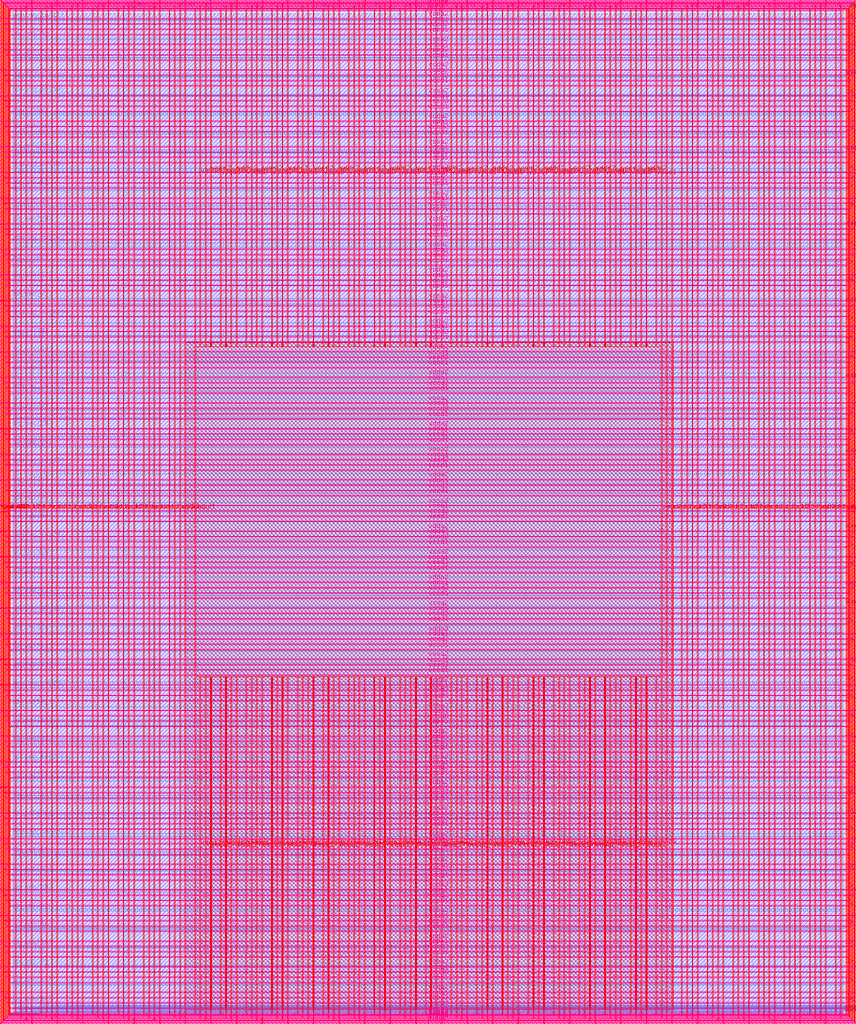
<source format=lef>
VERSION 5.7 ;
  NOWIREEXTENSIONATPIN ON ;
  DIVIDERCHAR "/" ;
  BUSBITCHARS "[]" ;
MACRO user_project_wrapper
  CLASS BLOCK ;
  FOREIGN user_project_wrapper ;
  ORIGIN 0.000 0.000 ;
  SIZE 2920.000 BY 3520.000 ;
  PIN analog_io[0]
    DIRECTION INOUT ;
    USE SIGNAL ;
    PORT
      LAYER met3 ;
        RECT 2917.600 1426.380 2924.800 1427.580 ;
    END
  END analog_io[0]
  PIN analog_io[10]
    DIRECTION INOUT ;
    USE SIGNAL ;
    PORT
      LAYER met2 ;
        RECT 2230.490 3517.600 2231.050 3524.800 ;
    END
  END analog_io[10]
  PIN analog_io[11]
    DIRECTION INOUT ;
    USE SIGNAL ;
    PORT
      LAYER met2 ;
        RECT 1905.730 3517.600 1906.290 3524.800 ;
    END
  END analog_io[11]
  PIN analog_io[12]
    DIRECTION INOUT ;
    USE SIGNAL ;
    PORT
      LAYER met2 ;
        RECT 1581.430 3517.600 1581.990 3524.800 ;
    END
  END analog_io[12]
  PIN analog_io[13]
    DIRECTION INOUT ;
    USE SIGNAL ;
    PORT
      LAYER met2 ;
        RECT 1257.130 3517.600 1257.690 3524.800 ;
    END
  END analog_io[13]
  PIN analog_io[14]
    DIRECTION INOUT ;
    USE SIGNAL ;
    PORT
      LAYER met2 ;
        RECT 932.370 3517.600 932.930 3524.800 ;
    END
  END analog_io[14]
  PIN analog_io[15]
    DIRECTION INOUT ;
    USE SIGNAL ;
    PORT
      LAYER met2 ;
        RECT 608.070 3517.600 608.630 3524.800 ;
    END
  END analog_io[15]
  PIN analog_io[16]
    DIRECTION INOUT ;
    USE SIGNAL ;
    PORT
      LAYER met2 ;
        RECT 283.770 3517.600 284.330 3524.800 ;
    END
  END analog_io[16]
  PIN analog_io[17]
    DIRECTION INOUT ;
    USE SIGNAL ;
    PORT
      LAYER met3 ;
        RECT -4.800 3486.100 2.400 3487.300 ;
    END
  END analog_io[17]
  PIN analog_io[18]
    DIRECTION INOUT ;
    USE SIGNAL ;
    PORT
      LAYER met3 ;
        RECT -4.800 3224.980 2.400 3226.180 ;
    END
  END analog_io[18]
  PIN analog_io[19]
    DIRECTION INOUT ;
    USE SIGNAL ;
    PORT
      LAYER met3 ;
        RECT -4.800 2964.540 2.400 2965.740 ;
    END
  END analog_io[19]
  PIN analog_io[1]
    DIRECTION INOUT ;
    USE SIGNAL ;
    PORT
      LAYER met3 ;
        RECT 2917.600 1692.260 2924.800 1693.460 ;
    END
  END analog_io[1]
  PIN analog_io[20]
    DIRECTION INOUT ;
    USE SIGNAL ;
    PORT
      LAYER met3 ;
        RECT -4.800 2703.420 2.400 2704.620 ;
    END
  END analog_io[20]
  PIN analog_io[21]
    DIRECTION INOUT ;
    USE SIGNAL ;
    PORT
      LAYER met3 ;
        RECT -4.800 2442.980 2.400 2444.180 ;
    END
  END analog_io[21]
  PIN analog_io[22]
    DIRECTION INOUT ;
    USE SIGNAL ;
    PORT
      LAYER met3 ;
        RECT -4.800 2182.540 2.400 2183.740 ;
    END
  END analog_io[22]
  PIN analog_io[23]
    DIRECTION INOUT ;
    USE SIGNAL ;
    PORT
      LAYER met3 ;
        RECT -4.800 1921.420 2.400 1922.620 ;
    END
  END analog_io[23]
  PIN analog_io[24]
    DIRECTION INOUT ;
    USE SIGNAL ;
    PORT
      LAYER met3 ;
        RECT -4.800 1660.980 2.400 1662.180 ;
    END
  END analog_io[24]
  PIN analog_io[25]
    DIRECTION INOUT ;
    USE SIGNAL ;
    PORT
      LAYER met3 ;
        RECT -4.800 1399.860 2.400 1401.060 ;
    END
  END analog_io[25]
  PIN analog_io[26]
    DIRECTION INOUT ;
    USE SIGNAL ;
    PORT
      LAYER met3 ;
        RECT -4.800 1139.420 2.400 1140.620 ;
    END
  END analog_io[26]
  PIN analog_io[27]
    DIRECTION INOUT ;
    USE SIGNAL ;
    PORT
      LAYER met3 ;
        RECT -4.800 878.980 2.400 880.180 ;
    END
  END analog_io[27]
  PIN analog_io[28]
    DIRECTION INOUT ;
    USE SIGNAL ;
    PORT
      LAYER met3 ;
        RECT -4.800 617.860 2.400 619.060 ;
    END
  END analog_io[28]
  PIN analog_io[2]
    DIRECTION INOUT ;
    USE SIGNAL ;
    PORT
      LAYER met3 ;
        RECT 2917.600 1958.140 2924.800 1959.340 ;
    END
  END analog_io[2]
  PIN analog_io[3]
    DIRECTION INOUT ;
    USE SIGNAL ;
    PORT
      LAYER met3 ;
        RECT 2917.600 2223.340 2924.800 2224.540 ;
    END
  END analog_io[3]
  PIN analog_io[4]
    DIRECTION INOUT ;
    USE SIGNAL ;
    PORT
      LAYER met3 ;
        RECT 2917.600 2489.220 2924.800 2490.420 ;
    END
  END analog_io[4]
  PIN analog_io[5]
    DIRECTION INOUT ;
    USE SIGNAL ;
    PORT
      LAYER met3 ;
        RECT 2917.600 2755.100 2924.800 2756.300 ;
    END
  END analog_io[5]
  PIN analog_io[6]
    DIRECTION INOUT ;
    USE SIGNAL ;
    PORT
      LAYER met3 ;
        RECT 2917.600 3020.300 2924.800 3021.500 ;
    END
  END analog_io[6]
  PIN analog_io[7]
    DIRECTION INOUT ;
    USE SIGNAL ;
    PORT
      LAYER met3 ;
        RECT 2917.600 3286.180 2924.800 3287.380 ;
    END
  END analog_io[7]
  PIN analog_io[8]
    DIRECTION INOUT ;
    USE SIGNAL ;
    PORT
      LAYER met2 ;
        RECT 2879.090 3517.600 2879.650 3524.800 ;
    END
  END analog_io[8]
  PIN analog_io[9]
    DIRECTION INOUT ;
    USE SIGNAL ;
    PORT
      LAYER met2 ;
        RECT 2554.790 3517.600 2555.350 3524.800 ;
    END
  END analog_io[9]
  PIN io_in[0]
    DIRECTION INPUT ;
    USE SIGNAL ;
    PORT
      LAYER met3 ;
        RECT 2917.600 32.380 2924.800 33.580 ;
    END
  END io_in[0]
  PIN io_in[10]
    DIRECTION INPUT ;
    USE SIGNAL ;
    PORT
      LAYER met3 ;
        RECT 2917.600 2289.980 2924.800 2291.180 ;
    END
  END io_in[10]
  PIN io_in[11]
    DIRECTION INPUT ;
    USE SIGNAL ;
    PORT
      LAYER met3 ;
        RECT 2917.600 2555.860 2924.800 2557.060 ;
    END
  END io_in[11]
  PIN io_in[12]
    DIRECTION INPUT ;
    USE SIGNAL ;
    PORT
      LAYER met3 ;
        RECT 2917.600 2821.060 2924.800 2822.260 ;
    END
  END io_in[12]
  PIN io_in[13]
    DIRECTION INPUT ;
    USE SIGNAL ;
    PORT
      LAYER met3 ;
        RECT 2917.600 3086.940 2924.800 3088.140 ;
    END
  END io_in[13]
  PIN io_in[14]
    DIRECTION INPUT ;
    USE SIGNAL ;
    PORT
      LAYER met3 ;
        RECT 2917.600 3352.820 2924.800 3354.020 ;
    END
  END io_in[14]
  PIN io_in[15]
    DIRECTION INPUT ;
    USE SIGNAL ;
    PORT
      LAYER met2 ;
        RECT 2798.130 3517.600 2798.690 3524.800 ;
    END
  END io_in[15]
  PIN io_in[16]
    DIRECTION INPUT ;
    USE SIGNAL ;
    PORT
      LAYER met2 ;
        RECT 2473.830 3517.600 2474.390 3524.800 ;
    END
  END io_in[16]
  PIN io_in[17]
    DIRECTION INPUT ;
    USE SIGNAL ;
    PORT
      LAYER met2 ;
        RECT 2149.070 3517.600 2149.630 3524.800 ;
    END
  END io_in[17]
  PIN io_in[18]
    DIRECTION INPUT ;
    USE SIGNAL ;
    PORT
      LAYER met2 ;
        RECT 1824.770 3517.600 1825.330 3524.800 ;
    END
  END io_in[18]
  PIN io_in[19]
    DIRECTION INPUT ;
    USE SIGNAL ;
    PORT
      LAYER met2 ;
        RECT 1500.470 3517.600 1501.030 3524.800 ;
    END
  END io_in[19]
  PIN io_in[1]
    DIRECTION INPUT ;
    USE SIGNAL ;
    PORT
      LAYER met3 ;
        RECT 2917.600 230.940 2924.800 232.140 ;
    END
  END io_in[1]
  PIN io_in[20]
    DIRECTION INPUT ;
    USE SIGNAL ;
    PORT
      LAYER met2 ;
        RECT 1175.710 3517.600 1176.270 3524.800 ;
    END
  END io_in[20]
  PIN io_in[21]
    DIRECTION INPUT ;
    USE SIGNAL ;
    PORT
      LAYER met2 ;
        RECT 851.410 3517.600 851.970 3524.800 ;
    END
  END io_in[21]
  PIN io_in[22]
    DIRECTION INPUT ;
    USE SIGNAL ;
    PORT
      LAYER met2 ;
        RECT 527.110 3517.600 527.670 3524.800 ;
    END
  END io_in[22]
  PIN io_in[23]
    DIRECTION INPUT ;
    USE SIGNAL ;
    PORT
      LAYER met2 ;
        RECT 202.350 3517.600 202.910 3524.800 ;
    END
  END io_in[23]
  PIN io_in[24]
    DIRECTION INPUT ;
    USE SIGNAL ;
    PORT
      LAYER met3 ;
        RECT -4.800 3420.820 2.400 3422.020 ;
    END
  END io_in[24]
  PIN io_in[25]
    DIRECTION INPUT ;
    USE SIGNAL ;
    PORT
      LAYER met3 ;
        RECT -4.800 3159.700 2.400 3160.900 ;
    END
  END io_in[25]
  PIN io_in[26]
    DIRECTION INPUT ;
    USE SIGNAL ;
    PORT
      LAYER met3 ;
        RECT -4.800 2899.260 2.400 2900.460 ;
    END
  END io_in[26]
  PIN io_in[27]
    DIRECTION INPUT ;
    USE SIGNAL ;
    PORT
      LAYER met3 ;
        RECT -4.800 2638.820 2.400 2640.020 ;
    END
  END io_in[27]
  PIN io_in[28]
    DIRECTION INPUT ;
    USE SIGNAL ;
    PORT
      LAYER met3 ;
        RECT -4.800 2377.700 2.400 2378.900 ;
    END
  END io_in[28]
  PIN io_in[29]
    DIRECTION INPUT ;
    USE SIGNAL ;
    PORT
      LAYER met3 ;
        RECT -4.800 2117.260 2.400 2118.460 ;
    END
  END io_in[29]
  PIN io_in[2]
    DIRECTION INPUT ;
    USE SIGNAL ;
    PORT
      LAYER met3 ;
        RECT 2917.600 430.180 2924.800 431.380 ;
    END
  END io_in[2]
  PIN io_in[30]
    DIRECTION INPUT ;
    USE SIGNAL ;
    PORT
      LAYER met3 ;
        RECT -4.800 1856.140 2.400 1857.340 ;
    END
  END io_in[30]
  PIN io_in[31]
    DIRECTION INPUT ;
    USE SIGNAL ;
    PORT
      LAYER met3 ;
        RECT -4.800 1595.700 2.400 1596.900 ;
    END
  END io_in[31]
  PIN io_in[32]
    DIRECTION INPUT ;
    USE SIGNAL ;
    PORT
      LAYER met3 ;
        RECT -4.800 1335.260 2.400 1336.460 ;
    END
  END io_in[32]
  PIN io_in[33]
    DIRECTION INPUT ;
    USE SIGNAL ;
    PORT
      LAYER met3 ;
        RECT -4.800 1074.140 2.400 1075.340 ;
    END
  END io_in[33]
  PIN io_in[34]
    DIRECTION INPUT ;
    USE SIGNAL ;
    PORT
      LAYER met3 ;
        RECT -4.800 813.700 2.400 814.900 ;
    END
  END io_in[34]
  PIN io_in[35]
    DIRECTION INPUT ;
    USE SIGNAL ;
    PORT
      LAYER met3 ;
        RECT -4.800 552.580 2.400 553.780 ;
    END
  END io_in[35]
  PIN io_in[36]
    DIRECTION INPUT ;
    USE SIGNAL ;
    PORT
      LAYER met3 ;
        RECT -4.800 357.420 2.400 358.620 ;
    END
  END io_in[36]
  PIN io_in[37]
    DIRECTION INPUT ;
    USE SIGNAL ;
    PORT
      LAYER met3 ;
        RECT -4.800 161.580 2.400 162.780 ;
    END
  END io_in[37]
  PIN io_in[3]
    DIRECTION INPUT ;
    USE SIGNAL ;
    PORT
      LAYER met3 ;
        RECT 2917.600 629.420 2924.800 630.620 ;
    END
  END io_in[3]
  PIN io_in[4]
    DIRECTION INPUT ;
    USE SIGNAL ;
    PORT
      LAYER met3 ;
        RECT 2917.600 828.660 2924.800 829.860 ;
    END
  END io_in[4]
  PIN io_in[5]
    DIRECTION INPUT ;
    USE SIGNAL ;
    PORT
      LAYER met3 ;
        RECT 2917.600 1027.900 2924.800 1029.100 ;
    END
  END io_in[5]
  PIN io_in[6]
    DIRECTION INPUT ;
    USE SIGNAL ;
    PORT
      LAYER met3 ;
        RECT 2917.600 1227.140 2924.800 1228.340 ;
    END
  END io_in[6]
  PIN io_in[7]
    DIRECTION INPUT ;
    USE SIGNAL ;
    PORT
      LAYER met3 ;
        RECT 2917.600 1493.020 2924.800 1494.220 ;
    END
  END io_in[7]
  PIN io_in[8]
    DIRECTION INPUT ;
    USE SIGNAL ;
    PORT
      LAYER met3 ;
        RECT 2917.600 1758.900 2924.800 1760.100 ;
    END
  END io_in[8]
  PIN io_in[9]
    DIRECTION INPUT ;
    USE SIGNAL ;
    PORT
      LAYER met3 ;
        RECT 2917.600 2024.100 2924.800 2025.300 ;
    END
  END io_in[9]
  PIN io_oeb[0]
    DIRECTION OUTPUT TRISTATE ;
    USE SIGNAL ;
    PORT
      LAYER met3 ;
        RECT 2917.600 164.980 2924.800 166.180 ;
    END
  END io_oeb[0]
  PIN io_oeb[10]
    DIRECTION OUTPUT TRISTATE ;
    USE SIGNAL ;
    PORT
      LAYER met3 ;
        RECT 2917.600 2422.580 2924.800 2423.780 ;
    END
  END io_oeb[10]
  PIN io_oeb[11]
    DIRECTION OUTPUT TRISTATE ;
    USE SIGNAL ;
    PORT
      LAYER met3 ;
        RECT 2917.600 2688.460 2924.800 2689.660 ;
    END
  END io_oeb[11]
  PIN io_oeb[12]
    DIRECTION OUTPUT TRISTATE ;
    USE SIGNAL ;
    PORT
      LAYER met3 ;
        RECT 2917.600 2954.340 2924.800 2955.540 ;
    END
  END io_oeb[12]
  PIN io_oeb[13]
    DIRECTION OUTPUT TRISTATE ;
    USE SIGNAL ;
    PORT
      LAYER met3 ;
        RECT 2917.600 3219.540 2924.800 3220.740 ;
    END
  END io_oeb[13]
  PIN io_oeb[14]
    DIRECTION OUTPUT TRISTATE ;
    USE SIGNAL ;
    PORT
      LAYER met3 ;
        RECT 2917.600 3485.420 2924.800 3486.620 ;
    END
  END io_oeb[14]
  PIN io_oeb[15]
    DIRECTION OUTPUT TRISTATE ;
    USE SIGNAL ;
    PORT
      LAYER met2 ;
        RECT 2635.750 3517.600 2636.310 3524.800 ;
    END
  END io_oeb[15]
  PIN io_oeb[16]
    DIRECTION OUTPUT TRISTATE ;
    USE SIGNAL ;
    PORT
      LAYER met2 ;
        RECT 2311.450 3517.600 2312.010 3524.800 ;
    END
  END io_oeb[16]
  PIN io_oeb[17]
    DIRECTION OUTPUT TRISTATE ;
    USE SIGNAL ;
    PORT
      LAYER met2 ;
        RECT 1987.150 3517.600 1987.710 3524.800 ;
    END
  END io_oeb[17]
  PIN io_oeb[18]
    DIRECTION OUTPUT TRISTATE ;
    USE SIGNAL ;
    PORT
      LAYER met2 ;
        RECT 1662.390 3517.600 1662.950 3524.800 ;
    END
  END io_oeb[18]
  PIN io_oeb[19]
    DIRECTION OUTPUT TRISTATE ;
    USE SIGNAL ;
    PORT
      LAYER met2 ;
        RECT 1338.090 3517.600 1338.650 3524.800 ;
    END
  END io_oeb[19]
  PIN io_oeb[1]
    DIRECTION OUTPUT TRISTATE ;
    USE SIGNAL ;
    PORT
      LAYER met3 ;
        RECT 2917.600 364.220 2924.800 365.420 ;
    END
  END io_oeb[1]
  PIN io_oeb[20]
    DIRECTION OUTPUT TRISTATE ;
    USE SIGNAL ;
    PORT
      LAYER met2 ;
        RECT 1013.790 3517.600 1014.350 3524.800 ;
    END
  END io_oeb[20]
  PIN io_oeb[21]
    DIRECTION OUTPUT TRISTATE ;
    USE SIGNAL ;
    PORT
      LAYER met2 ;
        RECT 689.030 3517.600 689.590 3524.800 ;
    END
  END io_oeb[21]
  PIN io_oeb[22]
    DIRECTION OUTPUT TRISTATE ;
    USE SIGNAL ;
    PORT
      LAYER met2 ;
        RECT 364.730 3517.600 365.290 3524.800 ;
    END
  END io_oeb[22]
  PIN io_oeb[23]
    DIRECTION OUTPUT TRISTATE ;
    USE SIGNAL ;
    PORT
      LAYER met2 ;
        RECT 40.430 3517.600 40.990 3524.800 ;
    END
  END io_oeb[23]
  PIN io_oeb[24]
    DIRECTION OUTPUT TRISTATE ;
    USE SIGNAL ;
    PORT
      LAYER met3 ;
        RECT -4.800 3290.260 2.400 3291.460 ;
    END
  END io_oeb[24]
  PIN io_oeb[25]
    DIRECTION OUTPUT TRISTATE ;
    USE SIGNAL ;
    PORT
      LAYER met3 ;
        RECT -4.800 3029.820 2.400 3031.020 ;
    END
  END io_oeb[25]
  PIN io_oeb[26]
    DIRECTION OUTPUT TRISTATE ;
    USE SIGNAL ;
    PORT
      LAYER met3 ;
        RECT -4.800 2768.700 2.400 2769.900 ;
    END
  END io_oeb[26]
  PIN io_oeb[27]
    DIRECTION OUTPUT TRISTATE ;
    USE SIGNAL ;
    PORT
      LAYER met3 ;
        RECT -4.800 2508.260 2.400 2509.460 ;
    END
  END io_oeb[27]
  PIN io_oeb[28]
    DIRECTION OUTPUT TRISTATE ;
    USE SIGNAL ;
    PORT
      LAYER met3 ;
        RECT -4.800 2247.140 2.400 2248.340 ;
    END
  END io_oeb[28]
  PIN io_oeb[29]
    DIRECTION OUTPUT TRISTATE ;
    USE SIGNAL ;
    PORT
      LAYER met3 ;
        RECT -4.800 1986.700 2.400 1987.900 ;
    END
  END io_oeb[29]
  PIN io_oeb[2]
    DIRECTION OUTPUT TRISTATE ;
    USE SIGNAL ;
    PORT
      LAYER met3 ;
        RECT 2917.600 563.460 2924.800 564.660 ;
    END
  END io_oeb[2]
  PIN io_oeb[30]
    DIRECTION OUTPUT TRISTATE ;
    USE SIGNAL ;
    PORT
      LAYER met3 ;
        RECT -4.800 1726.260 2.400 1727.460 ;
    END
  END io_oeb[30]
  PIN io_oeb[31]
    DIRECTION OUTPUT TRISTATE ;
    USE SIGNAL ;
    PORT
      LAYER met3 ;
        RECT -4.800 1465.140 2.400 1466.340 ;
    END
  END io_oeb[31]
  PIN io_oeb[32]
    DIRECTION OUTPUT TRISTATE ;
    USE SIGNAL ;
    PORT
      LAYER met3 ;
        RECT -4.800 1204.700 2.400 1205.900 ;
    END
  END io_oeb[32]
  PIN io_oeb[33]
    DIRECTION OUTPUT TRISTATE ;
    USE SIGNAL ;
    PORT
      LAYER met3 ;
        RECT -4.800 943.580 2.400 944.780 ;
    END
  END io_oeb[33]
  PIN io_oeb[34]
    DIRECTION OUTPUT TRISTATE ;
    USE SIGNAL ;
    PORT
      LAYER met3 ;
        RECT -4.800 683.140 2.400 684.340 ;
    END
  END io_oeb[34]
  PIN io_oeb[35]
    DIRECTION OUTPUT TRISTATE ;
    USE SIGNAL ;
    PORT
      LAYER met3 ;
        RECT -4.800 422.700 2.400 423.900 ;
    END
  END io_oeb[35]
  PIN io_oeb[36]
    DIRECTION OUTPUT TRISTATE ;
    USE SIGNAL ;
    PORT
      LAYER met3 ;
        RECT -4.800 226.860 2.400 228.060 ;
    END
  END io_oeb[36]
  PIN io_oeb[37]
    DIRECTION OUTPUT TRISTATE ;
    USE SIGNAL ;
    PORT
      LAYER met3 ;
        RECT -4.800 31.700 2.400 32.900 ;
    END
  END io_oeb[37]
  PIN io_oeb[3]
    DIRECTION OUTPUT TRISTATE ;
    USE SIGNAL ;
    PORT
      LAYER met3 ;
        RECT 2917.600 762.700 2924.800 763.900 ;
    END
  END io_oeb[3]
  PIN io_oeb[4]
    DIRECTION OUTPUT TRISTATE ;
    USE SIGNAL ;
    PORT
      LAYER met3 ;
        RECT 2917.600 961.940 2924.800 963.140 ;
    END
  END io_oeb[4]
  PIN io_oeb[5]
    DIRECTION OUTPUT TRISTATE ;
    USE SIGNAL ;
    PORT
      LAYER met3 ;
        RECT 2917.600 1161.180 2924.800 1162.380 ;
    END
  END io_oeb[5]
  PIN io_oeb[6]
    DIRECTION OUTPUT TRISTATE ;
    USE SIGNAL ;
    PORT
      LAYER met3 ;
        RECT 2917.600 1360.420 2924.800 1361.620 ;
    END
  END io_oeb[6]
  PIN io_oeb[7]
    DIRECTION OUTPUT TRISTATE ;
    USE SIGNAL ;
    PORT
      LAYER met3 ;
        RECT 2917.600 1625.620 2924.800 1626.820 ;
    END
  END io_oeb[7]
  PIN io_oeb[8]
    DIRECTION OUTPUT TRISTATE ;
    USE SIGNAL ;
    PORT
      LAYER met3 ;
        RECT 2917.600 1891.500 2924.800 1892.700 ;
    END
  END io_oeb[8]
  PIN io_oeb[9]
    DIRECTION OUTPUT TRISTATE ;
    USE SIGNAL ;
    PORT
      LAYER met3 ;
        RECT 2917.600 2157.380 2924.800 2158.580 ;
    END
  END io_oeb[9]
  PIN io_out[0]
    DIRECTION OUTPUT TRISTATE ;
    USE SIGNAL ;
    PORT
      LAYER met3 ;
        RECT 2917.600 98.340 2924.800 99.540 ;
    END
  END io_out[0]
  PIN io_out[10]
    DIRECTION OUTPUT TRISTATE ;
    USE SIGNAL ;
    PORT
      LAYER met3 ;
        RECT 2917.600 2356.620 2924.800 2357.820 ;
    END
  END io_out[10]
  PIN io_out[11]
    DIRECTION OUTPUT TRISTATE ;
    USE SIGNAL ;
    PORT
      LAYER met3 ;
        RECT 2917.600 2621.820 2924.800 2623.020 ;
    END
  END io_out[11]
  PIN io_out[12]
    DIRECTION OUTPUT TRISTATE ;
    USE SIGNAL ;
    PORT
      LAYER met3 ;
        RECT 2917.600 2887.700 2924.800 2888.900 ;
    END
  END io_out[12]
  PIN io_out[13]
    DIRECTION OUTPUT TRISTATE ;
    USE SIGNAL ;
    PORT
      LAYER met3 ;
        RECT 2917.600 3153.580 2924.800 3154.780 ;
    END
  END io_out[13]
  PIN io_out[14]
    DIRECTION OUTPUT TRISTATE ;
    USE SIGNAL ;
    PORT
      LAYER met3 ;
        RECT 2917.600 3418.780 2924.800 3419.980 ;
    END
  END io_out[14]
  PIN io_out[15]
    DIRECTION OUTPUT TRISTATE ;
    USE SIGNAL ;
    PORT
      LAYER met2 ;
        RECT 2717.170 3517.600 2717.730 3524.800 ;
    END
  END io_out[15]
  PIN io_out[16]
    DIRECTION OUTPUT TRISTATE ;
    USE SIGNAL ;
    PORT
      LAYER met2 ;
        RECT 2392.410 3517.600 2392.970 3524.800 ;
    END
  END io_out[16]
  PIN io_out[17]
    DIRECTION OUTPUT TRISTATE ;
    USE SIGNAL ;
    PORT
      LAYER met2 ;
        RECT 2068.110 3517.600 2068.670 3524.800 ;
    END
  END io_out[17]
  PIN io_out[18]
    DIRECTION OUTPUT TRISTATE ;
    USE SIGNAL ;
    PORT
      LAYER met2 ;
        RECT 1743.810 3517.600 1744.370 3524.800 ;
    END
  END io_out[18]
  PIN io_out[19]
    DIRECTION OUTPUT TRISTATE ;
    USE SIGNAL ;
    PORT
      LAYER met2 ;
        RECT 1419.050 3517.600 1419.610 3524.800 ;
    END
  END io_out[19]
  PIN io_out[1]
    DIRECTION OUTPUT TRISTATE ;
    USE SIGNAL ;
    PORT
      LAYER met3 ;
        RECT 2917.600 297.580 2924.800 298.780 ;
    END
  END io_out[1]
  PIN io_out[20]
    DIRECTION OUTPUT TRISTATE ;
    USE SIGNAL ;
    PORT
      LAYER met2 ;
        RECT 1094.750 3517.600 1095.310 3524.800 ;
    END
  END io_out[20]
  PIN io_out[21]
    DIRECTION OUTPUT TRISTATE ;
    USE SIGNAL ;
    PORT
      LAYER met2 ;
        RECT 770.450 3517.600 771.010 3524.800 ;
    END
  END io_out[21]
  PIN io_out[22]
    DIRECTION OUTPUT TRISTATE ;
    USE SIGNAL ;
    PORT
      LAYER met2 ;
        RECT 445.690 3517.600 446.250 3524.800 ;
    END
  END io_out[22]
  PIN io_out[23]
    DIRECTION OUTPUT TRISTATE ;
    USE SIGNAL ;
    PORT
      LAYER met2 ;
        RECT 121.390 3517.600 121.950 3524.800 ;
    END
  END io_out[23]
  PIN io_out[24]
    DIRECTION OUTPUT TRISTATE ;
    USE SIGNAL ;
    PORT
      LAYER met3 ;
        RECT -4.800 3355.540 2.400 3356.740 ;
    END
  END io_out[24]
  PIN io_out[25]
    DIRECTION OUTPUT TRISTATE ;
    USE SIGNAL ;
    PORT
      LAYER met3 ;
        RECT -4.800 3095.100 2.400 3096.300 ;
    END
  END io_out[25]
  PIN io_out[26]
    DIRECTION OUTPUT TRISTATE ;
    USE SIGNAL ;
    PORT
      LAYER met3 ;
        RECT -4.800 2833.980 2.400 2835.180 ;
    END
  END io_out[26]
  PIN io_out[27]
    DIRECTION OUTPUT TRISTATE ;
    USE SIGNAL ;
    PORT
      LAYER met3 ;
        RECT -4.800 2573.540 2.400 2574.740 ;
    END
  END io_out[27]
  PIN io_out[28]
    DIRECTION OUTPUT TRISTATE ;
    USE SIGNAL ;
    PORT
      LAYER met3 ;
        RECT -4.800 2312.420 2.400 2313.620 ;
    END
  END io_out[28]
  PIN io_out[29]
    DIRECTION OUTPUT TRISTATE ;
    USE SIGNAL ;
    PORT
      LAYER met3 ;
        RECT -4.800 2051.980 2.400 2053.180 ;
    END
  END io_out[29]
  PIN io_out[2]
    DIRECTION OUTPUT TRISTATE ;
    USE SIGNAL ;
    PORT
      LAYER met3 ;
        RECT 2917.600 496.820 2924.800 498.020 ;
    END
  END io_out[2]
  PIN io_out[30]
    DIRECTION OUTPUT TRISTATE ;
    USE SIGNAL ;
    PORT
      LAYER met3 ;
        RECT -4.800 1791.540 2.400 1792.740 ;
    END
  END io_out[30]
  PIN io_out[31]
    DIRECTION OUTPUT TRISTATE ;
    USE SIGNAL ;
    PORT
      LAYER met3 ;
        RECT -4.800 1530.420 2.400 1531.620 ;
    END
  END io_out[31]
  PIN io_out[32]
    DIRECTION OUTPUT TRISTATE ;
    USE SIGNAL ;
    PORT
      LAYER met3 ;
        RECT -4.800 1269.980 2.400 1271.180 ;
    END
  END io_out[32]
  PIN io_out[33]
    DIRECTION OUTPUT TRISTATE ;
    USE SIGNAL ;
    PORT
      LAYER met3 ;
        RECT -4.800 1008.860 2.400 1010.060 ;
    END
  END io_out[33]
  PIN io_out[34]
    DIRECTION OUTPUT TRISTATE ;
    USE SIGNAL ;
    PORT
      LAYER met3 ;
        RECT -4.800 748.420 2.400 749.620 ;
    END
  END io_out[34]
  PIN io_out[35]
    DIRECTION OUTPUT TRISTATE ;
    USE SIGNAL ;
    PORT
      LAYER met3 ;
        RECT -4.800 487.300 2.400 488.500 ;
    END
  END io_out[35]
  PIN io_out[36]
    DIRECTION OUTPUT TRISTATE ;
    USE SIGNAL ;
    PORT
      LAYER met3 ;
        RECT -4.800 292.140 2.400 293.340 ;
    END
  END io_out[36]
  PIN io_out[37]
    DIRECTION OUTPUT TRISTATE ;
    USE SIGNAL ;
    PORT
      LAYER met3 ;
        RECT -4.800 96.300 2.400 97.500 ;
    END
  END io_out[37]
  PIN io_out[3]
    DIRECTION OUTPUT TRISTATE ;
    USE SIGNAL ;
    PORT
      LAYER met3 ;
        RECT 2917.600 696.060 2924.800 697.260 ;
    END
  END io_out[3]
  PIN io_out[4]
    DIRECTION OUTPUT TRISTATE ;
    USE SIGNAL ;
    PORT
      LAYER met3 ;
        RECT 2917.600 895.300 2924.800 896.500 ;
    END
  END io_out[4]
  PIN io_out[5]
    DIRECTION OUTPUT TRISTATE ;
    USE SIGNAL ;
    PORT
      LAYER met3 ;
        RECT 2917.600 1094.540 2924.800 1095.740 ;
    END
  END io_out[5]
  PIN io_out[6]
    DIRECTION OUTPUT TRISTATE ;
    USE SIGNAL ;
    PORT
      LAYER met3 ;
        RECT 2917.600 1293.780 2924.800 1294.980 ;
    END
  END io_out[6]
  PIN io_out[7]
    DIRECTION OUTPUT TRISTATE ;
    USE SIGNAL ;
    PORT
      LAYER met3 ;
        RECT 2917.600 1559.660 2924.800 1560.860 ;
    END
  END io_out[7]
  PIN io_out[8]
    DIRECTION OUTPUT TRISTATE ;
    USE SIGNAL ;
    PORT
      LAYER met3 ;
        RECT 2917.600 1824.860 2924.800 1826.060 ;
    END
  END io_out[8]
  PIN io_out[9]
    DIRECTION OUTPUT TRISTATE ;
    USE SIGNAL ;
    PORT
      LAYER met3 ;
        RECT 2917.600 2090.740 2924.800 2091.940 ;
    END
  END io_out[9]
  PIN la_data_in[0]
    DIRECTION INPUT ;
    USE SIGNAL ;
    PORT
      LAYER met2 ;
        RECT 629.230 -4.800 629.790 2.400 ;
    END
  END la_data_in[0]
  PIN la_data_in[100]
    DIRECTION INPUT ;
    USE SIGNAL ;
    PORT
      LAYER met2 ;
        RECT 2402.530 -4.800 2403.090 2.400 ;
    END
  END la_data_in[100]
  PIN la_data_in[101]
    DIRECTION INPUT ;
    USE SIGNAL ;
    PORT
      LAYER met2 ;
        RECT 2420.010 -4.800 2420.570 2.400 ;
    END
  END la_data_in[101]
  PIN la_data_in[102]
    DIRECTION INPUT ;
    USE SIGNAL ;
    PORT
      LAYER met2 ;
        RECT 2437.950 -4.800 2438.510 2.400 ;
    END
  END la_data_in[102]
  PIN la_data_in[103]
    DIRECTION INPUT ;
    USE SIGNAL ;
    PORT
      LAYER met2 ;
        RECT 2455.430 -4.800 2455.990 2.400 ;
    END
  END la_data_in[103]
  PIN la_data_in[104]
    DIRECTION INPUT ;
    USE SIGNAL ;
    PORT
      LAYER met2 ;
        RECT 2473.370 -4.800 2473.930 2.400 ;
    END
  END la_data_in[104]
  PIN la_data_in[105]
    DIRECTION INPUT ;
    USE SIGNAL ;
    PORT
      LAYER met2 ;
        RECT 2490.850 -4.800 2491.410 2.400 ;
    END
  END la_data_in[105]
  PIN la_data_in[106]
    DIRECTION INPUT ;
    USE SIGNAL ;
    PORT
      LAYER met2 ;
        RECT 2508.790 -4.800 2509.350 2.400 ;
    END
  END la_data_in[106]
  PIN la_data_in[107]
    DIRECTION INPUT ;
    USE SIGNAL ;
    PORT
      LAYER met2 ;
        RECT 2526.730 -4.800 2527.290 2.400 ;
    END
  END la_data_in[107]
  PIN la_data_in[108]
    DIRECTION INPUT ;
    USE SIGNAL ;
    PORT
      LAYER met2 ;
        RECT 2544.210 -4.800 2544.770 2.400 ;
    END
  END la_data_in[108]
  PIN la_data_in[109]
    DIRECTION INPUT ;
    USE SIGNAL ;
    PORT
      LAYER met2 ;
        RECT 2562.150 -4.800 2562.710 2.400 ;
    END
  END la_data_in[109]
  PIN la_data_in[10]
    DIRECTION INPUT ;
    USE SIGNAL ;
    PORT
      LAYER met2 ;
        RECT 806.330 -4.800 806.890 2.400 ;
    END
  END la_data_in[10]
  PIN la_data_in[110]
    DIRECTION INPUT ;
    USE SIGNAL ;
    PORT
      LAYER met2 ;
        RECT 2579.630 -4.800 2580.190 2.400 ;
    END
  END la_data_in[110]
  PIN la_data_in[111]
    DIRECTION INPUT ;
    USE SIGNAL ;
    PORT
      LAYER met2 ;
        RECT 2597.570 -4.800 2598.130 2.400 ;
    END
  END la_data_in[111]
  PIN la_data_in[112]
    DIRECTION INPUT ;
    USE SIGNAL ;
    PORT
      LAYER met2 ;
        RECT 2615.050 -4.800 2615.610 2.400 ;
    END
  END la_data_in[112]
  PIN la_data_in[113]
    DIRECTION INPUT ;
    USE SIGNAL ;
    PORT
      LAYER met2 ;
        RECT 2632.990 -4.800 2633.550 2.400 ;
    END
  END la_data_in[113]
  PIN la_data_in[114]
    DIRECTION INPUT ;
    USE SIGNAL ;
    PORT
      LAYER met2 ;
        RECT 2650.470 -4.800 2651.030 2.400 ;
    END
  END la_data_in[114]
  PIN la_data_in[115]
    DIRECTION INPUT ;
    USE SIGNAL ;
    PORT
      LAYER met2 ;
        RECT 2668.410 -4.800 2668.970 2.400 ;
    END
  END la_data_in[115]
  PIN la_data_in[116]
    DIRECTION INPUT ;
    USE SIGNAL ;
    PORT
      LAYER met2 ;
        RECT 2685.890 -4.800 2686.450 2.400 ;
    END
  END la_data_in[116]
  PIN la_data_in[117]
    DIRECTION INPUT ;
    USE SIGNAL ;
    PORT
      LAYER met2 ;
        RECT 2703.830 -4.800 2704.390 2.400 ;
    END
  END la_data_in[117]
  PIN la_data_in[118]
    DIRECTION INPUT ;
    USE SIGNAL ;
    PORT
      LAYER met2 ;
        RECT 2721.770 -4.800 2722.330 2.400 ;
    END
  END la_data_in[118]
  PIN la_data_in[119]
    DIRECTION INPUT ;
    USE SIGNAL ;
    PORT
      LAYER met2 ;
        RECT 2739.250 -4.800 2739.810 2.400 ;
    END
  END la_data_in[119]
  PIN la_data_in[11]
    DIRECTION INPUT ;
    USE SIGNAL ;
    PORT
      LAYER met2 ;
        RECT 824.270 -4.800 824.830 2.400 ;
    END
  END la_data_in[11]
  PIN la_data_in[120]
    DIRECTION INPUT ;
    USE SIGNAL ;
    PORT
      LAYER met2 ;
        RECT 2757.190 -4.800 2757.750 2.400 ;
    END
  END la_data_in[120]
  PIN la_data_in[121]
    DIRECTION INPUT ;
    USE SIGNAL ;
    PORT
      LAYER met2 ;
        RECT 2774.670 -4.800 2775.230 2.400 ;
    END
  END la_data_in[121]
  PIN la_data_in[122]
    DIRECTION INPUT ;
    USE SIGNAL ;
    PORT
      LAYER met2 ;
        RECT 2792.610 -4.800 2793.170 2.400 ;
    END
  END la_data_in[122]
  PIN la_data_in[123]
    DIRECTION INPUT ;
    USE SIGNAL ;
    PORT
      LAYER met2 ;
        RECT 2810.090 -4.800 2810.650 2.400 ;
    END
  END la_data_in[123]
  PIN la_data_in[124]
    DIRECTION INPUT ;
    USE SIGNAL ;
    PORT
      LAYER met2 ;
        RECT 2828.030 -4.800 2828.590 2.400 ;
    END
  END la_data_in[124]
  PIN la_data_in[125]
    DIRECTION INPUT ;
    USE SIGNAL ;
    PORT
      LAYER met2 ;
        RECT 2845.510 -4.800 2846.070 2.400 ;
    END
  END la_data_in[125]
  PIN la_data_in[126]
    DIRECTION INPUT ;
    USE SIGNAL ;
    PORT
      LAYER met2 ;
        RECT 2863.450 -4.800 2864.010 2.400 ;
    END
  END la_data_in[126]
  PIN la_data_in[127]
    DIRECTION INPUT ;
    USE SIGNAL ;
    PORT
      LAYER met2 ;
        RECT 2881.390 -4.800 2881.950 2.400 ;
    END
  END la_data_in[127]
  PIN la_data_in[12]
    DIRECTION INPUT ;
    USE SIGNAL ;
    PORT
      LAYER met2 ;
        RECT 841.750 -4.800 842.310 2.400 ;
    END
  END la_data_in[12]
  PIN la_data_in[13]
    DIRECTION INPUT ;
    USE SIGNAL ;
    PORT
      LAYER met2 ;
        RECT 859.690 -4.800 860.250 2.400 ;
    END
  END la_data_in[13]
  PIN la_data_in[14]
    DIRECTION INPUT ;
    USE SIGNAL ;
    PORT
      LAYER met2 ;
        RECT 877.170 -4.800 877.730 2.400 ;
    END
  END la_data_in[14]
  PIN la_data_in[15]
    DIRECTION INPUT ;
    USE SIGNAL ;
    PORT
      LAYER met2 ;
        RECT 895.110 -4.800 895.670 2.400 ;
    END
  END la_data_in[15]
  PIN la_data_in[16]
    DIRECTION INPUT ;
    USE SIGNAL ;
    PORT
      LAYER met2 ;
        RECT 912.590 -4.800 913.150 2.400 ;
    END
  END la_data_in[16]
  PIN la_data_in[17]
    DIRECTION INPUT ;
    USE SIGNAL ;
    PORT
      LAYER met2 ;
        RECT 930.530 -4.800 931.090 2.400 ;
    END
  END la_data_in[17]
  PIN la_data_in[18]
    DIRECTION INPUT ;
    USE SIGNAL ;
    PORT
      LAYER met2 ;
        RECT 948.470 -4.800 949.030 2.400 ;
    END
  END la_data_in[18]
  PIN la_data_in[19]
    DIRECTION INPUT ;
    USE SIGNAL ;
    PORT
      LAYER met2 ;
        RECT 965.950 -4.800 966.510 2.400 ;
    END
  END la_data_in[19]
  PIN la_data_in[1]
    DIRECTION INPUT ;
    USE SIGNAL ;
    PORT
      LAYER met2 ;
        RECT 646.710 -4.800 647.270 2.400 ;
    END
  END la_data_in[1]
  PIN la_data_in[20]
    DIRECTION INPUT ;
    USE SIGNAL ;
    PORT
      LAYER met2 ;
        RECT 983.890 -4.800 984.450 2.400 ;
    END
  END la_data_in[20]
  PIN la_data_in[21]
    DIRECTION INPUT ;
    USE SIGNAL ;
    PORT
      LAYER met2 ;
        RECT 1001.370 -4.800 1001.930 2.400 ;
    END
  END la_data_in[21]
  PIN la_data_in[22]
    DIRECTION INPUT ;
    USE SIGNAL ;
    PORT
      LAYER met2 ;
        RECT 1019.310 -4.800 1019.870 2.400 ;
    END
  END la_data_in[22]
  PIN la_data_in[23]
    DIRECTION INPUT ;
    USE SIGNAL ;
    PORT
      LAYER met2 ;
        RECT 1036.790 -4.800 1037.350 2.400 ;
    END
  END la_data_in[23]
  PIN la_data_in[24]
    DIRECTION INPUT ;
    USE SIGNAL ;
    PORT
      LAYER met2 ;
        RECT 1054.730 -4.800 1055.290 2.400 ;
    END
  END la_data_in[24]
  PIN la_data_in[25]
    DIRECTION INPUT ;
    USE SIGNAL ;
    PORT
      LAYER met2 ;
        RECT 1072.210 -4.800 1072.770 2.400 ;
    END
  END la_data_in[25]
  PIN la_data_in[26]
    DIRECTION INPUT ;
    USE SIGNAL ;
    PORT
      LAYER met2 ;
        RECT 1090.150 -4.800 1090.710 2.400 ;
    END
  END la_data_in[26]
  PIN la_data_in[27]
    DIRECTION INPUT ;
    USE SIGNAL ;
    PORT
      LAYER met2 ;
        RECT 1107.630 -4.800 1108.190 2.400 ;
    END
  END la_data_in[27]
  PIN la_data_in[28]
    DIRECTION INPUT ;
    USE SIGNAL ;
    PORT
      LAYER met2 ;
        RECT 1125.570 -4.800 1126.130 2.400 ;
    END
  END la_data_in[28]
  PIN la_data_in[29]
    DIRECTION INPUT ;
    USE SIGNAL ;
    PORT
      LAYER met2 ;
        RECT 1143.510 -4.800 1144.070 2.400 ;
    END
  END la_data_in[29]
  PIN la_data_in[2]
    DIRECTION INPUT ;
    USE SIGNAL ;
    PORT
      LAYER met2 ;
        RECT 664.650 -4.800 665.210 2.400 ;
    END
  END la_data_in[2]
  PIN la_data_in[30]
    DIRECTION INPUT ;
    USE SIGNAL ;
    PORT
      LAYER met2 ;
        RECT 1160.990 -4.800 1161.550 2.400 ;
    END
  END la_data_in[30]
  PIN la_data_in[31]
    DIRECTION INPUT ;
    USE SIGNAL ;
    PORT
      LAYER met2 ;
        RECT 1178.930 -4.800 1179.490 2.400 ;
    END
  END la_data_in[31]
  PIN la_data_in[32]
    DIRECTION INPUT ;
    USE SIGNAL ;
    PORT
      LAYER met2 ;
        RECT 1196.410 -4.800 1196.970 2.400 ;
    END
  END la_data_in[32]
  PIN la_data_in[33]
    DIRECTION INPUT ;
    USE SIGNAL ;
    PORT
      LAYER met2 ;
        RECT 1214.350 -4.800 1214.910 2.400 ;
    END
  END la_data_in[33]
  PIN la_data_in[34]
    DIRECTION INPUT ;
    USE SIGNAL ;
    PORT
      LAYER met2 ;
        RECT 1231.830 -4.800 1232.390 2.400 ;
    END
  END la_data_in[34]
  PIN la_data_in[35]
    DIRECTION INPUT ;
    USE SIGNAL ;
    PORT
      LAYER met2 ;
        RECT 1249.770 -4.800 1250.330 2.400 ;
    END
  END la_data_in[35]
  PIN la_data_in[36]
    DIRECTION INPUT ;
    USE SIGNAL ;
    PORT
      LAYER met2 ;
        RECT 1267.250 -4.800 1267.810 2.400 ;
    END
  END la_data_in[36]
  PIN la_data_in[37]
    DIRECTION INPUT ;
    USE SIGNAL ;
    PORT
      LAYER met2 ;
        RECT 1285.190 -4.800 1285.750 2.400 ;
    END
  END la_data_in[37]
  PIN la_data_in[38]
    DIRECTION INPUT ;
    USE SIGNAL ;
    PORT
      LAYER met2 ;
        RECT 1303.130 -4.800 1303.690 2.400 ;
    END
  END la_data_in[38]
  PIN la_data_in[39]
    DIRECTION INPUT ;
    USE SIGNAL ;
    PORT
      LAYER met2 ;
        RECT 1320.610 -4.800 1321.170 2.400 ;
    END
  END la_data_in[39]
  PIN la_data_in[3]
    DIRECTION INPUT ;
    USE SIGNAL ;
    PORT
      LAYER met2 ;
        RECT 682.130 -4.800 682.690 2.400 ;
    END
  END la_data_in[3]
  PIN la_data_in[40]
    DIRECTION INPUT ;
    USE SIGNAL ;
    PORT
      LAYER met2 ;
        RECT 1338.550 -4.800 1339.110 2.400 ;
    END
  END la_data_in[40]
  PIN la_data_in[41]
    DIRECTION INPUT ;
    USE SIGNAL ;
    PORT
      LAYER met2 ;
        RECT 1356.030 -4.800 1356.590 2.400 ;
    END
  END la_data_in[41]
  PIN la_data_in[42]
    DIRECTION INPUT ;
    USE SIGNAL ;
    PORT
      LAYER met2 ;
        RECT 1373.970 -4.800 1374.530 2.400 ;
    END
  END la_data_in[42]
  PIN la_data_in[43]
    DIRECTION INPUT ;
    USE SIGNAL ;
    PORT
      LAYER met2 ;
        RECT 1391.450 -4.800 1392.010 2.400 ;
    END
  END la_data_in[43]
  PIN la_data_in[44]
    DIRECTION INPUT ;
    USE SIGNAL ;
    PORT
      LAYER met2 ;
        RECT 1409.390 -4.800 1409.950 2.400 ;
    END
  END la_data_in[44]
  PIN la_data_in[45]
    DIRECTION INPUT ;
    USE SIGNAL ;
    PORT
      LAYER met2 ;
        RECT 1426.870 -4.800 1427.430 2.400 ;
    END
  END la_data_in[45]
  PIN la_data_in[46]
    DIRECTION INPUT ;
    USE SIGNAL ;
    PORT
      LAYER met2 ;
        RECT 1444.810 -4.800 1445.370 2.400 ;
    END
  END la_data_in[46]
  PIN la_data_in[47]
    DIRECTION INPUT ;
    USE SIGNAL ;
    PORT
      LAYER met2 ;
        RECT 1462.750 -4.800 1463.310 2.400 ;
    END
  END la_data_in[47]
  PIN la_data_in[48]
    DIRECTION INPUT ;
    USE SIGNAL ;
    PORT
      LAYER met2 ;
        RECT 1480.230 -4.800 1480.790 2.400 ;
    END
  END la_data_in[48]
  PIN la_data_in[49]
    DIRECTION INPUT ;
    USE SIGNAL ;
    PORT
      LAYER met2 ;
        RECT 1498.170 -4.800 1498.730 2.400 ;
    END
  END la_data_in[49]
  PIN la_data_in[4]
    DIRECTION INPUT ;
    USE SIGNAL ;
    PORT
      LAYER met2 ;
        RECT 700.070 -4.800 700.630 2.400 ;
    END
  END la_data_in[4]
  PIN la_data_in[50]
    DIRECTION INPUT ;
    USE SIGNAL ;
    PORT
      LAYER met2 ;
        RECT 1515.650 -4.800 1516.210 2.400 ;
    END
  END la_data_in[50]
  PIN la_data_in[51]
    DIRECTION INPUT ;
    USE SIGNAL ;
    PORT
      LAYER met2 ;
        RECT 1533.590 -4.800 1534.150 2.400 ;
    END
  END la_data_in[51]
  PIN la_data_in[52]
    DIRECTION INPUT ;
    USE SIGNAL ;
    PORT
      LAYER met2 ;
        RECT 1551.070 -4.800 1551.630 2.400 ;
    END
  END la_data_in[52]
  PIN la_data_in[53]
    DIRECTION INPUT ;
    USE SIGNAL ;
    PORT
      LAYER met2 ;
        RECT 1569.010 -4.800 1569.570 2.400 ;
    END
  END la_data_in[53]
  PIN la_data_in[54]
    DIRECTION INPUT ;
    USE SIGNAL ;
    PORT
      LAYER met2 ;
        RECT 1586.490 -4.800 1587.050 2.400 ;
    END
  END la_data_in[54]
  PIN la_data_in[55]
    DIRECTION INPUT ;
    USE SIGNAL ;
    PORT
      LAYER met2 ;
        RECT 1604.430 -4.800 1604.990 2.400 ;
    END
  END la_data_in[55]
  PIN la_data_in[56]
    DIRECTION INPUT ;
    USE SIGNAL ;
    PORT
      LAYER met2 ;
        RECT 1621.910 -4.800 1622.470 2.400 ;
    END
  END la_data_in[56]
  PIN la_data_in[57]
    DIRECTION INPUT ;
    USE SIGNAL ;
    PORT
      LAYER met2 ;
        RECT 1639.850 -4.800 1640.410 2.400 ;
    END
  END la_data_in[57]
  PIN la_data_in[58]
    DIRECTION INPUT ;
    USE SIGNAL ;
    PORT
      LAYER met2 ;
        RECT 1657.790 -4.800 1658.350 2.400 ;
    END
  END la_data_in[58]
  PIN la_data_in[59]
    DIRECTION INPUT ;
    USE SIGNAL ;
    PORT
      LAYER met2 ;
        RECT 1675.270 -4.800 1675.830 2.400 ;
    END
  END la_data_in[59]
  PIN la_data_in[5]
    DIRECTION INPUT ;
    USE SIGNAL ;
    PORT
      LAYER met2 ;
        RECT 717.550 -4.800 718.110 2.400 ;
    END
  END la_data_in[5]
  PIN la_data_in[60]
    DIRECTION INPUT ;
    USE SIGNAL ;
    PORT
      LAYER met2 ;
        RECT 1693.210 -4.800 1693.770 2.400 ;
    END
  END la_data_in[60]
  PIN la_data_in[61]
    DIRECTION INPUT ;
    USE SIGNAL ;
    PORT
      LAYER met2 ;
        RECT 1710.690 -4.800 1711.250 2.400 ;
    END
  END la_data_in[61]
  PIN la_data_in[62]
    DIRECTION INPUT ;
    USE SIGNAL ;
    PORT
      LAYER met2 ;
        RECT 1728.630 -4.800 1729.190 2.400 ;
    END
  END la_data_in[62]
  PIN la_data_in[63]
    DIRECTION INPUT ;
    USE SIGNAL ;
    PORT
      LAYER met2 ;
        RECT 1746.110 -4.800 1746.670 2.400 ;
    END
  END la_data_in[63]
  PIN la_data_in[64]
    DIRECTION INPUT ;
    USE SIGNAL ;
    PORT
      LAYER met2 ;
        RECT 1764.050 -4.800 1764.610 2.400 ;
    END
  END la_data_in[64]
  PIN la_data_in[65]
    DIRECTION INPUT ;
    USE SIGNAL ;
    PORT
      LAYER met2 ;
        RECT 1781.530 -4.800 1782.090 2.400 ;
    END
  END la_data_in[65]
  PIN la_data_in[66]
    DIRECTION INPUT ;
    USE SIGNAL ;
    PORT
      LAYER met2 ;
        RECT 1799.470 -4.800 1800.030 2.400 ;
    END
  END la_data_in[66]
  PIN la_data_in[67]
    DIRECTION INPUT ;
    USE SIGNAL ;
    PORT
      LAYER met2 ;
        RECT 1817.410 -4.800 1817.970 2.400 ;
    END
  END la_data_in[67]
  PIN la_data_in[68]
    DIRECTION INPUT ;
    USE SIGNAL ;
    PORT
      LAYER met2 ;
        RECT 1834.890 -4.800 1835.450 2.400 ;
    END
  END la_data_in[68]
  PIN la_data_in[69]
    DIRECTION INPUT ;
    USE SIGNAL ;
    PORT
      LAYER met2 ;
        RECT 1852.830 -4.800 1853.390 2.400 ;
    END
  END la_data_in[69]
  PIN la_data_in[6]
    DIRECTION INPUT ;
    USE SIGNAL ;
    PORT
      LAYER met2 ;
        RECT 735.490 -4.800 736.050 2.400 ;
    END
  END la_data_in[6]
  PIN la_data_in[70]
    DIRECTION INPUT ;
    USE SIGNAL ;
    PORT
      LAYER met2 ;
        RECT 1870.310 -4.800 1870.870 2.400 ;
    END
  END la_data_in[70]
  PIN la_data_in[71]
    DIRECTION INPUT ;
    USE SIGNAL ;
    PORT
      LAYER met2 ;
        RECT 1888.250 -4.800 1888.810 2.400 ;
    END
  END la_data_in[71]
  PIN la_data_in[72]
    DIRECTION INPUT ;
    USE SIGNAL ;
    PORT
      LAYER met2 ;
        RECT 1905.730 -4.800 1906.290 2.400 ;
    END
  END la_data_in[72]
  PIN la_data_in[73]
    DIRECTION INPUT ;
    USE SIGNAL ;
    PORT
      LAYER met2 ;
        RECT 1923.670 -4.800 1924.230 2.400 ;
    END
  END la_data_in[73]
  PIN la_data_in[74]
    DIRECTION INPUT ;
    USE SIGNAL ;
    PORT
      LAYER met2 ;
        RECT 1941.150 -4.800 1941.710 2.400 ;
    END
  END la_data_in[74]
  PIN la_data_in[75]
    DIRECTION INPUT ;
    USE SIGNAL ;
    PORT
      LAYER met2 ;
        RECT 1959.090 -4.800 1959.650 2.400 ;
    END
  END la_data_in[75]
  PIN la_data_in[76]
    DIRECTION INPUT ;
    USE SIGNAL ;
    PORT
      LAYER met2 ;
        RECT 1976.570 -4.800 1977.130 2.400 ;
    END
  END la_data_in[76]
  PIN la_data_in[77]
    DIRECTION INPUT ;
    USE SIGNAL ;
    PORT
      LAYER met2 ;
        RECT 1994.510 -4.800 1995.070 2.400 ;
    END
  END la_data_in[77]
  PIN la_data_in[78]
    DIRECTION INPUT ;
    USE SIGNAL ;
    PORT
      LAYER met2 ;
        RECT 2012.450 -4.800 2013.010 2.400 ;
    END
  END la_data_in[78]
  PIN la_data_in[79]
    DIRECTION INPUT ;
    USE SIGNAL ;
    PORT
      LAYER met2 ;
        RECT 2029.930 -4.800 2030.490 2.400 ;
    END
  END la_data_in[79]
  PIN la_data_in[7]
    DIRECTION INPUT ;
    USE SIGNAL ;
    PORT
      LAYER met2 ;
        RECT 752.970 -4.800 753.530 2.400 ;
    END
  END la_data_in[7]
  PIN la_data_in[80]
    DIRECTION INPUT ;
    USE SIGNAL ;
    PORT
      LAYER met2 ;
        RECT 2047.870 -4.800 2048.430 2.400 ;
    END
  END la_data_in[80]
  PIN la_data_in[81]
    DIRECTION INPUT ;
    USE SIGNAL ;
    PORT
      LAYER met2 ;
        RECT 2065.350 -4.800 2065.910 2.400 ;
    END
  END la_data_in[81]
  PIN la_data_in[82]
    DIRECTION INPUT ;
    USE SIGNAL ;
    PORT
      LAYER met2 ;
        RECT 2083.290 -4.800 2083.850 2.400 ;
    END
  END la_data_in[82]
  PIN la_data_in[83]
    DIRECTION INPUT ;
    USE SIGNAL ;
    PORT
      LAYER met2 ;
        RECT 2100.770 -4.800 2101.330 2.400 ;
    END
  END la_data_in[83]
  PIN la_data_in[84]
    DIRECTION INPUT ;
    USE SIGNAL ;
    PORT
      LAYER met2 ;
        RECT 2118.710 -4.800 2119.270 2.400 ;
    END
  END la_data_in[84]
  PIN la_data_in[85]
    DIRECTION INPUT ;
    USE SIGNAL ;
    PORT
      LAYER met2 ;
        RECT 2136.190 -4.800 2136.750 2.400 ;
    END
  END la_data_in[85]
  PIN la_data_in[86]
    DIRECTION INPUT ;
    USE SIGNAL ;
    PORT
      LAYER met2 ;
        RECT 2154.130 -4.800 2154.690 2.400 ;
    END
  END la_data_in[86]
  PIN la_data_in[87]
    DIRECTION INPUT ;
    USE SIGNAL ;
    PORT
      LAYER met2 ;
        RECT 2172.070 -4.800 2172.630 2.400 ;
    END
  END la_data_in[87]
  PIN la_data_in[88]
    DIRECTION INPUT ;
    USE SIGNAL ;
    PORT
      LAYER met2 ;
        RECT 2189.550 -4.800 2190.110 2.400 ;
    END
  END la_data_in[88]
  PIN la_data_in[89]
    DIRECTION INPUT ;
    USE SIGNAL ;
    PORT
      LAYER met2 ;
        RECT 2207.490 -4.800 2208.050 2.400 ;
    END
  END la_data_in[89]
  PIN la_data_in[8]
    DIRECTION INPUT ;
    USE SIGNAL ;
    PORT
      LAYER met2 ;
        RECT 770.910 -4.800 771.470 2.400 ;
    END
  END la_data_in[8]
  PIN la_data_in[90]
    DIRECTION INPUT ;
    USE SIGNAL ;
    PORT
      LAYER met2 ;
        RECT 2224.970 -4.800 2225.530 2.400 ;
    END
  END la_data_in[90]
  PIN la_data_in[91]
    DIRECTION INPUT ;
    USE SIGNAL ;
    PORT
      LAYER met2 ;
        RECT 2242.910 -4.800 2243.470 2.400 ;
    END
  END la_data_in[91]
  PIN la_data_in[92]
    DIRECTION INPUT ;
    USE SIGNAL ;
    PORT
      LAYER met2 ;
        RECT 2260.390 -4.800 2260.950 2.400 ;
    END
  END la_data_in[92]
  PIN la_data_in[93]
    DIRECTION INPUT ;
    USE SIGNAL ;
    PORT
      LAYER met2 ;
        RECT 2278.330 -4.800 2278.890 2.400 ;
    END
  END la_data_in[93]
  PIN la_data_in[94]
    DIRECTION INPUT ;
    USE SIGNAL ;
    PORT
      LAYER met2 ;
        RECT 2295.810 -4.800 2296.370 2.400 ;
    END
  END la_data_in[94]
  PIN la_data_in[95]
    DIRECTION INPUT ;
    USE SIGNAL ;
    PORT
      LAYER met2 ;
        RECT 2313.750 -4.800 2314.310 2.400 ;
    END
  END la_data_in[95]
  PIN la_data_in[96]
    DIRECTION INPUT ;
    USE SIGNAL ;
    PORT
      LAYER met2 ;
        RECT 2331.230 -4.800 2331.790 2.400 ;
    END
  END la_data_in[96]
  PIN la_data_in[97]
    DIRECTION INPUT ;
    USE SIGNAL ;
    PORT
      LAYER met2 ;
        RECT 2349.170 -4.800 2349.730 2.400 ;
    END
  END la_data_in[97]
  PIN la_data_in[98]
    DIRECTION INPUT ;
    USE SIGNAL ;
    PORT
      LAYER met2 ;
        RECT 2367.110 -4.800 2367.670 2.400 ;
    END
  END la_data_in[98]
  PIN la_data_in[99]
    DIRECTION INPUT ;
    USE SIGNAL ;
    PORT
      LAYER met2 ;
        RECT 2384.590 -4.800 2385.150 2.400 ;
    END
  END la_data_in[99]
  PIN la_data_in[9]
    DIRECTION INPUT ;
    USE SIGNAL ;
    PORT
      LAYER met2 ;
        RECT 788.850 -4.800 789.410 2.400 ;
    END
  END la_data_in[9]
  PIN la_data_out[0]
    DIRECTION OUTPUT TRISTATE ;
    USE SIGNAL ;
    PORT
      LAYER met2 ;
        RECT 634.750 -4.800 635.310 2.400 ;
    END
  END la_data_out[0]
  PIN la_data_out[100]
    DIRECTION OUTPUT TRISTATE ;
    USE SIGNAL ;
    PORT
      LAYER met2 ;
        RECT 2408.510 -4.800 2409.070 2.400 ;
    END
  END la_data_out[100]
  PIN la_data_out[101]
    DIRECTION OUTPUT TRISTATE ;
    USE SIGNAL ;
    PORT
      LAYER met2 ;
        RECT 2425.990 -4.800 2426.550 2.400 ;
    END
  END la_data_out[101]
  PIN la_data_out[102]
    DIRECTION OUTPUT TRISTATE ;
    USE SIGNAL ;
    PORT
      LAYER met2 ;
        RECT 2443.930 -4.800 2444.490 2.400 ;
    END
  END la_data_out[102]
  PIN la_data_out[103]
    DIRECTION OUTPUT TRISTATE ;
    USE SIGNAL ;
    PORT
      LAYER met2 ;
        RECT 2461.410 -4.800 2461.970 2.400 ;
    END
  END la_data_out[103]
  PIN la_data_out[104]
    DIRECTION OUTPUT TRISTATE ;
    USE SIGNAL ;
    PORT
      LAYER met2 ;
        RECT 2479.350 -4.800 2479.910 2.400 ;
    END
  END la_data_out[104]
  PIN la_data_out[105]
    DIRECTION OUTPUT TRISTATE ;
    USE SIGNAL ;
    PORT
      LAYER met2 ;
        RECT 2496.830 -4.800 2497.390 2.400 ;
    END
  END la_data_out[105]
  PIN la_data_out[106]
    DIRECTION OUTPUT TRISTATE ;
    USE SIGNAL ;
    PORT
      LAYER met2 ;
        RECT 2514.770 -4.800 2515.330 2.400 ;
    END
  END la_data_out[106]
  PIN la_data_out[107]
    DIRECTION OUTPUT TRISTATE ;
    USE SIGNAL ;
    PORT
      LAYER met2 ;
        RECT 2532.250 -4.800 2532.810 2.400 ;
    END
  END la_data_out[107]
  PIN la_data_out[108]
    DIRECTION OUTPUT TRISTATE ;
    USE SIGNAL ;
    PORT
      LAYER met2 ;
        RECT 2550.190 -4.800 2550.750 2.400 ;
    END
  END la_data_out[108]
  PIN la_data_out[109]
    DIRECTION OUTPUT TRISTATE ;
    USE SIGNAL ;
    PORT
      LAYER met2 ;
        RECT 2567.670 -4.800 2568.230 2.400 ;
    END
  END la_data_out[109]
  PIN la_data_out[10]
    DIRECTION OUTPUT TRISTATE ;
    USE SIGNAL ;
    PORT
      LAYER met2 ;
        RECT 812.310 -4.800 812.870 2.400 ;
    END
  END la_data_out[10]
  PIN la_data_out[110]
    DIRECTION OUTPUT TRISTATE ;
    USE SIGNAL ;
    PORT
      LAYER met2 ;
        RECT 2585.610 -4.800 2586.170 2.400 ;
    END
  END la_data_out[110]
  PIN la_data_out[111]
    DIRECTION OUTPUT TRISTATE ;
    USE SIGNAL ;
    PORT
      LAYER met2 ;
        RECT 2603.550 -4.800 2604.110 2.400 ;
    END
  END la_data_out[111]
  PIN la_data_out[112]
    DIRECTION OUTPUT TRISTATE ;
    USE SIGNAL ;
    PORT
      LAYER met2 ;
        RECT 2621.030 -4.800 2621.590 2.400 ;
    END
  END la_data_out[112]
  PIN la_data_out[113]
    DIRECTION OUTPUT TRISTATE ;
    USE SIGNAL ;
    PORT
      LAYER met2 ;
        RECT 2638.970 -4.800 2639.530 2.400 ;
    END
  END la_data_out[113]
  PIN la_data_out[114]
    DIRECTION OUTPUT TRISTATE ;
    USE SIGNAL ;
    PORT
      LAYER met2 ;
        RECT 2656.450 -4.800 2657.010 2.400 ;
    END
  END la_data_out[114]
  PIN la_data_out[115]
    DIRECTION OUTPUT TRISTATE ;
    USE SIGNAL ;
    PORT
      LAYER met2 ;
        RECT 2674.390 -4.800 2674.950 2.400 ;
    END
  END la_data_out[115]
  PIN la_data_out[116]
    DIRECTION OUTPUT TRISTATE ;
    USE SIGNAL ;
    PORT
      LAYER met2 ;
        RECT 2691.870 -4.800 2692.430 2.400 ;
    END
  END la_data_out[116]
  PIN la_data_out[117]
    DIRECTION OUTPUT TRISTATE ;
    USE SIGNAL ;
    PORT
      LAYER met2 ;
        RECT 2709.810 -4.800 2710.370 2.400 ;
    END
  END la_data_out[117]
  PIN la_data_out[118]
    DIRECTION OUTPUT TRISTATE ;
    USE SIGNAL ;
    PORT
      LAYER met2 ;
        RECT 2727.290 -4.800 2727.850 2.400 ;
    END
  END la_data_out[118]
  PIN la_data_out[119]
    DIRECTION OUTPUT TRISTATE ;
    USE SIGNAL ;
    PORT
      LAYER met2 ;
        RECT 2745.230 -4.800 2745.790 2.400 ;
    END
  END la_data_out[119]
  PIN la_data_out[11]
    DIRECTION OUTPUT TRISTATE ;
    USE SIGNAL ;
    PORT
      LAYER met2 ;
        RECT 830.250 -4.800 830.810 2.400 ;
    END
  END la_data_out[11]
  PIN la_data_out[120]
    DIRECTION OUTPUT TRISTATE ;
    USE SIGNAL ;
    PORT
      LAYER met2 ;
        RECT 2763.170 -4.800 2763.730 2.400 ;
    END
  END la_data_out[120]
  PIN la_data_out[121]
    DIRECTION OUTPUT TRISTATE ;
    USE SIGNAL ;
    PORT
      LAYER met2 ;
        RECT 2780.650 -4.800 2781.210 2.400 ;
    END
  END la_data_out[121]
  PIN la_data_out[122]
    DIRECTION OUTPUT TRISTATE ;
    USE SIGNAL ;
    PORT
      LAYER met2 ;
        RECT 2798.590 -4.800 2799.150 2.400 ;
    END
  END la_data_out[122]
  PIN la_data_out[123]
    DIRECTION OUTPUT TRISTATE ;
    USE SIGNAL ;
    PORT
      LAYER met2 ;
        RECT 2816.070 -4.800 2816.630 2.400 ;
    END
  END la_data_out[123]
  PIN la_data_out[124]
    DIRECTION OUTPUT TRISTATE ;
    USE SIGNAL ;
    PORT
      LAYER met2 ;
        RECT 2834.010 -4.800 2834.570 2.400 ;
    END
  END la_data_out[124]
  PIN la_data_out[125]
    DIRECTION OUTPUT TRISTATE ;
    USE SIGNAL ;
    PORT
      LAYER met2 ;
        RECT 2851.490 -4.800 2852.050 2.400 ;
    END
  END la_data_out[125]
  PIN la_data_out[126]
    DIRECTION OUTPUT TRISTATE ;
    USE SIGNAL ;
    PORT
      LAYER met2 ;
        RECT 2869.430 -4.800 2869.990 2.400 ;
    END
  END la_data_out[126]
  PIN la_data_out[127]
    DIRECTION OUTPUT TRISTATE ;
    USE SIGNAL ;
    PORT
      LAYER met2 ;
        RECT 2886.910 -4.800 2887.470 2.400 ;
    END
  END la_data_out[127]
  PIN la_data_out[12]
    DIRECTION OUTPUT TRISTATE ;
    USE SIGNAL ;
    PORT
      LAYER met2 ;
        RECT 847.730 -4.800 848.290 2.400 ;
    END
  END la_data_out[12]
  PIN la_data_out[13]
    DIRECTION OUTPUT TRISTATE ;
    USE SIGNAL ;
    PORT
      LAYER met2 ;
        RECT 865.670 -4.800 866.230 2.400 ;
    END
  END la_data_out[13]
  PIN la_data_out[14]
    DIRECTION OUTPUT TRISTATE ;
    USE SIGNAL ;
    PORT
      LAYER met2 ;
        RECT 883.150 -4.800 883.710 2.400 ;
    END
  END la_data_out[14]
  PIN la_data_out[15]
    DIRECTION OUTPUT TRISTATE ;
    USE SIGNAL ;
    PORT
      LAYER met2 ;
        RECT 901.090 -4.800 901.650 2.400 ;
    END
  END la_data_out[15]
  PIN la_data_out[16]
    DIRECTION OUTPUT TRISTATE ;
    USE SIGNAL ;
    PORT
      LAYER met2 ;
        RECT 918.570 -4.800 919.130 2.400 ;
    END
  END la_data_out[16]
  PIN la_data_out[17]
    DIRECTION OUTPUT TRISTATE ;
    USE SIGNAL ;
    PORT
      LAYER met2 ;
        RECT 936.510 -4.800 937.070 2.400 ;
    END
  END la_data_out[17]
  PIN la_data_out[18]
    DIRECTION OUTPUT TRISTATE ;
    USE SIGNAL ;
    PORT
      LAYER met2 ;
        RECT 953.990 -4.800 954.550 2.400 ;
    END
  END la_data_out[18]
  PIN la_data_out[19]
    DIRECTION OUTPUT TRISTATE ;
    USE SIGNAL ;
    PORT
      LAYER met2 ;
        RECT 971.930 -4.800 972.490 2.400 ;
    END
  END la_data_out[19]
  PIN la_data_out[1]
    DIRECTION OUTPUT TRISTATE ;
    USE SIGNAL ;
    PORT
      LAYER met2 ;
        RECT 652.690 -4.800 653.250 2.400 ;
    END
  END la_data_out[1]
  PIN la_data_out[20]
    DIRECTION OUTPUT TRISTATE ;
    USE SIGNAL ;
    PORT
      LAYER met2 ;
        RECT 989.410 -4.800 989.970 2.400 ;
    END
  END la_data_out[20]
  PIN la_data_out[21]
    DIRECTION OUTPUT TRISTATE ;
    USE SIGNAL ;
    PORT
      LAYER met2 ;
        RECT 1007.350 -4.800 1007.910 2.400 ;
    END
  END la_data_out[21]
  PIN la_data_out[22]
    DIRECTION OUTPUT TRISTATE ;
    USE SIGNAL ;
    PORT
      LAYER met2 ;
        RECT 1025.290 -4.800 1025.850 2.400 ;
    END
  END la_data_out[22]
  PIN la_data_out[23]
    DIRECTION OUTPUT TRISTATE ;
    USE SIGNAL ;
    PORT
      LAYER met2 ;
        RECT 1042.770 -4.800 1043.330 2.400 ;
    END
  END la_data_out[23]
  PIN la_data_out[24]
    DIRECTION OUTPUT TRISTATE ;
    USE SIGNAL ;
    PORT
      LAYER met2 ;
        RECT 1060.710 -4.800 1061.270 2.400 ;
    END
  END la_data_out[24]
  PIN la_data_out[25]
    DIRECTION OUTPUT TRISTATE ;
    USE SIGNAL ;
    PORT
      LAYER met2 ;
        RECT 1078.190 -4.800 1078.750 2.400 ;
    END
  END la_data_out[25]
  PIN la_data_out[26]
    DIRECTION OUTPUT TRISTATE ;
    USE SIGNAL ;
    PORT
      LAYER met2 ;
        RECT 1096.130 -4.800 1096.690 2.400 ;
    END
  END la_data_out[26]
  PIN la_data_out[27]
    DIRECTION OUTPUT TRISTATE ;
    USE SIGNAL ;
    PORT
      LAYER met2 ;
        RECT 1113.610 -4.800 1114.170 2.400 ;
    END
  END la_data_out[27]
  PIN la_data_out[28]
    DIRECTION OUTPUT TRISTATE ;
    USE SIGNAL ;
    PORT
      LAYER met2 ;
        RECT 1131.550 -4.800 1132.110 2.400 ;
    END
  END la_data_out[28]
  PIN la_data_out[29]
    DIRECTION OUTPUT TRISTATE ;
    USE SIGNAL ;
    PORT
      LAYER met2 ;
        RECT 1149.030 -4.800 1149.590 2.400 ;
    END
  END la_data_out[29]
  PIN la_data_out[2]
    DIRECTION OUTPUT TRISTATE ;
    USE SIGNAL ;
    PORT
      LAYER met2 ;
        RECT 670.630 -4.800 671.190 2.400 ;
    END
  END la_data_out[2]
  PIN la_data_out[30]
    DIRECTION OUTPUT TRISTATE ;
    USE SIGNAL ;
    PORT
      LAYER met2 ;
        RECT 1166.970 -4.800 1167.530 2.400 ;
    END
  END la_data_out[30]
  PIN la_data_out[31]
    DIRECTION OUTPUT TRISTATE ;
    USE SIGNAL ;
    PORT
      LAYER met2 ;
        RECT 1184.910 -4.800 1185.470 2.400 ;
    END
  END la_data_out[31]
  PIN la_data_out[32]
    DIRECTION OUTPUT TRISTATE ;
    USE SIGNAL ;
    PORT
      LAYER met2 ;
        RECT 1202.390 -4.800 1202.950 2.400 ;
    END
  END la_data_out[32]
  PIN la_data_out[33]
    DIRECTION OUTPUT TRISTATE ;
    USE SIGNAL ;
    PORT
      LAYER met2 ;
        RECT 1220.330 -4.800 1220.890 2.400 ;
    END
  END la_data_out[33]
  PIN la_data_out[34]
    DIRECTION OUTPUT TRISTATE ;
    USE SIGNAL ;
    PORT
      LAYER met2 ;
        RECT 1237.810 -4.800 1238.370 2.400 ;
    END
  END la_data_out[34]
  PIN la_data_out[35]
    DIRECTION OUTPUT TRISTATE ;
    USE SIGNAL ;
    PORT
      LAYER met2 ;
        RECT 1255.750 -4.800 1256.310 2.400 ;
    END
  END la_data_out[35]
  PIN la_data_out[36]
    DIRECTION OUTPUT TRISTATE ;
    USE SIGNAL ;
    PORT
      LAYER met2 ;
        RECT 1273.230 -4.800 1273.790 2.400 ;
    END
  END la_data_out[36]
  PIN la_data_out[37]
    DIRECTION OUTPUT TRISTATE ;
    USE SIGNAL ;
    PORT
      LAYER met2 ;
        RECT 1291.170 -4.800 1291.730 2.400 ;
    END
  END la_data_out[37]
  PIN la_data_out[38]
    DIRECTION OUTPUT TRISTATE ;
    USE SIGNAL ;
    PORT
      LAYER met2 ;
        RECT 1308.650 -4.800 1309.210 2.400 ;
    END
  END la_data_out[38]
  PIN la_data_out[39]
    DIRECTION OUTPUT TRISTATE ;
    USE SIGNAL ;
    PORT
      LAYER met2 ;
        RECT 1326.590 -4.800 1327.150 2.400 ;
    END
  END la_data_out[39]
  PIN la_data_out[3]
    DIRECTION OUTPUT TRISTATE ;
    USE SIGNAL ;
    PORT
      LAYER met2 ;
        RECT 688.110 -4.800 688.670 2.400 ;
    END
  END la_data_out[3]
  PIN la_data_out[40]
    DIRECTION OUTPUT TRISTATE ;
    USE SIGNAL ;
    PORT
      LAYER met2 ;
        RECT 1344.070 -4.800 1344.630 2.400 ;
    END
  END la_data_out[40]
  PIN la_data_out[41]
    DIRECTION OUTPUT TRISTATE ;
    USE SIGNAL ;
    PORT
      LAYER met2 ;
        RECT 1362.010 -4.800 1362.570 2.400 ;
    END
  END la_data_out[41]
  PIN la_data_out[42]
    DIRECTION OUTPUT TRISTATE ;
    USE SIGNAL ;
    PORT
      LAYER met2 ;
        RECT 1379.950 -4.800 1380.510 2.400 ;
    END
  END la_data_out[42]
  PIN la_data_out[43]
    DIRECTION OUTPUT TRISTATE ;
    USE SIGNAL ;
    PORT
      LAYER met2 ;
        RECT 1397.430 -4.800 1397.990 2.400 ;
    END
  END la_data_out[43]
  PIN la_data_out[44]
    DIRECTION OUTPUT TRISTATE ;
    USE SIGNAL ;
    PORT
      LAYER met2 ;
        RECT 1415.370 -4.800 1415.930 2.400 ;
    END
  END la_data_out[44]
  PIN la_data_out[45]
    DIRECTION OUTPUT TRISTATE ;
    USE SIGNAL ;
    PORT
      LAYER met2 ;
        RECT 1432.850 -4.800 1433.410 2.400 ;
    END
  END la_data_out[45]
  PIN la_data_out[46]
    DIRECTION OUTPUT TRISTATE ;
    USE SIGNAL ;
    PORT
      LAYER met2 ;
        RECT 1450.790 -4.800 1451.350 2.400 ;
    END
  END la_data_out[46]
  PIN la_data_out[47]
    DIRECTION OUTPUT TRISTATE ;
    USE SIGNAL ;
    PORT
      LAYER met2 ;
        RECT 1468.270 -4.800 1468.830 2.400 ;
    END
  END la_data_out[47]
  PIN la_data_out[48]
    DIRECTION OUTPUT TRISTATE ;
    USE SIGNAL ;
    PORT
      LAYER met2 ;
        RECT 1486.210 -4.800 1486.770 2.400 ;
    END
  END la_data_out[48]
  PIN la_data_out[49]
    DIRECTION OUTPUT TRISTATE ;
    USE SIGNAL ;
    PORT
      LAYER met2 ;
        RECT 1503.690 -4.800 1504.250 2.400 ;
    END
  END la_data_out[49]
  PIN la_data_out[4]
    DIRECTION OUTPUT TRISTATE ;
    USE SIGNAL ;
    PORT
      LAYER met2 ;
        RECT 706.050 -4.800 706.610 2.400 ;
    END
  END la_data_out[4]
  PIN la_data_out[50]
    DIRECTION OUTPUT TRISTATE ;
    USE SIGNAL ;
    PORT
      LAYER met2 ;
        RECT 1521.630 -4.800 1522.190 2.400 ;
    END
  END la_data_out[50]
  PIN la_data_out[51]
    DIRECTION OUTPUT TRISTATE ;
    USE SIGNAL ;
    PORT
      LAYER met2 ;
        RECT 1539.570 -4.800 1540.130 2.400 ;
    END
  END la_data_out[51]
  PIN la_data_out[52]
    DIRECTION OUTPUT TRISTATE ;
    USE SIGNAL ;
    PORT
      LAYER met2 ;
        RECT 1557.050 -4.800 1557.610 2.400 ;
    END
  END la_data_out[52]
  PIN la_data_out[53]
    DIRECTION OUTPUT TRISTATE ;
    USE SIGNAL ;
    PORT
      LAYER met2 ;
        RECT 1574.990 -4.800 1575.550 2.400 ;
    END
  END la_data_out[53]
  PIN la_data_out[54]
    DIRECTION OUTPUT TRISTATE ;
    USE SIGNAL ;
    PORT
      LAYER met2 ;
        RECT 1592.470 -4.800 1593.030 2.400 ;
    END
  END la_data_out[54]
  PIN la_data_out[55]
    DIRECTION OUTPUT TRISTATE ;
    USE SIGNAL ;
    PORT
      LAYER met2 ;
        RECT 1610.410 -4.800 1610.970 2.400 ;
    END
  END la_data_out[55]
  PIN la_data_out[56]
    DIRECTION OUTPUT TRISTATE ;
    USE SIGNAL ;
    PORT
      LAYER met2 ;
        RECT 1627.890 -4.800 1628.450 2.400 ;
    END
  END la_data_out[56]
  PIN la_data_out[57]
    DIRECTION OUTPUT TRISTATE ;
    USE SIGNAL ;
    PORT
      LAYER met2 ;
        RECT 1645.830 -4.800 1646.390 2.400 ;
    END
  END la_data_out[57]
  PIN la_data_out[58]
    DIRECTION OUTPUT TRISTATE ;
    USE SIGNAL ;
    PORT
      LAYER met2 ;
        RECT 1663.310 -4.800 1663.870 2.400 ;
    END
  END la_data_out[58]
  PIN la_data_out[59]
    DIRECTION OUTPUT TRISTATE ;
    USE SIGNAL ;
    PORT
      LAYER met2 ;
        RECT 1681.250 -4.800 1681.810 2.400 ;
    END
  END la_data_out[59]
  PIN la_data_out[5]
    DIRECTION OUTPUT TRISTATE ;
    USE SIGNAL ;
    PORT
      LAYER met2 ;
        RECT 723.530 -4.800 724.090 2.400 ;
    END
  END la_data_out[5]
  PIN la_data_out[60]
    DIRECTION OUTPUT TRISTATE ;
    USE SIGNAL ;
    PORT
      LAYER met2 ;
        RECT 1699.190 -4.800 1699.750 2.400 ;
    END
  END la_data_out[60]
  PIN la_data_out[61]
    DIRECTION OUTPUT TRISTATE ;
    USE SIGNAL ;
    PORT
      LAYER met2 ;
        RECT 1716.670 -4.800 1717.230 2.400 ;
    END
  END la_data_out[61]
  PIN la_data_out[62]
    DIRECTION OUTPUT TRISTATE ;
    USE SIGNAL ;
    PORT
      LAYER met2 ;
        RECT 1734.610 -4.800 1735.170 2.400 ;
    END
  END la_data_out[62]
  PIN la_data_out[63]
    DIRECTION OUTPUT TRISTATE ;
    USE SIGNAL ;
    PORT
      LAYER met2 ;
        RECT 1752.090 -4.800 1752.650 2.400 ;
    END
  END la_data_out[63]
  PIN la_data_out[64]
    DIRECTION OUTPUT TRISTATE ;
    USE SIGNAL ;
    PORT
      LAYER met2 ;
        RECT 1770.030 -4.800 1770.590 2.400 ;
    END
  END la_data_out[64]
  PIN la_data_out[65]
    DIRECTION OUTPUT TRISTATE ;
    USE SIGNAL ;
    PORT
      LAYER met2 ;
        RECT 1787.510 -4.800 1788.070 2.400 ;
    END
  END la_data_out[65]
  PIN la_data_out[66]
    DIRECTION OUTPUT TRISTATE ;
    USE SIGNAL ;
    PORT
      LAYER met2 ;
        RECT 1805.450 -4.800 1806.010 2.400 ;
    END
  END la_data_out[66]
  PIN la_data_out[67]
    DIRECTION OUTPUT TRISTATE ;
    USE SIGNAL ;
    PORT
      LAYER met2 ;
        RECT 1822.930 -4.800 1823.490 2.400 ;
    END
  END la_data_out[67]
  PIN la_data_out[68]
    DIRECTION OUTPUT TRISTATE ;
    USE SIGNAL ;
    PORT
      LAYER met2 ;
        RECT 1840.870 -4.800 1841.430 2.400 ;
    END
  END la_data_out[68]
  PIN la_data_out[69]
    DIRECTION OUTPUT TRISTATE ;
    USE SIGNAL ;
    PORT
      LAYER met2 ;
        RECT 1858.350 -4.800 1858.910 2.400 ;
    END
  END la_data_out[69]
  PIN la_data_out[6]
    DIRECTION OUTPUT TRISTATE ;
    USE SIGNAL ;
    PORT
      LAYER met2 ;
        RECT 741.470 -4.800 742.030 2.400 ;
    END
  END la_data_out[6]
  PIN la_data_out[70]
    DIRECTION OUTPUT TRISTATE ;
    USE SIGNAL ;
    PORT
      LAYER met2 ;
        RECT 1876.290 -4.800 1876.850 2.400 ;
    END
  END la_data_out[70]
  PIN la_data_out[71]
    DIRECTION OUTPUT TRISTATE ;
    USE SIGNAL ;
    PORT
      LAYER met2 ;
        RECT 1894.230 -4.800 1894.790 2.400 ;
    END
  END la_data_out[71]
  PIN la_data_out[72]
    DIRECTION OUTPUT TRISTATE ;
    USE SIGNAL ;
    PORT
      LAYER met2 ;
        RECT 1911.710 -4.800 1912.270 2.400 ;
    END
  END la_data_out[72]
  PIN la_data_out[73]
    DIRECTION OUTPUT TRISTATE ;
    USE SIGNAL ;
    PORT
      LAYER met2 ;
        RECT 1929.650 -4.800 1930.210 2.400 ;
    END
  END la_data_out[73]
  PIN la_data_out[74]
    DIRECTION OUTPUT TRISTATE ;
    USE SIGNAL ;
    PORT
      LAYER met2 ;
        RECT 1947.130 -4.800 1947.690 2.400 ;
    END
  END la_data_out[74]
  PIN la_data_out[75]
    DIRECTION OUTPUT TRISTATE ;
    USE SIGNAL ;
    PORT
      LAYER met2 ;
        RECT 1965.070 -4.800 1965.630 2.400 ;
    END
  END la_data_out[75]
  PIN la_data_out[76]
    DIRECTION OUTPUT TRISTATE ;
    USE SIGNAL ;
    PORT
      LAYER met2 ;
        RECT 1982.550 -4.800 1983.110 2.400 ;
    END
  END la_data_out[76]
  PIN la_data_out[77]
    DIRECTION OUTPUT TRISTATE ;
    USE SIGNAL ;
    PORT
      LAYER met2 ;
        RECT 2000.490 -4.800 2001.050 2.400 ;
    END
  END la_data_out[77]
  PIN la_data_out[78]
    DIRECTION OUTPUT TRISTATE ;
    USE SIGNAL ;
    PORT
      LAYER met2 ;
        RECT 2017.970 -4.800 2018.530 2.400 ;
    END
  END la_data_out[78]
  PIN la_data_out[79]
    DIRECTION OUTPUT TRISTATE ;
    USE SIGNAL ;
    PORT
      LAYER met2 ;
        RECT 2035.910 -4.800 2036.470 2.400 ;
    END
  END la_data_out[79]
  PIN la_data_out[7]
    DIRECTION OUTPUT TRISTATE ;
    USE SIGNAL ;
    PORT
      LAYER met2 ;
        RECT 758.950 -4.800 759.510 2.400 ;
    END
  END la_data_out[7]
  PIN la_data_out[80]
    DIRECTION OUTPUT TRISTATE ;
    USE SIGNAL ;
    PORT
      LAYER met2 ;
        RECT 2053.850 -4.800 2054.410 2.400 ;
    END
  END la_data_out[80]
  PIN la_data_out[81]
    DIRECTION OUTPUT TRISTATE ;
    USE SIGNAL ;
    PORT
      LAYER met2 ;
        RECT 2071.330 -4.800 2071.890 2.400 ;
    END
  END la_data_out[81]
  PIN la_data_out[82]
    DIRECTION OUTPUT TRISTATE ;
    USE SIGNAL ;
    PORT
      LAYER met2 ;
        RECT 2089.270 -4.800 2089.830 2.400 ;
    END
  END la_data_out[82]
  PIN la_data_out[83]
    DIRECTION OUTPUT TRISTATE ;
    USE SIGNAL ;
    PORT
      LAYER met2 ;
        RECT 2106.750 -4.800 2107.310 2.400 ;
    END
  END la_data_out[83]
  PIN la_data_out[84]
    DIRECTION OUTPUT TRISTATE ;
    USE SIGNAL ;
    PORT
      LAYER met2 ;
        RECT 2124.690 -4.800 2125.250 2.400 ;
    END
  END la_data_out[84]
  PIN la_data_out[85]
    DIRECTION OUTPUT TRISTATE ;
    USE SIGNAL ;
    PORT
      LAYER met2 ;
        RECT 2142.170 -4.800 2142.730 2.400 ;
    END
  END la_data_out[85]
  PIN la_data_out[86]
    DIRECTION OUTPUT TRISTATE ;
    USE SIGNAL ;
    PORT
      LAYER met2 ;
        RECT 2160.110 -4.800 2160.670 2.400 ;
    END
  END la_data_out[86]
  PIN la_data_out[87]
    DIRECTION OUTPUT TRISTATE ;
    USE SIGNAL ;
    PORT
      LAYER met2 ;
        RECT 2177.590 -4.800 2178.150 2.400 ;
    END
  END la_data_out[87]
  PIN la_data_out[88]
    DIRECTION OUTPUT TRISTATE ;
    USE SIGNAL ;
    PORT
      LAYER met2 ;
        RECT 2195.530 -4.800 2196.090 2.400 ;
    END
  END la_data_out[88]
  PIN la_data_out[89]
    DIRECTION OUTPUT TRISTATE ;
    USE SIGNAL ;
    PORT
      LAYER met2 ;
        RECT 2213.010 -4.800 2213.570 2.400 ;
    END
  END la_data_out[89]
  PIN la_data_out[8]
    DIRECTION OUTPUT TRISTATE ;
    USE SIGNAL ;
    PORT
      LAYER met2 ;
        RECT 776.890 -4.800 777.450 2.400 ;
    END
  END la_data_out[8]
  PIN la_data_out[90]
    DIRECTION OUTPUT TRISTATE ;
    USE SIGNAL ;
    PORT
      LAYER met2 ;
        RECT 2230.950 -4.800 2231.510 2.400 ;
    END
  END la_data_out[90]
  PIN la_data_out[91]
    DIRECTION OUTPUT TRISTATE ;
    USE SIGNAL ;
    PORT
      LAYER met2 ;
        RECT 2248.890 -4.800 2249.450 2.400 ;
    END
  END la_data_out[91]
  PIN la_data_out[92]
    DIRECTION OUTPUT TRISTATE ;
    USE SIGNAL ;
    PORT
      LAYER met2 ;
        RECT 2266.370 -4.800 2266.930 2.400 ;
    END
  END la_data_out[92]
  PIN la_data_out[93]
    DIRECTION OUTPUT TRISTATE ;
    USE SIGNAL ;
    PORT
      LAYER met2 ;
        RECT 2284.310 -4.800 2284.870 2.400 ;
    END
  END la_data_out[93]
  PIN la_data_out[94]
    DIRECTION OUTPUT TRISTATE ;
    USE SIGNAL ;
    PORT
      LAYER met2 ;
        RECT 2301.790 -4.800 2302.350 2.400 ;
    END
  END la_data_out[94]
  PIN la_data_out[95]
    DIRECTION OUTPUT TRISTATE ;
    USE SIGNAL ;
    PORT
      LAYER met2 ;
        RECT 2319.730 -4.800 2320.290 2.400 ;
    END
  END la_data_out[95]
  PIN la_data_out[96]
    DIRECTION OUTPUT TRISTATE ;
    USE SIGNAL ;
    PORT
      LAYER met2 ;
        RECT 2337.210 -4.800 2337.770 2.400 ;
    END
  END la_data_out[96]
  PIN la_data_out[97]
    DIRECTION OUTPUT TRISTATE ;
    USE SIGNAL ;
    PORT
      LAYER met2 ;
        RECT 2355.150 -4.800 2355.710 2.400 ;
    END
  END la_data_out[97]
  PIN la_data_out[98]
    DIRECTION OUTPUT TRISTATE ;
    USE SIGNAL ;
    PORT
      LAYER met2 ;
        RECT 2372.630 -4.800 2373.190 2.400 ;
    END
  END la_data_out[98]
  PIN la_data_out[99]
    DIRECTION OUTPUT TRISTATE ;
    USE SIGNAL ;
    PORT
      LAYER met2 ;
        RECT 2390.570 -4.800 2391.130 2.400 ;
    END
  END la_data_out[99]
  PIN la_data_out[9]
    DIRECTION OUTPUT TRISTATE ;
    USE SIGNAL ;
    PORT
      LAYER met2 ;
        RECT 794.370 -4.800 794.930 2.400 ;
    END
  END la_data_out[9]
  PIN la_oenb[0]
    DIRECTION INPUT ;
    USE SIGNAL ;
    PORT
      LAYER met2 ;
        RECT 640.730 -4.800 641.290 2.400 ;
    END
  END la_oenb[0]
  PIN la_oenb[100]
    DIRECTION INPUT ;
    USE SIGNAL ;
    PORT
      LAYER met2 ;
        RECT 2414.030 -4.800 2414.590 2.400 ;
    END
  END la_oenb[100]
  PIN la_oenb[101]
    DIRECTION INPUT ;
    USE SIGNAL ;
    PORT
      LAYER met2 ;
        RECT 2431.970 -4.800 2432.530 2.400 ;
    END
  END la_oenb[101]
  PIN la_oenb[102]
    DIRECTION INPUT ;
    USE SIGNAL ;
    PORT
      LAYER met2 ;
        RECT 2449.450 -4.800 2450.010 2.400 ;
    END
  END la_oenb[102]
  PIN la_oenb[103]
    DIRECTION INPUT ;
    USE SIGNAL ;
    PORT
      LAYER met2 ;
        RECT 2467.390 -4.800 2467.950 2.400 ;
    END
  END la_oenb[103]
  PIN la_oenb[104]
    DIRECTION INPUT ;
    USE SIGNAL ;
    PORT
      LAYER met2 ;
        RECT 2485.330 -4.800 2485.890 2.400 ;
    END
  END la_oenb[104]
  PIN la_oenb[105]
    DIRECTION INPUT ;
    USE SIGNAL ;
    PORT
      LAYER met2 ;
        RECT 2502.810 -4.800 2503.370 2.400 ;
    END
  END la_oenb[105]
  PIN la_oenb[106]
    DIRECTION INPUT ;
    USE SIGNAL ;
    PORT
      LAYER met2 ;
        RECT 2520.750 -4.800 2521.310 2.400 ;
    END
  END la_oenb[106]
  PIN la_oenb[107]
    DIRECTION INPUT ;
    USE SIGNAL ;
    PORT
      LAYER met2 ;
        RECT 2538.230 -4.800 2538.790 2.400 ;
    END
  END la_oenb[107]
  PIN la_oenb[108]
    DIRECTION INPUT ;
    USE SIGNAL ;
    PORT
      LAYER met2 ;
        RECT 2556.170 -4.800 2556.730 2.400 ;
    END
  END la_oenb[108]
  PIN la_oenb[109]
    DIRECTION INPUT ;
    USE SIGNAL ;
    PORT
      LAYER met2 ;
        RECT 2573.650 -4.800 2574.210 2.400 ;
    END
  END la_oenb[109]
  PIN la_oenb[10]
    DIRECTION INPUT ;
    USE SIGNAL ;
    PORT
      LAYER met2 ;
        RECT 818.290 -4.800 818.850 2.400 ;
    END
  END la_oenb[10]
  PIN la_oenb[110]
    DIRECTION INPUT ;
    USE SIGNAL ;
    PORT
      LAYER met2 ;
        RECT 2591.590 -4.800 2592.150 2.400 ;
    END
  END la_oenb[110]
  PIN la_oenb[111]
    DIRECTION INPUT ;
    USE SIGNAL ;
    PORT
      LAYER met2 ;
        RECT 2609.070 -4.800 2609.630 2.400 ;
    END
  END la_oenb[111]
  PIN la_oenb[112]
    DIRECTION INPUT ;
    USE SIGNAL ;
    PORT
      LAYER met2 ;
        RECT 2627.010 -4.800 2627.570 2.400 ;
    END
  END la_oenb[112]
  PIN la_oenb[113]
    DIRECTION INPUT ;
    USE SIGNAL ;
    PORT
      LAYER met2 ;
        RECT 2644.950 -4.800 2645.510 2.400 ;
    END
  END la_oenb[113]
  PIN la_oenb[114]
    DIRECTION INPUT ;
    USE SIGNAL ;
    PORT
      LAYER met2 ;
        RECT 2662.430 -4.800 2662.990 2.400 ;
    END
  END la_oenb[114]
  PIN la_oenb[115]
    DIRECTION INPUT ;
    USE SIGNAL ;
    PORT
      LAYER met2 ;
        RECT 2680.370 -4.800 2680.930 2.400 ;
    END
  END la_oenb[115]
  PIN la_oenb[116]
    DIRECTION INPUT ;
    USE SIGNAL ;
    PORT
      LAYER met2 ;
        RECT 2697.850 -4.800 2698.410 2.400 ;
    END
  END la_oenb[116]
  PIN la_oenb[117]
    DIRECTION INPUT ;
    USE SIGNAL ;
    PORT
      LAYER met2 ;
        RECT 2715.790 -4.800 2716.350 2.400 ;
    END
  END la_oenb[117]
  PIN la_oenb[118]
    DIRECTION INPUT ;
    USE SIGNAL ;
    PORT
      LAYER met2 ;
        RECT 2733.270 -4.800 2733.830 2.400 ;
    END
  END la_oenb[118]
  PIN la_oenb[119]
    DIRECTION INPUT ;
    USE SIGNAL ;
    PORT
      LAYER met2 ;
        RECT 2751.210 -4.800 2751.770 2.400 ;
    END
  END la_oenb[119]
  PIN la_oenb[11]
    DIRECTION INPUT ;
    USE SIGNAL ;
    PORT
      LAYER met2 ;
        RECT 835.770 -4.800 836.330 2.400 ;
    END
  END la_oenb[11]
  PIN la_oenb[120]
    DIRECTION INPUT ;
    USE SIGNAL ;
    PORT
      LAYER met2 ;
        RECT 2768.690 -4.800 2769.250 2.400 ;
    END
  END la_oenb[120]
  PIN la_oenb[121]
    DIRECTION INPUT ;
    USE SIGNAL ;
    PORT
      LAYER met2 ;
        RECT 2786.630 -4.800 2787.190 2.400 ;
    END
  END la_oenb[121]
  PIN la_oenb[122]
    DIRECTION INPUT ;
    USE SIGNAL ;
    PORT
      LAYER met2 ;
        RECT 2804.110 -4.800 2804.670 2.400 ;
    END
  END la_oenb[122]
  PIN la_oenb[123]
    DIRECTION INPUT ;
    USE SIGNAL ;
    PORT
      LAYER met2 ;
        RECT 2822.050 -4.800 2822.610 2.400 ;
    END
  END la_oenb[123]
  PIN la_oenb[124]
    DIRECTION INPUT ;
    USE SIGNAL ;
    PORT
      LAYER met2 ;
        RECT 2839.990 -4.800 2840.550 2.400 ;
    END
  END la_oenb[124]
  PIN la_oenb[125]
    DIRECTION INPUT ;
    USE SIGNAL ;
    PORT
      LAYER met2 ;
        RECT 2857.470 -4.800 2858.030 2.400 ;
    END
  END la_oenb[125]
  PIN la_oenb[126]
    DIRECTION INPUT ;
    USE SIGNAL ;
    PORT
      LAYER met2 ;
        RECT 2875.410 -4.800 2875.970 2.400 ;
    END
  END la_oenb[126]
  PIN la_oenb[127]
    DIRECTION INPUT ;
    USE SIGNAL ;
    PORT
      LAYER met2 ;
        RECT 2892.890 -4.800 2893.450 2.400 ;
    END
  END la_oenb[127]
  PIN la_oenb[12]
    DIRECTION INPUT ;
    USE SIGNAL ;
    PORT
      LAYER met2 ;
        RECT 853.710 -4.800 854.270 2.400 ;
    END
  END la_oenb[12]
  PIN la_oenb[13]
    DIRECTION INPUT ;
    USE SIGNAL ;
    PORT
      LAYER met2 ;
        RECT 871.190 -4.800 871.750 2.400 ;
    END
  END la_oenb[13]
  PIN la_oenb[14]
    DIRECTION INPUT ;
    USE SIGNAL ;
    PORT
      LAYER met2 ;
        RECT 889.130 -4.800 889.690 2.400 ;
    END
  END la_oenb[14]
  PIN la_oenb[15]
    DIRECTION INPUT ;
    USE SIGNAL ;
    PORT
      LAYER met2 ;
        RECT 907.070 -4.800 907.630 2.400 ;
    END
  END la_oenb[15]
  PIN la_oenb[16]
    DIRECTION INPUT ;
    USE SIGNAL ;
    PORT
      LAYER met2 ;
        RECT 924.550 -4.800 925.110 2.400 ;
    END
  END la_oenb[16]
  PIN la_oenb[17]
    DIRECTION INPUT ;
    USE SIGNAL ;
    PORT
      LAYER met2 ;
        RECT 942.490 -4.800 943.050 2.400 ;
    END
  END la_oenb[17]
  PIN la_oenb[18]
    DIRECTION INPUT ;
    USE SIGNAL ;
    PORT
      LAYER met2 ;
        RECT 959.970 -4.800 960.530 2.400 ;
    END
  END la_oenb[18]
  PIN la_oenb[19]
    DIRECTION INPUT ;
    USE SIGNAL ;
    PORT
      LAYER met2 ;
        RECT 977.910 -4.800 978.470 2.400 ;
    END
  END la_oenb[19]
  PIN la_oenb[1]
    DIRECTION INPUT ;
    USE SIGNAL ;
    PORT
      LAYER met2 ;
        RECT 658.670 -4.800 659.230 2.400 ;
    END
  END la_oenb[1]
  PIN la_oenb[20]
    DIRECTION INPUT ;
    USE SIGNAL ;
    PORT
      LAYER met2 ;
        RECT 995.390 -4.800 995.950 2.400 ;
    END
  END la_oenb[20]
  PIN la_oenb[21]
    DIRECTION INPUT ;
    USE SIGNAL ;
    PORT
      LAYER met2 ;
        RECT 1013.330 -4.800 1013.890 2.400 ;
    END
  END la_oenb[21]
  PIN la_oenb[22]
    DIRECTION INPUT ;
    USE SIGNAL ;
    PORT
      LAYER met2 ;
        RECT 1030.810 -4.800 1031.370 2.400 ;
    END
  END la_oenb[22]
  PIN la_oenb[23]
    DIRECTION INPUT ;
    USE SIGNAL ;
    PORT
      LAYER met2 ;
        RECT 1048.750 -4.800 1049.310 2.400 ;
    END
  END la_oenb[23]
  PIN la_oenb[24]
    DIRECTION INPUT ;
    USE SIGNAL ;
    PORT
      LAYER met2 ;
        RECT 1066.690 -4.800 1067.250 2.400 ;
    END
  END la_oenb[24]
  PIN la_oenb[25]
    DIRECTION INPUT ;
    USE SIGNAL ;
    PORT
      LAYER met2 ;
        RECT 1084.170 -4.800 1084.730 2.400 ;
    END
  END la_oenb[25]
  PIN la_oenb[26]
    DIRECTION INPUT ;
    USE SIGNAL ;
    PORT
      LAYER met2 ;
        RECT 1102.110 -4.800 1102.670 2.400 ;
    END
  END la_oenb[26]
  PIN la_oenb[27]
    DIRECTION INPUT ;
    USE SIGNAL ;
    PORT
      LAYER met2 ;
        RECT 1119.590 -4.800 1120.150 2.400 ;
    END
  END la_oenb[27]
  PIN la_oenb[28]
    DIRECTION INPUT ;
    USE SIGNAL ;
    PORT
      LAYER met2 ;
        RECT 1137.530 -4.800 1138.090 2.400 ;
    END
  END la_oenb[28]
  PIN la_oenb[29]
    DIRECTION INPUT ;
    USE SIGNAL ;
    PORT
      LAYER met2 ;
        RECT 1155.010 -4.800 1155.570 2.400 ;
    END
  END la_oenb[29]
  PIN la_oenb[2]
    DIRECTION INPUT ;
    USE SIGNAL ;
    PORT
      LAYER met2 ;
        RECT 676.150 -4.800 676.710 2.400 ;
    END
  END la_oenb[2]
  PIN la_oenb[30]
    DIRECTION INPUT ;
    USE SIGNAL ;
    PORT
      LAYER met2 ;
        RECT 1172.950 -4.800 1173.510 2.400 ;
    END
  END la_oenb[30]
  PIN la_oenb[31]
    DIRECTION INPUT ;
    USE SIGNAL ;
    PORT
      LAYER met2 ;
        RECT 1190.430 -4.800 1190.990 2.400 ;
    END
  END la_oenb[31]
  PIN la_oenb[32]
    DIRECTION INPUT ;
    USE SIGNAL ;
    PORT
      LAYER met2 ;
        RECT 1208.370 -4.800 1208.930 2.400 ;
    END
  END la_oenb[32]
  PIN la_oenb[33]
    DIRECTION INPUT ;
    USE SIGNAL ;
    PORT
      LAYER met2 ;
        RECT 1225.850 -4.800 1226.410 2.400 ;
    END
  END la_oenb[33]
  PIN la_oenb[34]
    DIRECTION INPUT ;
    USE SIGNAL ;
    PORT
      LAYER met2 ;
        RECT 1243.790 -4.800 1244.350 2.400 ;
    END
  END la_oenb[34]
  PIN la_oenb[35]
    DIRECTION INPUT ;
    USE SIGNAL ;
    PORT
      LAYER met2 ;
        RECT 1261.730 -4.800 1262.290 2.400 ;
    END
  END la_oenb[35]
  PIN la_oenb[36]
    DIRECTION INPUT ;
    USE SIGNAL ;
    PORT
      LAYER met2 ;
        RECT 1279.210 -4.800 1279.770 2.400 ;
    END
  END la_oenb[36]
  PIN la_oenb[37]
    DIRECTION INPUT ;
    USE SIGNAL ;
    PORT
      LAYER met2 ;
        RECT 1297.150 -4.800 1297.710 2.400 ;
    END
  END la_oenb[37]
  PIN la_oenb[38]
    DIRECTION INPUT ;
    USE SIGNAL ;
    PORT
      LAYER met2 ;
        RECT 1314.630 -4.800 1315.190 2.400 ;
    END
  END la_oenb[38]
  PIN la_oenb[39]
    DIRECTION INPUT ;
    USE SIGNAL ;
    PORT
      LAYER met2 ;
        RECT 1332.570 -4.800 1333.130 2.400 ;
    END
  END la_oenb[39]
  PIN la_oenb[3]
    DIRECTION INPUT ;
    USE SIGNAL ;
    PORT
      LAYER met2 ;
        RECT 694.090 -4.800 694.650 2.400 ;
    END
  END la_oenb[3]
  PIN la_oenb[40]
    DIRECTION INPUT ;
    USE SIGNAL ;
    PORT
      LAYER met2 ;
        RECT 1350.050 -4.800 1350.610 2.400 ;
    END
  END la_oenb[40]
  PIN la_oenb[41]
    DIRECTION INPUT ;
    USE SIGNAL ;
    PORT
      LAYER met2 ;
        RECT 1367.990 -4.800 1368.550 2.400 ;
    END
  END la_oenb[41]
  PIN la_oenb[42]
    DIRECTION INPUT ;
    USE SIGNAL ;
    PORT
      LAYER met2 ;
        RECT 1385.470 -4.800 1386.030 2.400 ;
    END
  END la_oenb[42]
  PIN la_oenb[43]
    DIRECTION INPUT ;
    USE SIGNAL ;
    PORT
      LAYER met2 ;
        RECT 1403.410 -4.800 1403.970 2.400 ;
    END
  END la_oenb[43]
  PIN la_oenb[44]
    DIRECTION INPUT ;
    USE SIGNAL ;
    PORT
      LAYER met2 ;
        RECT 1421.350 -4.800 1421.910 2.400 ;
    END
  END la_oenb[44]
  PIN la_oenb[45]
    DIRECTION INPUT ;
    USE SIGNAL ;
    PORT
      LAYER met2 ;
        RECT 1438.830 -4.800 1439.390 2.400 ;
    END
  END la_oenb[45]
  PIN la_oenb[46]
    DIRECTION INPUT ;
    USE SIGNAL ;
    PORT
      LAYER met2 ;
        RECT 1456.770 -4.800 1457.330 2.400 ;
    END
  END la_oenb[46]
  PIN la_oenb[47]
    DIRECTION INPUT ;
    USE SIGNAL ;
    PORT
      LAYER met2 ;
        RECT 1474.250 -4.800 1474.810 2.400 ;
    END
  END la_oenb[47]
  PIN la_oenb[48]
    DIRECTION INPUT ;
    USE SIGNAL ;
    PORT
      LAYER met2 ;
        RECT 1492.190 -4.800 1492.750 2.400 ;
    END
  END la_oenb[48]
  PIN la_oenb[49]
    DIRECTION INPUT ;
    USE SIGNAL ;
    PORT
      LAYER met2 ;
        RECT 1509.670 -4.800 1510.230 2.400 ;
    END
  END la_oenb[49]
  PIN la_oenb[4]
    DIRECTION INPUT ;
    USE SIGNAL ;
    PORT
      LAYER met2 ;
        RECT 712.030 -4.800 712.590 2.400 ;
    END
  END la_oenb[4]
  PIN la_oenb[50]
    DIRECTION INPUT ;
    USE SIGNAL ;
    PORT
      LAYER met2 ;
        RECT 1527.610 -4.800 1528.170 2.400 ;
    END
  END la_oenb[50]
  PIN la_oenb[51]
    DIRECTION INPUT ;
    USE SIGNAL ;
    PORT
      LAYER met2 ;
        RECT 1545.090 -4.800 1545.650 2.400 ;
    END
  END la_oenb[51]
  PIN la_oenb[52]
    DIRECTION INPUT ;
    USE SIGNAL ;
    PORT
      LAYER met2 ;
        RECT 1563.030 -4.800 1563.590 2.400 ;
    END
  END la_oenb[52]
  PIN la_oenb[53]
    DIRECTION INPUT ;
    USE SIGNAL ;
    PORT
      LAYER met2 ;
        RECT 1580.970 -4.800 1581.530 2.400 ;
    END
  END la_oenb[53]
  PIN la_oenb[54]
    DIRECTION INPUT ;
    USE SIGNAL ;
    PORT
      LAYER met2 ;
        RECT 1598.450 -4.800 1599.010 2.400 ;
    END
  END la_oenb[54]
  PIN la_oenb[55]
    DIRECTION INPUT ;
    USE SIGNAL ;
    PORT
      LAYER met2 ;
        RECT 1616.390 -4.800 1616.950 2.400 ;
    END
  END la_oenb[55]
  PIN la_oenb[56]
    DIRECTION INPUT ;
    USE SIGNAL ;
    PORT
      LAYER met2 ;
        RECT 1633.870 -4.800 1634.430 2.400 ;
    END
  END la_oenb[56]
  PIN la_oenb[57]
    DIRECTION INPUT ;
    USE SIGNAL ;
    PORT
      LAYER met2 ;
        RECT 1651.810 -4.800 1652.370 2.400 ;
    END
  END la_oenb[57]
  PIN la_oenb[58]
    DIRECTION INPUT ;
    USE SIGNAL ;
    PORT
      LAYER met2 ;
        RECT 1669.290 -4.800 1669.850 2.400 ;
    END
  END la_oenb[58]
  PIN la_oenb[59]
    DIRECTION INPUT ;
    USE SIGNAL ;
    PORT
      LAYER met2 ;
        RECT 1687.230 -4.800 1687.790 2.400 ;
    END
  END la_oenb[59]
  PIN la_oenb[5]
    DIRECTION INPUT ;
    USE SIGNAL ;
    PORT
      LAYER met2 ;
        RECT 729.510 -4.800 730.070 2.400 ;
    END
  END la_oenb[5]
  PIN la_oenb[60]
    DIRECTION INPUT ;
    USE SIGNAL ;
    PORT
      LAYER met2 ;
        RECT 1704.710 -4.800 1705.270 2.400 ;
    END
  END la_oenb[60]
  PIN la_oenb[61]
    DIRECTION INPUT ;
    USE SIGNAL ;
    PORT
      LAYER met2 ;
        RECT 1722.650 -4.800 1723.210 2.400 ;
    END
  END la_oenb[61]
  PIN la_oenb[62]
    DIRECTION INPUT ;
    USE SIGNAL ;
    PORT
      LAYER met2 ;
        RECT 1740.130 -4.800 1740.690 2.400 ;
    END
  END la_oenb[62]
  PIN la_oenb[63]
    DIRECTION INPUT ;
    USE SIGNAL ;
    PORT
      LAYER met2 ;
        RECT 1758.070 -4.800 1758.630 2.400 ;
    END
  END la_oenb[63]
  PIN la_oenb[64]
    DIRECTION INPUT ;
    USE SIGNAL ;
    PORT
      LAYER met2 ;
        RECT 1776.010 -4.800 1776.570 2.400 ;
    END
  END la_oenb[64]
  PIN la_oenb[65]
    DIRECTION INPUT ;
    USE SIGNAL ;
    PORT
      LAYER met2 ;
        RECT 1793.490 -4.800 1794.050 2.400 ;
    END
  END la_oenb[65]
  PIN la_oenb[66]
    DIRECTION INPUT ;
    USE SIGNAL ;
    PORT
      LAYER met2 ;
        RECT 1811.430 -4.800 1811.990 2.400 ;
    END
  END la_oenb[66]
  PIN la_oenb[67]
    DIRECTION INPUT ;
    USE SIGNAL ;
    PORT
      LAYER met2 ;
        RECT 1828.910 -4.800 1829.470 2.400 ;
    END
  END la_oenb[67]
  PIN la_oenb[68]
    DIRECTION INPUT ;
    USE SIGNAL ;
    PORT
      LAYER met2 ;
        RECT 1846.850 -4.800 1847.410 2.400 ;
    END
  END la_oenb[68]
  PIN la_oenb[69]
    DIRECTION INPUT ;
    USE SIGNAL ;
    PORT
      LAYER met2 ;
        RECT 1864.330 -4.800 1864.890 2.400 ;
    END
  END la_oenb[69]
  PIN la_oenb[6]
    DIRECTION INPUT ;
    USE SIGNAL ;
    PORT
      LAYER met2 ;
        RECT 747.450 -4.800 748.010 2.400 ;
    END
  END la_oenb[6]
  PIN la_oenb[70]
    DIRECTION INPUT ;
    USE SIGNAL ;
    PORT
      LAYER met2 ;
        RECT 1882.270 -4.800 1882.830 2.400 ;
    END
  END la_oenb[70]
  PIN la_oenb[71]
    DIRECTION INPUT ;
    USE SIGNAL ;
    PORT
      LAYER met2 ;
        RECT 1899.750 -4.800 1900.310 2.400 ;
    END
  END la_oenb[71]
  PIN la_oenb[72]
    DIRECTION INPUT ;
    USE SIGNAL ;
    PORT
      LAYER met2 ;
        RECT 1917.690 -4.800 1918.250 2.400 ;
    END
  END la_oenb[72]
  PIN la_oenb[73]
    DIRECTION INPUT ;
    USE SIGNAL ;
    PORT
      LAYER met2 ;
        RECT 1935.630 -4.800 1936.190 2.400 ;
    END
  END la_oenb[73]
  PIN la_oenb[74]
    DIRECTION INPUT ;
    USE SIGNAL ;
    PORT
      LAYER met2 ;
        RECT 1953.110 -4.800 1953.670 2.400 ;
    END
  END la_oenb[74]
  PIN la_oenb[75]
    DIRECTION INPUT ;
    USE SIGNAL ;
    PORT
      LAYER met2 ;
        RECT 1971.050 -4.800 1971.610 2.400 ;
    END
  END la_oenb[75]
  PIN la_oenb[76]
    DIRECTION INPUT ;
    USE SIGNAL ;
    PORT
      LAYER met2 ;
        RECT 1988.530 -4.800 1989.090 2.400 ;
    END
  END la_oenb[76]
  PIN la_oenb[77]
    DIRECTION INPUT ;
    USE SIGNAL ;
    PORT
      LAYER met2 ;
        RECT 2006.470 -4.800 2007.030 2.400 ;
    END
  END la_oenb[77]
  PIN la_oenb[78]
    DIRECTION INPUT ;
    USE SIGNAL ;
    PORT
      LAYER met2 ;
        RECT 2023.950 -4.800 2024.510 2.400 ;
    END
  END la_oenb[78]
  PIN la_oenb[79]
    DIRECTION INPUT ;
    USE SIGNAL ;
    PORT
      LAYER met2 ;
        RECT 2041.890 -4.800 2042.450 2.400 ;
    END
  END la_oenb[79]
  PIN la_oenb[7]
    DIRECTION INPUT ;
    USE SIGNAL ;
    PORT
      LAYER met2 ;
        RECT 764.930 -4.800 765.490 2.400 ;
    END
  END la_oenb[7]
  PIN la_oenb[80]
    DIRECTION INPUT ;
    USE SIGNAL ;
    PORT
      LAYER met2 ;
        RECT 2059.370 -4.800 2059.930 2.400 ;
    END
  END la_oenb[80]
  PIN la_oenb[81]
    DIRECTION INPUT ;
    USE SIGNAL ;
    PORT
      LAYER met2 ;
        RECT 2077.310 -4.800 2077.870 2.400 ;
    END
  END la_oenb[81]
  PIN la_oenb[82]
    DIRECTION INPUT ;
    USE SIGNAL ;
    PORT
      LAYER met2 ;
        RECT 2094.790 -4.800 2095.350 2.400 ;
    END
  END la_oenb[82]
  PIN la_oenb[83]
    DIRECTION INPUT ;
    USE SIGNAL ;
    PORT
      LAYER met2 ;
        RECT 2112.730 -4.800 2113.290 2.400 ;
    END
  END la_oenb[83]
  PIN la_oenb[84]
    DIRECTION INPUT ;
    USE SIGNAL ;
    PORT
      LAYER met2 ;
        RECT 2130.670 -4.800 2131.230 2.400 ;
    END
  END la_oenb[84]
  PIN la_oenb[85]
    DIRECTION INPUT ;
    USE SIGNAL ;
    PORT
      LAYER met2 ;
        RECT 2148.150 -4.800 2148.710 2.400 ;
    END
  END la_oenb[85]
  PIN la_oenb[86]
    DIRECTION INPUT ;
    USE SIGNAL ;
    PORT
      LAYER met2 ;
        RECT 2166.090 -4.800 2166.650 2.400 ;
    END
  END la_oenb[86]
  PIN la_oenb[87]
    DIRECTION INPUT ;
    USE SIGNAL ;
    PORT
      LAYER met2 ;
        RECT 2183.570 -4.800 2184.130 2.400 ;
    END
  END la_oenb[87]
  PIN la_oenb[88]
    DIRECTION INPUT ;
    USE SIGNAL ;
    PORT
      LAYER met2 ;
        RECT 2201.510 -4.800 2202.070 2.400 ;
    END
  END la_oenb[88]
  PIN la_oenb[89]
    DIRECTION INPUT ;
    USE SIGNAL ;
    PORT
      LAYER met2 ;
        RECT 2218.990 -4.800 2219.550 2.400 ;
    END
  END la_oenb[89]
  PIN la_oenb[8]
    DIRECTION INPUT ;
    USE SIGNAL ;
    PORT
      LAYER met2 ;
        RECT 782.870 -4.800 783.430 2.400 ;
    END
  END la_oenb[8]
  PIN la_oenb[90]
    DIRECTION INPUT ;
    USE SIGNAL ;
    PORT
      LAYER met2 ;
        RECT 2236.930 -4.800 2237.490 2.400 ;
    END
  END la_oenb[90]
  PIN la_oenb[91]
    DIRECTION INPUT ;
    USE SIGNAL ;
    PORT
      LAYER met2 ;
        RECT 2254.410 -4.800 2254.970 2.400 ;
    END
  END la_oenb[91]
  PIN la_oenb[92]
    DIRECTION INPUT ;
    USE SIGNAL ;
    PORT
      LAYER met2 ;
        RECT 2272.350 -4.800 2272.910 2.400 ;
    END
  END la_oenb[92]
  PIN la_oenb[93]
    DIRECTION INPUT ;
    USE SIGNAL ;
    PORT
      LAYER met2 ;
        RECT 2290.290 -4.800 2290.850 2.400 ;
    END
  END la_oenb[93]
  PIN la_oenb[94]
    DIRECTION INPUT ;
    USE SIGNAL ;
    PORT
      LAYER met2 ;
        RECT 2307.770 -4.800 2308.330 2.400 ;
    END
  END la_oenb[94]
  PIN la_oenb[95]
    DIRECTION INPUT ;
    USE SIGNAL ;
    PORT
      LAYER met2 ;
        RECT 2325.710 -4.800 2326.270 2.400 ;
    END
  END la_oenb[95]
  PIN la_oenb[96]
    DIRECTION INPUT ;
    USE SIGNAL ;
    PORT
      LAYER met2 ;
        RECT 2343.190 -4.800 2343.750 2.400 ;
    END
  END la_oenb[96]
  PIN la_oenb[97]
    DIRECTION INPUT ;
    USE SIGNAL ;
    PORT
      LAYER met2 ;
        RECT 2361.130 -4.800 2361.690 2.400 ;
    END
  END la_oenb[97]
  PIN la_oenb[98]
    DIRECTION INPUT ;
    USE SIGNAL ;
    PORT
      LAYER met2 ;
        RECT 2378.610 -4.800 2379.170 2.400 ;
    END
  END la_oenb[98]
  PIN la_oenb[99]
    DIRECTION INPUT ;
    USE SIGNAL ;
    PORT
      LAYER met2 ;
        RECT 2396.550 -4.800 2397.110 2.400 ;
    END
  END la_oenb[99]
  PIN la_oenb[9]
    DIRECTION INPUT ;
    USE SIGNAL ;
    PORT
      LAYER met2 ;
        RECT 800.350 -4.800 800.910 2.400 ;
    END
  END la_oenb[9]
  PIN user_clock2
    DIRECTION INPUT ;
    USE SIGNAL ;
    PORT
      LAYER met2 ;
        RECT 2898.870 -4.800 2899.430 2.400 ;
    END
  END user_clock2
  PIN user_irq[0]
    DIRECTION OUTPUT TRISTATE ;
    USE SIGNAL ;
    PORT
      LAYER met2 ;
        RECT 2904.850 -4.800 2905.410 2.400 ;
    END
  END user_irq[0]
  PIN user_irq[1]
    DIRECTION OUTPUT TRISTATE ;
    USE SIGNAL ;
    PORT
      LAYER met2 ;
        RECT 2910.830 -4.800 2911.390 2.400 ;
    END
  END user_irq[1]
  PIN user_irq[2]
    DIRECTION OUTPUT TRISTATE ;
    USE SIGNAL ;
    PORT
      LAYER met2 ;
        RECT 2916.810 -4.800 2917.370 2.400 ;
    END
  END user_irq[2]
  PIN vccd1
    DIRECTION INPUT ;
    USE POWER ;
    PORT
      LAYER met5 ;
        RECT -10.030 -4.670 2929.650 -1.570 ;
    END
    PORT
      LAYER met5 ;
        RECT -14.830 14.090 2934.450 17.190 ;
    END
    PORT
      LAYER met5 ;
        RECT -14.830 194.090 2934.450 197.190 ;
    END
    PORT
      LAYER met5 ;
        RECT -14.830 374.090 2934.450 377.190 ;
    END
    PORT
      LAYER met5 ;
        RECT -14.830 554.090 2934.450 557.190 ;
    END
    PORT
      LAYER met5 ;
        RECT -14.830 734.090 2934.450 737.190 ;
    END
    PORT
      LAYER met5 ;
        RECT -14.830 914.090 2934.450 917.190 ;
    END
    PORT
      LAYER met5 ;
        RECT -14.830 1094.090 2934.450 1097.190 ;
    END
    PORT
      LAYER met5 ;
        RECT -14.830 1274.090 2934.450 1277.190 ;
    END
    PORT
      LAYER met5 ;
        RECT -14.830 1454.090 2934.450 1457.190 ;
    END
    PORT
      LAYER met5 ;
        RECT -14.830 1634.090 2934.450 1637.190 ;
    END
    PORT
      LAYER met5 ;
        RECT -14.830 1814.090 2934.450 1817.190 ;
    END
    PORT
      LAYER met5 ;
        RECT -14.830 1994.090 2934.450 1997.190 ;
    END
    PORT
      LAYER met5 ;
        RECT -14.830 2174.090 2934.450 2177.190 ;
    END
    PORT
      LAYER met5 ;
        RECT -14.830 2354.090 2934.450 2357.190 ;
    END
    PORT
      LAYER met5 ;
        RECT -14.830 2534.090 2934.450 2537.190 ;
    END
    PORT
      LAYER met5 ;
        RECT -14.830 2714.090 2934.450 2717.190 ;
    END
    PORT
      LAYER met5 ;
        RECT -14.830 2894.090 2934.450 2897.190 ;
    END
    PORT
      LAYER met5 ;
        RECT -14.830 3074.090 2934.450 3077.190 ;
    END
    PORT
      LAYER met5 ;
        RECT -14.830 3254.090 2934.450 3257.190 ;
    END
    PORT
      LAYER met5 ;
        RECT -14.830 3434.090 2934.450 3437.190 ;
    END
    PORT
      LAYER met5 ;
        RECT -10.030 3521.250 2929.650 3524.350 ;
    END
    PORT
      LAYER met4 ;
        RECT 728.970 -9.470 732.070 1180.240 ;
    END
    PORT
      LAYER met4 ;
        RECT 908.970 -9.470 912.070 1180.240 ;
    END
    PORT
      LAYER met4 ;
        RECT 1088.970 -9.470 1092.070 1180.240 ;
    END
    PORT
      LAYER met4 ;
        RECT 1268.970 -9.470 1272.070 1180.240 ;
    END
    PORT
      LAYER met4 ;
        RECT 1448.970 -9.470 1452.070 1180.240 ;
    END
    PORT
      LAYER met4 ;
        RECT 1628.970 -9.470 1632.070 1180.240 ;
    END
    PORT
      LAYER met4 ;
        RECT 1808.970 -9.470 1812.070 1180.240 ;
    END
    PORT
      LAYER met4 ;
        RECT 1988.970 -9.470 1992.070 1180.240 ;
    END
    PORT
      LAYER met4 ;
        RECT 2168.970 -9.470 2172.070 1180.240 ;
    END
    PORT
      LAYER met4 ;
        RECT -10.030 -4.670 -6.930 3524.350 ;
    END
    PORT
      LAYER met4 ;
        RECT 2926.550 -4.670 2929.650 3524.350 ;
    END
    PORT
      LAYER met4 ;
        RECT 8.970 -9.470 12.070 3529.150 ;
    END
    PORT
      LAYER met4 ;
        RECT 188.970 -9.470 192.070 3529.150 ;
    END
    PORT
      LAYER met4 ;
        RECT 368.970 -9.470 372.070 3529.150 ;
    END
    PORT
      LAYER met4 ;
        RECT 548.970 -9.470 552.070 3529.150 ;
    END
    PORT
      LAYER met4 ;
        RECT 728.970 2339.760 732.070 3529.150 ;
    END
    PORT
      LAYER met4 ;
        RECT 908.970 2339.760 912.070 3529.150 ;
    END
    PORT
      LAYER met4 ;
        RECT 1088.970 2339.760 1092.070 3529.150 ;
    END
    PORT
      LAYER met4 ;
        RECT 1268.970 2339.760 1272.070 3529.150 ;
    END
    PORT
      LAYER met4 ;
        RECT 1448.970 2339.760 1452.070 3529.150 ;
    END
    PORT
      LAYER met4 ;
        RECT 1628.970 2339.760 1632.070 3529.150 ;
    END
    PORT
      LAYER met4 ;
        RECT 1808.970 2339.760 1812.070 3529.150 ;
    END
    PORT
      LAYER met4 ;
        RECT 1988.970 2339.760 1992.070 3529.150 ;
    END
    PORT
      LAYER met4 ;
        RECT 2168.970 2339.760 2172.070 3529.150 ;
    END
    PORT
      LAYER met4 ;
        RECT 2348.970 -9.470 2352.070 3529.150 ;
    END
    PORT
      LAYER met4 ;
        RECT 2528.970 -9.470 2532.070 3529.150 ;
    END
    PORT
      LAYER met4 ;
        RECT 2708.970 -9.470 2712.070 3529.150 ;
    END
    PORT
      LAYER met4 ;
        RECT 2888.970 -9.470 2892.070 3529.150 ;
    END
  END vccd1
  PIN vccd2
    DIRECTION INPUT ;
    USE POWER ;
    PORT
      LAYER met5 ;
        RECT -19.630 -14.270 2939.250 -11.170 ;
    END
    PORT
      LAYER met5 ;
        RECT -24.430 32.930 2944.050 36.030 ;
    END
    PORT
      LAYER met5 ;
        RECT -24.430 212.930 2944.050 216.030 ;
    END
    PORT
      LAYER met5 ;
        RECT -24.430 392.930 2944.050 396.030 ;
    END
    PORT
      LAYER met5 ;
        RECT -24.430 572.930 2944.050 576.030 ;
    END
    PORT
      LAYER met5 ;
        RECT -24.430 752.930 2944.050 756.030 ;
    END
    PORT
      LAYER met5 ;
        RECT -24.430 932.930 2944.050 936.030 ;
    END
    PORT
      LAYER met5 ;
        RECT -24.430 1112.930 2944.050 1116.030 ;
    END
    PORT
      LAYER met5 ;
        RECT -24.430 1292.930 2944.050 1296.030 ;
    END
    PORT
      LAYER met5 ;
        RECT -24.430 1472.930 2944.050 1476.030 ;
    END
    PORT
      LAYER met5 ;
        RECT -24.430 1652.930 2944.050 1656.030 ;
    END
    PORT
      LAYER met5 ;
        RECT -24.430 1832.930 2944.050 1836.030 ;
    END
    PORT
      LAYER met5 ;
        RECT -24.430 2012.930 2944.050 2016.030 ;
    END
    PORT
      LAYER met5 ;
        RECT -24.430 2192.930 2944.050 2196.030 ;
    END
    PORT
      LAYER met5 ;
        RECT -24.430 2372.930 2944.050 2376.030 ;
    END
    PORT
      LAYER met5 ;
        RECT -24.430 2552.930 2944.050 2556.030 ;
    END
    PORT
      LAYER met5 ;
        RECT -24.430 2732.930 2944.050 2736.030 ;
    END
    PORT
      LAYER met5 ;
        RECT -24.430 2912.930 2944.050 2916.030 ;
    END
    PORT
      LAYER met5 ;
        RECT -24.430 3092.930 2944.050 3096.030 ;
    END
    PORT
      LAYER met5 ;
        RECT -24.430 3272.930 2944.050 3276.030 ;
    END
    PORT
      LAYER met5 ;
        RECT -24.430 3452.930 2944.050 3456.030 ;
    END
    PORT
      LAYER met5 ;
        RECT -19.630 3530.850 2939.250 3533.950 ;
    END
    PORT
      LAYER met4 ;
        RECT 747.570 -19.070 750.670 1180.000 ;
    END
    PORT
      LAYER met4 ;
        RECT 927.570 -19.070 930.670 1180.000 ;
    END
    PORT
      LAYER met4 ;
        RECT 1107.570 -19.070 1110.670 1180.000 ;
    END
    PORT
      LAYER met4 ;
        RECT 1287.570 -19.070 1290.670 1180.000 ;
    END
    PORT
      LAYER met4 ;
        RECT 1467.570 -19.070 1470.670 1180.000 ;
    END
    PORT
      LAYER met4 ;
        RECT 1647.570 -19.070 1650.670 1180.000 ;
    END
    PORT
      LAYER met4 ;
        RECT 1827.570 -19.070 1830.670 1180.000 ;
    END
    PORT
      LAYER met4 ;
        RECT 2007.570 -19.070 2010.670 1180.000 ;
    END
    PORT
      LAYER met4 ;
        RECT 2187.570 -19.070 2190.670 1180.000 ;
    END
    PORT
      LAYER met4 ;
        RECT -19.630 -14.270 -16.530 3533.950 ;
    END
    PORT
      LAYER met4 ;
        RECT 2936.150 -14.270 2939.250 3533.950 ;
    END
    PORT
      LAYER met4 ;
        RECT 27.570 -19.070 30.670 3538.750 ;
    END
    PORT
      LAYER met4 ;
        RECT 207.570 -19.070 210.670 3538.750 ;
    END
    PORT
      LAYER met4 ;
        RECT 387.570 -19.070 390.670 3538.750 ;
    END
    PORT
      LAYER met4 ;
        RECT 567.570 -19.070 570.670 3538.750 ;
    END
    PORT
      LAYER met4 ;
        RECT 747.570 2340.000 750.670 3538.750 ;
    END
    PORT
      LAYER met4 ;
        RECT 927.570 2340.000 930.670 3538.750 ;
    END
    PORT
      LAYER met4 ;
        RECT 1107.570 2340.000 1110.670 3538.750 ;
    END
    PORT
      LAYER met4 ;
        RECT 1287.570 2340.000 1290.670 3538.750 ;
    END
    PORT
      LAYER met4 ;
        RECT 1467.570 2340.000 1470.670 3538.750 ;
    END
    PORT
      LAYER met4 ;
        RECT 1647.570 2340.000 1650.670 3538.750 ;
    END
    PORT
      LAYER met4 ;
        RECT 1827.570 2340.000 1830.670 3538.750 ;
    END
    PORT
      LAYER met4 ;
        RECT 2007.570 2340.000 2010.670 3538.750 ;
    END
    PORT
      LAYER met4 ;
        RECT 2187.570 2340.000 2190.670 3538.750 ;
    END
    PORT
      LAYER met4 ;
        RECT 2367.570 -19.070 2370.670 3538.750 ;
    END
    PORT
      LAYER met4 ;
        RECT 2547.570 -19.070 2550.670 3538.750 ;
    END
    PORT
      LAYER met4 ;
        RECT 2727.570 -19.070 2730.670 3538.750 ;
    END
    PORT
      LAYER met4 ;
        RECT 2907.570 -19.070 2910.670 3538.750 ;
    END
  END vccd2
  PIN vdda1
    DIRECTION INPUT ;
    USE POWER ;
    PORT
      LAYER met5 ;
        RECT -29.230 -23.870 2948.850 -20.770 ;
    END
    PORT
      LAYER met5 ;
        RECT -34.030 51.530 2953.650 54.630 ;
    END
    PORT
      LAYER met5 ;
        RECT -34.030 231.530 2953.650 234.630 ;
    END
    PORT
      LAYER met5 ;
        RECT -34.030 411.530 2953.650 414.630 ;
    END
    PORT
      LAYER met5 ;
        RECT -34.030 591.530 2953.650 594.630 ;
    END
    PORT
      LAYER met5 ;
        RECT -34.030 771.530 2953.650 774.630 ;
    END
    PORT
      LAYER met5 ;
        RECT -34.030 951.530 2953.650 954.630 ;
    END
    PORT
      LAYER met5 ;
        RECT -34.030 1131.530 2953.650 1134.630 ;
    END
    PORT
      LAYER met5 ;
        RECT -34.030 1311.530 2953.650 1314.630 ;
    END
    PORT
      LAYER met5 ;
        RECT -34.030 1491.530 2953.650 1494.630 ;
    END
    PORT
      LAYER met5 ;
        RECT -34.030 1671.530 2953.650 1674.630 ;
    END
    PORT
      LAYER met5 ;
        RECT -34.030 1851.530 2953.650 1854.630 ;
    END
    PORT
      LAYER met5 ;
        RECT -34.030 2031.530 2953.650 2034.630 ;
    END
    PORT
      LAYER met5 ;
        RECT -34.030 2211.530 2953.650 2214.630 ;
    END
    PORT
      LAYER met5 ;
        RECT -34.030 2391.530 2953.650 2394.630 ;
    END
    PORT
      LAYER met5 ;
        RECT -34.030 2571.530 2953.650 2574.630 ;
    END
    PORT
      LAYER met5 ;
        RECT -34.030 2751.530 2953.650 2754.630 ;
    END
    PORT
      LAYER met5 ;
        RECT -34.030 2931.530 2953.650 2934.630 ;
    END
    PORT
      LAYER met5 ;
        RECT -34.030 3111.530 2953.650 3114.630 ;
    END
    PORT
      LAYER met5 ;
        RECT -34.030 3291.530 2953.650 3294.630 ;
    END
    PORT
      LAYER met5 ;
        RECT -34.030 3471.530 2953.650 3474.630 ;
    END
    PORT
      LAYER met5 ;
        RECT -29.230 3540.450 2948.850 3543.550 ;
    END
    PORT
      LAYER met4 ;
        RECT 766.170 -28.670 769.270 1180.000 ;
    END
    PORT
      LAYER met4 ;
        RECT 946.170 -28.670 949.270 1180.000 ;
    END
    PORT
      LAYER met4 ;
        RECT 1126.170 -28.670 1129.270 1180.000 ;
    END
    PORT
      LAYER met4 ;
        RECT 1306.170 -28.670 1309.270 1180.000 ;
    END
    PORT
      LAYER met4 ;
        RECT 1486.170 -28.670 1489.270 1180.000 ;
    END
    PORT
      LAYER met4 ;
        RECT 1666.170 -28.670 1669.270 1180.000 ;
    END
    PORT
      LAYER met4 ;
        RECT 1846.170 -28.670 1849.270 1180.000 ;
    END
    PORT
      LAYER met4 ;
        RECT 2026.170 -28.670 2029.270 1180.000 ;
    END
    PORT
      LAYER met4 ;
        RECT 2206.170 -28.670 2209.270 1180.000 ;
    END
    PORT
      LAYER met4 ;
        RECT -29.230 -23.870 -26.130 3543.550 ;
    END
    PORT
      LAYER met4 ;
        RECT 2945.750 -23.870 2948.850 3543.550 ;
    END
    PORT
      LAYER met4 ;
        RECT 46.170 -28.670 49.270 3548.350 ;
    END
    PORT
      LAYER met4 ;
        RECT 226.170 -28.670 229.270 3548.350 ;
    END
    PORT
      LAYER met4 ;
        RECT 406.170 -28.670 409.270 3548.350 ;
    END
    PORT
      LAYER met4 ;
        RECT 586.170 -28.670 589.270 3548.350 ;
    END
    PORT
      LAYER met4 ;
        RECT 766.170 2340.000 769.270 3548.350 ;
    END
    PORT
      LAYER met4 ;
        RECT 946.170 2340.000 949.270 3548.350 ;
    END
    PORT
      LAYER met4 ;
        RECT 1126.170 2340.000 1129.270 3548.350 ;
    END
    PORT
      LAYER met4 ;
        RECT 1306.170 2340.000 1309.270 3548.350 ;
    END
    PORT
      LAYER met4 ;
        RECT 1486.170 2340.000 1489.270 3548.350 ;
    END
    PORT
      LAYER met4 ;
        RECT 1666.170 2340.000 1669.270 3548.350 ;
    END
    PORT
      LAYER met4 ;
        RECT 1846.170 2340.000 1849.270 3548.350 ;
    END
    PORT
      LAYER met4 ;
        RECT 2026.170 2340.000 2029.270 3548.350 ;
    END
    PORT
      LAYER met4 ;
        RECT 2206.170 2340.000 2209.270 3548.350 ;
    END
    PORT
      LAYER met4 ;
        RECT 2386.170 -28.670 2389.270 3548.350 ;
    END
    PORT
      LAYER met4 ;
        RECT 2566.170 -28.670 2569.270 3548.350 ;
    END
    PORT
      LAYER met4 ;
        RECT 2746.170 -28.670 2749.270 3548.350 ;
    END
  END vdda1
  PIN vdda2
    DIRECTION INPUT ;
    USE POWER ;
    PORT
      LAYER met5 ;
        RECT -38.830 -33.470 2958.450 -30.370 ;
    END
    PORT
      LAYER met5 ;
        RECT -43.630 70.130 2963.250 73.230 ;
    END
    PORT
      LAYER met5 ;
        RECT -43.630 250.130 2963.250 253.230 ;
    END
    PORT
      LAYER met5 ;
        RECT -43.630 430.130 2963.250 433.230 ;
    END
    PORT
      LAYER met5 ;
        RECT -43.630 610.130 2963.250 613.230 ;
    END
    PORT
      LAYER met5 ;
        RECT -43.630 790.130 2963.250 793.230 ;
    END
    PORT
      LAYER met5 ;
        RECT -43.630 970.130 2963.250 973.230 ;
    END
    PORT
      LAYER met5 ;
        RECT -43.630 1150.130 2963.250 1153.230 ;
    END
    PORT
      LAYER met5 ;
        RECT -43.630 1330.130 2963.250 1333.230 ;
    END
    PORT
      LAYER met5 ;
        RECT -43.630 1510.130 2963.250 1513.230 ;
    END
    PORT
      LAYER met5 ;
        RECT -43.630 1690.130 2963.250 1693.230 ;
    END
    PORT
      LAYER met5 ;
        RECT -43.630 1870.130 2963.250 1873.230 ;
    END
    PORT
      LAYER met5 ;
        RECT -43.630 2050.130 2963.250 2053.230 ;
    END
    PORT
      LAYER met5 ;
        RECT -43.630 2230.130 2963.250 2233.230 ;
    END
    PORT
      LAYER met5 ;
        RECT -43.630 2410.130 2963.250 2413.230 ;
    END
    PORT
      LAYER met5 ;
        RECT -43.630 2590.130 2963.250 2593.230 ;
    END
    PORT
      LAYER met5 ;
        RECT -43.630 2770.130 2963.250 2773.230 ;
    END
    PORT
      LAYER met5 ;
        RECT -43.630 2950.130 2963.250 2953.230 ;
    END
    PORT
      LAYER met5 ;
        RECT -43.630 3130.130 2963.250 3133.230 ;
    END
    PORT
      LAYER met5 ;
        RECT -43.630 3310.130 2963.250 3313.230 ;
    END
    PORT
      LAYER met5 ;
        RECT -43.630 3490.130 2963.250 3493.230 ;
    END
    PORT
      LAYER met5 ;
        RECT -38.830 3550.050 2958.450 3553.150 ;
    END
    PORT
      LAYER met4 ;
        RECT 784.770 -38.270 787.870 1180.000 ;
    END
    PORT
      LAYER met4 ;
        RECT 964.770 -38.270 967.870 1180.000 ;
    END
    PORT
      LAYER met4 ;
        RECT 1144.770 -38.270 1147.870 1180.000 ;
    END
    PORT
      LAYER met4 ;
        RECT 1324.770 -38.270 1327.870 1180.000 ;
    END
    PORT
      LAYER met4 ;
        RECT 1504.770 -38.270 1507.870 1180.000 ;
    END
    PORT
      LAYER met4 ;
        RECT 1684.770 -38.270 1687.870 1180.000 ;
    END
    PORT
      LAYER met4 ;
        RECT 1864.770 -38.270 1867.870 1180.000 ;
    END
    PORT
      LAYER met4 ;
        RECT 2044.770 -38.270 2047.870 1180.000 ;
    END
    PORT
      LAYER met4 ;
        RECT 2224.770 -38.270 2227.870 1180.000 ;
    END
    PORT
      LAYER met4 ;
        RECT -38.830 -33.470 -35.730 3553.150 ;
    END
    PORT
      LAYER met4 ;
        RECT 2955.350 -33.470 2958.450 3553.150 ;
    END
    PORT
      LAYER met4 ;
        RECT 64.770 -38.270 67.870 3557.950 ;
    END
    PORT
      LAYER met4 ;
        RECT 244.770 -38.270 247.870 3557.950 ;
    END
    PORT
      LAYER met4 ;
        RECT 424.770 -38.270 427.870 3557.950 ;
    END
    PORT
      LAYER met4 ;
        RECT 604.770 -38.270 607.870 3557.950 ;
    END
    PORT
      LAYER met4 ;
        RECT 784.770 2340.000 787.870 3557.950 ;
    END
    PORT
      LAYER met4 ;
        RECT 964.770 2340.000 967.870 3557.950 ;
    END
    PORT
      LAYER met4 ;
        RECT 1144.770 2340.000 1147.870 3557.950 ;
    END
    PORT
      LAYER met4 ;
        RECT 1324.770 2340.000 1327.870 3557.950 ;
    END
    PORT
      LAYER met4 ;
        RECT 1504.770 2340.000 1507.870 3557.950 ;
    END
    PORT
      LAYER met4 ;
        RECT 1684.770 2340.000 1687.870 3557.950 ;
    END
    PORT
      LAYER met4 ;
        RECT 1864.770 2340.000 1867.870 3557.950 ;
    END
    PORT
      LAYER met4 ;
        RECT 2044.770 2340.000 2047.870 3557.950 ;
    END
    PORT
      LAYER met4 ;
        RECT 2224.770 2340.000 2227.870 3557.950 ;
    END
    PORT
      LAYER met4 ;
        RECT 2404.770 -38.270 2407.870 3557.950 ;
    END
    PORT
      LAYER met4 ;
        RECT 2584.770 -38.270 2587.870 3557.950 ;
    END
    PORT
      LAYER met4 ;
        RECT 2764.770 -38.270 2767.870 3557.950 ;
    END
  END vdda2
  PIN vssa1
    DIRECTION INPUT ;
    USE GROUND ;
    PORT
      LAYER met5 ;
        RECT -34.030 -28.670 2953.650 -25.570 ;
    END
    PORT
      LAYER met5 ;
        RECT -34.030 141.530 2953.650 144.630 ;
    END
    PORT
      LAYER met5 ;
        RECT -34.030 321.530 2953.650 324.630 ;
    END
    PORT
      LAYER met5 ;
        RECT -34.030 501.530 2953.650 504.630 ;
    END
    PORT
      LAYER met5 ;
        RECT -34.030 681.530 2953.650 684.630 ;
    END
    PORT
      LAYER met5 ;
        RECT -34.030 861.530 2953.650 864.630 ;
    END
    PORT
      LAYER met5 ;
        RECT -34.030 1041.530 2953.650 1044.630 ;
    END
    PORT
      LAYER met5 ;
        RECT -34.030 1221.530 2953.650 1224.630 ;
    END
    PORT
      LAYER met5 ;
        RECT -34.030 1401.530 2953.650 1404.630 ;
    END
    PORT
      LAYER met5 ;
        RECT -34.030 1581.530 2953.650 1584.630 ;
    END
    PORT
      LAYER met5 ;
        RECT -34.030 1761.530 2953.650 1764.630 ;
    END
    PORT
      LAYER met5 ;
        RECT -34.030 1941.530 2953.650 1944.630 ;
    END
    PORT
      LAYER met5 ;
        RECT -34.030 2121.530 2953.650 2124.630 ;
    END
    PORT
      LAYER met5 ;
        RECT -34.030 2301.530 2953.650 2304.630 ;
    END
    PORT
      LAYER met5 ;
        RECT -34.030 2481.530 2953.650 2484.630 ;
    END
    PORT
      LAYER met5 ;
        RECT -34.030 2661.530 2953.650 2664.630 ;
    END
    PORT
      LAYER met5 ;
        RECT -34.030 2841.530 2953.650 2844.630 ;
    END
    PORT
      LAYER met5 ;
        RECT -34.030 3021.530 2953.650 3024.630 ;
    END
    PORT
      LAYER met5 ;
        RECT -34.030 3201.530 2953.650 3204.630 ;
    END
    PORT
      LAYER met5 ;
        RECT -34.030 3381.530 2953.650 3384.630 ;
    END
    PORT
      LAYER met5 ;
        RECT -34.030 3545.250 2953.650 3548.350 ;
    END
    PORT
      LAYER met4 ;
        RECT 676.170 -28.670 679.270 1180.000 ;
    END
    PORT
      LAYER met4 ;
        RECT 856.170 -28.670 859.270 1180.000 ;
    END
    PORT
      LAYER met4 ;
        RECT 1036.170 -28.670 1039.270 1180.000 ;
    END
    PORT
      LAYER met4 ;
        RECT 1216.170 -28.670 1219.270 1180.000 ;
    END
    PORT
      LAYER met4 ;
        RECT 1396.170 -28.670 1399.270 1180.000 ;
    END
    PORT
      LAYER met4 ;
        RECT 1576.170 -28.670 1579.270 1180.000 ;
    END
    PORT
      LAYER met4 ;
        RECT 1756.170 -28.670 1759.270 1180.000 ;
    END
    PORT
      LAYER met4 ;
        RECT 1936.170 -28.670 1939.270 1180.000 ;
    END
    PORT
      LAYER met4 ;
        RECT 2116.170 -28.670 2119.270 1180.000 ;
    END
    PORT
      LAYER met4 ;
        RECT -34.030 -28.670 -30.930 3548.350 ;
    END
    PORT
      LAYER met4 ;
        RECT 136.170 -28.670 139.270 3548.350 ;
    END
    PORT
      LAYER met4 ;
        RECT 316.170 -28.670 319.270 3548.350 ;
    END
    PORT
      LAYER met4 ;
        RECT 496.170 -28.670 499.270 3548.350 ;
    END
    PORT
      LAYER met4 ;
        RECT 676.170 2340.000 679.270 3548.350 ;
    END
    PORT
      LAYER met4 ;
        RECT 856.170 2340.000 859.270 3548.350 ;
    END
    PORT
      LAYER met4 ;
        RECT 1036.170 2340.000 1039.270 3548.350 ;
    END
    PORT
      LAYER met4 ;
        RECT 1216.170 2340.000 1219.270 3548.350 ;
    END
    PORT
      LAYER met4 ;
        RECT 1396.170 2340.000 1399.270 3548.350 ;
    END
    PORT
      LAYER met4 ;
        RECT 1576.170 2340.000 1579.270 3548.350 ;
    END
    PORT
      LAYER met4 ;
        RECT 1756.170 2340.000 1759.270 3548.350 ;
    END
    PORT
      LAYER met4 ;
        RECT 1936.170 2340.000 1939.270 3548.350 ;
    END
    PORT
      LAYER met4 ;
        RECT 2116.170 2340.000 2119.270 3548.350 ;
    END
    PORT
      LAYER met4 ;
        RECT 2296.170 -28.670 2299.270 3548.350 ;
    END
    PORT
      LAYER met4 ;
        RECT 2476.170 -28.670 2479.270 3548.350 ;
    END
    PORT
      LAYER met4 ;
        RECT 2656.170 -28.670 2659.270 3548.350 ;
    END
    PORT
      LAYER met4 ;
        RECT 2836.170 -28.670 2839.270 3548.350 ;
    END
    PORT
      LAYER met4 ;
        RECT 2950.550 -28.670 2953.650 3548.350 ;
    END
  END vssa1
  PIN vssa2
    DIRECTION INPUT ;
    USE GROUND ;
    PORT
      LAYER met5 ;
        RECT -43.630 -38.270 2963.250 -35.170 ;
    END
    PORT
      LAYER met5 ;
        RECT -43.630 160.130 2963.250 163.230 ;
    END
    PORT
      LAYER met5 ;
        RECT -43.630 340.130 2963.250 343.230 ;
    END
    PORT
      LAYER met5 ;
        RECT -43.630 520.130 2963.250 523.230 ;
    END
    PORT
      LAYER met5 ;
        RECT -43.630 700.130 2963.250 703.230 ;
    END
    PORT
      LAYER met5 ;
        RECT -43.630 880.130 2963.250 883.230 ;
    END
    PORT
      LAYER met5 ;
        RECT -43.630 1060.130 2963.250 1063.230 ;
    END
    PORT
      LAYER met5 ;
        RECT -43.630 1240.130 2963.250 1243.230 ;
    END
    PORT
      LAYER met5 ;
        RECT -43.630 1420.130 2963.250 1423.230 ;
    END
    PORT
      LAYER met5 ;
        RECT -43.630 1600.130 2963.250 1603.230 ;
    END
    PORT
      LAYER met5 ;
        RECT -43.630 1780.130 2963.250 1783.230 ;
    END
    PORT
      LAYER met5 ;
        RECT -43.630 1960.130 2963.250 1963.230 ;
    END
    PORT
      LAYER met5 ;
        RECT -43.630 2140.130 2963.250 2143.230 ;
    END
    PORT
      LAYER met5 ;
        RECT -43.630 2320.130 2963.250 2323.230 ;
    END
    PORT
      LAYER met5 ;
        RECT -43.630 2500.130 2963.250 2503.230 ;
    END
    PORT
      LAYER met5 ;
        RECT -43.630 2680.130 2963.250 2683.230 ;
    END
    PORT
      LAYER met5 ;
        RECT -43.630 2860.130 2963.250 2863.230 ;
    END
    PORT
      LAYER met5 ;
        RECT -43.630 3040.130 2963.250 3043.230 ;
    END
    PORT
      LAYER met5 ;
        RECT -43.630 3220.130 2963.250 3223.230 ;
    END
    PORT
      LAYER met5 ;
        RECT -43.630 3400.130 2963.250 3403.230 ;
    END
    PORT
      LAYER met5 ;
        RECT -43.630 3554.850 2963.250 3557.950 ;
    END
    PORT
      LAYER met4 ;
        RECT 694.770 -38.270 697.870 1180.000 ;
    END
    PORT
      LAYER met4 ;
        RECT 874.770 -38.270 877.870 1180.000 ;
    END
    PORT
      LAYER met4 ;
        RECT 1054.770 -38.270 1057.870 1180.000 ;
    END
    PORT
      LAYER met4 ;
        RECT 1234.770 -38.270 1237.870 1180.000 ;
    END
    PORT
      LAYER met4 ;
        RECT 1414.770 -38.270 1417.870 1180.000 ;
    END
    PORT
      LAYER met4 ;
        RECT 1594.770 -38.270 1597.870 1180.000 ;
    END
    PORT
      LAYER met4 ;
        RECT 1774.770 -38.270 1777.870 1180.000 ;
    END
    PORT
      LAYER met4 ;
        RECT 1954.770 -38.270 1957.870 1180.000 ;
    END
    PORT
      LAYER met4 ;
        RECT 2134.770 -38.270 2137.870 1180.000 ;
    END
    PORT
      LAYER met4 ;
        RECT -43.630 -38.270 -40.530 3557.950 ;
    END
    PORT
      LAYER met4 ;
        RECT 154.770 -38.270 157.870 3557.950 ;
    END
    PORT
      LAYER met4 ;
        RECT 334.770 -38.270 337.870 3557.950 ;
    END
    PORT
      LAYER met4 ;
        RECT 514.770 -38.270 517.870 3557.950 ;
    END
    PORT
      LAYER met4 ;
        RECT 694.770 2340.000 697.870 3557.950 ;
    END
    PORT
      LAYER met4 ;
        RECT 874.770 2340.000 877.870 3557.950 ;
    END
    PORT
      LAYER met4 ;
        RECT 1054.770 2340.000 1057.870 3557.950 ;
    END
    PORT
      LAYER met4 ;
        RECT 1234.770 2340.000 1237.870 3557.950 ;
    END
    PORT
      LAYER met4 ;
        RECT 1414.770 2340.000 1417.870 3557.950 ;
    END
    PORT
      LAYER met4 ;
        RECT 1594.770 2340.000 1597.870 3557.950 ;
    END
    PORT
      LAYER met4 ;
        RECT 1774.770 2340.000 1777.870 3557.950 ;
    END
    PORT
      LAYER met4 ;
        RECT 1954.770 2340.000 1957.870 3557.950 ;
    END
    PORT
      LAYER met4 ;
        RECT 2134.770 2340.000 2137.870 3557.950 ;
    END
    PORT
      LAYER met4 ;
        RECT 2314.770 -38.270 2317.870 3557.950 ;
    END
    PORT
      LAYER met4 ;
        RECT 2494.770 -38.270 2497.870 3557.950 ;
    END
    PORT
      LAYER met4 ;
        RECT 2674.770 -38.270 2677.870 3557.950 ;
    END
    PORT
      LAYER met4 ;
        RECT 2854.770 -38.270 2857.870 3557.950 ;
    END
    PORT
      LAYER met4 ;
        RECT 2960.150 -38.270 2963.250 3557.950 ;
    END
  END vssa2
  PIN vssd1
    DIRECTION INPUT ;
    USE GROUND ;
    PORT
      LAYER met5 ;
        RECT -14.830 -9.470 2934.450 -6.370 ;
    END
    PORT
      LAYER met5 ;
        RECT -14.830 104.090 2934.450 107.190 ;
    END
    PORT
      LAYER met5 ;
        RECT -14.830 284.090 2934.450 287.190 ;
    END
    PORT
      LAYER met5 ;
        RECT -14.830 464.090 2934.450 467.190 ;
    END
    PORT
      LAYER met5 ;
        RECT -14.830 644.090 2934.450 647.190 ;
    END
    PORT
      LAYER met5 ;
        RECT -14.830 824.090 2934.450 827.190 ;
    END
    PORT
      LAYER met5 ;
        RECT -14.830 1004.090 2934.450 1007.190 ;
    END
    PORT
      LAYER met5 ;
        RECT -14.830 1184.090 2934.450 1187.190 ;
    END
    PORT
      LAYER met5 ;
        RECT -14.830 1364.090 2934.450 1367.190 ;
    END
    PORT
      LAYER met5 ;
        RECT -14.830 1544.090 2934.450 1547.190 ;
    END
    PORT
      LAYER met5 ;
        RECT -14.830 1724.090 2934.450 1727.190 ;
    END
    PORT
      LAYER met5 ;
        RECT -14.830 1904.090 2934.450 1907.190 ;
    END
    PORT
      LAYER met5 ;
        RECT -14.830 2084.090 2934.450 2087.190 ;
    END
    PORT
      LAYER met5 ;
        RECT -14.830 2264.090 2934.450 2267.190 ;
    END
    PORT
      LAYER met5 ;
        RECT -14.830 2444.090 2934.450 2447.190 ;
    END
    PORT
      LAYER met5 ;
        RECT -14.830 2624.090 2934.450 2627.190 ;
    END
    PORT
      LAYER met5 ;
        RECT -14.830 2804.090 2934.450 2807.190 ;
    END
    PORT
      LAYER met5 ;
        RECT -14.830 2984.090 2934.450 2987.190 ;
    END
    PORT
      LAYER met5 ;
        RECT -14.830 3164.090 2934.450 3167.190 ;
    END
    PORT
      LAYER met5 ;
        RECT -14.830 3344.090 2934.450 3347.190 ;
    END
    PORT
      LAYER met5 ;
        RECT -14.830 3526.050 2934.450 3529.150 ;
    END
    PORT
      LAYER met4 ;
        RECT 818.970 -9.470 822.070 1180.240 ;
    END
    PORT
      LAYER met4 ;
        RECT 998.970 -9.470 1002.070 1180.240 ;
    END
    PORT
      LAYER met4 ;
        RECT 1178.970 -9.470 1182.070 1180.240 ;
    END
    PORT
      LAYER met4 ;
        RECT 1358.970 -9.470 1362.070 1180.240 ;
    END
    PORT
      LAYER met4 ;
        RECT 1538.970 -9.470 1542.070 1180.240 ;
    END
    PORT
      LAYER met4 ;
        RECT 1718.970 -9.470 1722.070 1180.240 ;
    END
    PORT
      LAYER met4 ;
        RECT 1898.970 -9.470 1902.070 1180.240 ;
    END
    PORT
      LAYER met4 ;
        RECT 2078.970 -9.470 2082.070 1180.240 ;
    END
    PORT
      LAYER met4 ;
        RECT 2258.970 -9.470 2262.070 1180.240 ;
    END
    PORT
      LAYER met4 ;
        RECT -14.830 -9.470 -11.730 3529.150 ;
    END
    PORT
      LAYER met4 ;
        RECT 98.970 -9.470 102.070 3529.150 ;
    END
    PORT
      LAYER met4 ;
        RECT 278.970 -9.470 282.070 3529.150 ;
    END
    PORT
      LAYER met4 ;
        RECT 458.970 -9.470 462.070 3529.150 ;
    END
    PORT
      LAYER met4 ;
        RECT 638.970 -9.470 642.070 3529.150 ;
    END
    PORT
      LAYER met4 ;
        RECT 818.970 2339.760 822.070 3529.150 ;
    END
    PORT
      LAYER met4 ;
        RECT 998.970 2339.760 1002.070 3529.150 ;
    END
    PORT
      LAYER met4 ;
        RECT 1178.970 2339.760 1182.070 3529.150 ;
    END
    PORT
      LAYER met4 ;
        RECT 1358.970 2339.760 1362.070 3529.150 ;
    END
    PORT
      LAYER met4 ;
        RECT 1538.970 2339.760 1542.070 3529.150 ;
    END
    PORT
      LAYER met4 ;
        RECT 1718.970 2339.760 1722.070 3529.150 ;
    END
    PORT
      LAYER met4 ;
        RECT 1898.970 2339.760 1902.070 3529.150 ;
    END
    PORT
      LAYER met4 ;
        RECT 2078.970 2339.760 2082.070 3529.150 ;
    END
    PORT
      LAYER met4 ;
        RECT 2258.970 2339.760 2262.070 3529.150 ;
    END
    PORT
      LAYER met4 ;
        RECT 2438.970 -9.470 2442.070 3529.150 ;
    END
    PORT
      LAYER met4 ;
        RECT 2618.970 -9.470 2622.070 3529.150 ;
    END
    PORT
      LAYER met4 ;
        RECT 2798.970 -9.470 2802.070 3529.150 ;
    END
    PORT
      LAYER met4 ;
        RECT 2931.350 -9.470 2934.450 3529.150 ;
    END
  END vssd1
  PIN vssd2
    DIRECTION INPUT ;
    USE GROUND ;
    PORT
      LAYER met5 ;
        RECT -24.430 -19.070 2944.050 -15.970 ;
    END
    PORT
      LAYER met5 ;
        RECT -24.430 122.930 2944.050 126.030 ;
    END
    PORT
      LAYER met5 ;
        RECT -24.430 302.930 2944.050 306.030 ;
    END
    PORT
      LAYER met5 ;
        RECT -24.430 482.930 2944.050 486.030 ;
    END
    PORT
      LAYER met5 ;
        RECT -24.430 662.930 2944.050 666.030 ;
    END
    PORT
      LAYER met5 ;
        RECT -24.430 842.930 2944.050 846.030 ;
    END
    PORT
      LAYER met5 ;
        RECT -24.430 1022.930 2944.050 1026.030 ;
    END
    PORT
      LAYER met5 ;
        RECT -24.430 1202.930 2944.050 1206.030 ;
    END
    PORT
      LAYER met5 ;
        RECT -24.430 1382.930 2944.050 1386.030 ;
    END
    PORT
      LAYER met5 ;
        RECT -24.430 1562.930 2944.050 1566.030 ;
    END
    PORT
      LAYER met5 ;
        RECT -24.430 1742.930 2944.050 1746.030 ;
    END
    PORT
      LAYER met5 ;
        RECT -24.430 1922.930 2944.050 1926.030 ;
    END
    PORT
      LAYER met5 ;
        RECT -24.430 2102.930 2944.050 2106.030 ;
    END
    PORT
      LAYER met5 ;
        RECT -24.430 2282.930 2944.050 2286.030 ;
    END
    PORT
      LAYER met5 ;
        RECT -24.430 2462.930 2944.050 2466.030 ;
    END
    PORT
      LAYER met5 ;
        RECT -24.430 2642.930 2944.050 2646.030 ;
    END
    PORT
      LAYER met5 ;
        RECT -24.430 2822.930 2944.050 2826.030 ;
    END
    PORT
      LAYER met5 ;
        RECT -24.430 3002.930 2944.050 3006.030 ;
    END
    PORT
      LAYER met5 ;
        RECT -24.430 3182.930 2944.050 3186.030 ;
    END
    PORT
      LAYER met5 ;
        RECT -24.430 3362.930 2944.050 3366.030 ;
    END
    PORT
      LAYER met5 ;
        RECT -24.430 3535.650 2944.050 3538.750 ;
    END
    PORT
      LAYER met4 ;
        RECT 657.570 -19.070 660.670 1180.000 ;
    END
    PORT
      LAYER met4 ;
        RECT 837.570 -19.070 840.670 1180.000 ;
    END
    PORT
      LAYER met4 ;
        RECT 1017.570 -19.070 1020.670 1180.000 ;
    END
    PORT
      LAYER met4 ;
        RECT 1197.570 -19.070 1200.670 1180.000 ;
    END
    PORT
      LAYER met4 ;
        RECT 1377.570 -19.070 1380.670 1180.000 ;
    END
    PORT
      LAYER met4 ;
        RECT 1557.570 -19.070 1560.670 1180.000 ;
    END
    PORT
      LAYER met4 ;
        RECT 1737.570 -19.070 1740.670 1180.000 ;
    END
    PORT
      LAYER met4 ;
        RECT 1917.570 -19.070 1920.670 1180.000 ;
    END
    PORT
      LAYER met4 ;
        RECT 2097.570 -19.070 2100.670 1180.000 ;
    END
    PORT
      LAYER met4 ;
        RECT -24.430 -19.070 -21.330 3538.750 ;
    END
    PORT
      LAYER met4 ;
        RECT 117.570 -19.070 120.670 3538.750 ;
    END
    PORT
      LAYER met4 ;
        RECT 297.570 -19.070 300.670 3538.750 ;
    END
    PORT
      LAYER met4 ;
        RECT 477.570 -19.070 480.670 3538.750 ;
    END
    PORT
      LAYER met4 ;
        RECT 657.570 2340.000 660.670 3538.750 ;
    END
    PORT
      LAYER met4 ;
        RECT 837.570 2340.000 840.670 3538.750 ;
    END
    PORT
      LAYER met4 ;
        RECT 1017.570 2340.000 1020.670 3538.750 ;
    END
    PORT
      LAYER met4 ;
        RECT 1197.570 2340.000 1200.670 3538.750 ;
    END
    PORT
      LAYER met4 ;
        RECT 1377.570 2340.000 1380.670 3538.750 ;
    END
    PORT
      LAYER met4 ;
        RECT 1557.570 2340.000 1560.670 3538.750 ;
    END
    PORT
      LAYER met4 ;
        RECT 1737.570 2340.000 1740.670 3538.750 ;
    END
    PORT
      LAYER met4 ;
        RECT 1917.570 2340.000 1920.670 3538.750 ;
    END
    PORT
      LAYER met4 ;
        RECT 2097.570 2340.000 2100.670 3538.750 ;
    END
    PORT
      LAYER met4 ;
        RECT 2277.570 -19.070 2280.670 3538.750 ;
    END
    PORT
      LAYER met4 ;
        RECT 2457.570 -19.070 2460.670 3538.750 ;
    END
    PORT
      LAYER met4 ;
        RECT 2637.570 -19.070 2640.670 3538.750 ;
    END
    PORT
      LAYER met4 ;
        RECT 2817.570 -19.070 2820.670 3538.750 ;
    END
    PORT
      LAYER met4 ;
        RECT 2940.950 -19.070 2944.050 3538.750 ;
    END
  END vssd2
  PIN wb_clk_i
    DIRECTION INPUT ;
    USE SIGNAL ;
    PORT
      LAYER met2 ;
        RECT 2.710 -4.800 3.270 2.400 ;
    END
  END wb_clk_i
  PIN wb_rst_i
    DIRECTION INPUT ;
    USE SIGNAL ;
    PORT
      LAYER met2 ;
        RECT 8.230 -4.800 8.790 2.400 ;
    END
  END wb_rst_i
  PIN wbs_ack_o
    DIRECTION OUTPUT TRISTATE ;
    USE SIGNAL ;
    PORT
      LAYER met2 ;
        RECT 14.210 -4.800 14.770 2.400 ;
    END
  END wbs_ack_o
  PIN wbs_adr_i[0]
    DIRECTION INPUT ;
    USE SIGNAL ;
    PORT
      LAYER met2 ;
        RECT 38.130 -4.800 38.690 2.400 ;
    END
  END wbs_adr_i[0]
  PIN wbs_adr_i[10]
    DIRECTION INPUT ;
    USE SIGNAL ;
    PORT
      LAYER met2 ;
        RECT 239.150 -4.800 239.710 2.400 ;
    END
  END wbs_adr_i[10]
  PIN wbs_adr_i[11]
    DIRECTION INPUT ;
    USE SIGNAL ;
    PORT
      LAYER met2 ;
        RECT 256.630 -4.800 257.190 2.400 ;
    END
  END wbs_adr_i[11]
  PIN wbs_adr_i[12]
    DIRECTION INPUT ;
    USE SIGNAL ;
    PORT
      LAYER met2 ;
        RECT 274.570 -4.800 275.130 2.400 ;
    END
  END wbs_adr_i[12]
  PIN wbs_adr_i[13]
    DIRECTION INPUT ;
    USE SIGNAL ;
    PORT
      LAYER met2 ;
        RECT 292.050 -4.800 292.610 2.400 ;
    END
  END wbs_adr_i[13]
  PIN wbs_adr_i[14]
    DIRECTION INPUT ;
    USE SIGNAL ;
    PORT
      LAYER met2 ;
        RECT 309.990 -4.800 310.550 2.400 ;
    END
  END wbs_adr_i[14]
  PIN wbs_adr_i[15]
    DIRECTION INPUT ;
    USE SIGNAL ;
    PORT
      LAYER met2 ;
        RECT 327.470 -4.800 328.030 2.400 ;
    END
  END wbs_adr_i[15]
  PIN wbs_adr_i[16]
    DIRECTION INPUT ;
    USE SIGNAL ;
    PORT
      LAYER met2 ;
        RECT 345.410 -4.800 345.970 2.400 ;
    END
  END wbs_adr_i[16]
  PIN wbs_adr_i[17]
    DIRECTION INPUT ;
    USE SIGNAL ;
    PORT
      LAYER met2 ;
        RECT 362.890 -4.800 363.450 2.400 ;
    END
  END wbs_adr_i[17]
  PIN wbs_adr_i[18]
    DIRECTION INPUT ;
    USE SIGNAL ;
    PORT
      LAYER met2 ;
        RECT 380.830 -4.800 381.390 2.400 ;
    END
  END wbs_adr_i[18]
  PIN wbs_adr_i[19]
    DIRECTION INPUT ;
    USE SIGNAL ;
    PORT
      LAYER met2 ;
        RECT 398.310 -4.800 398.870 2.400 ;
    END
  END wbs_adr_i[19]
  PIN wbs_adr_i[1]
    DIRECTION INPUT ;
    USE SIGNAL ;
    PORT
      LAYER met2 ;
        RECT 61.590 -4.800 62.150 2.400 ;
    END
  END wbs_adr_i[1]
  PIN wbs_adr_i[20]
    DIRECTION INPUT ;
    USE SIGNAL ;
    PORT
      LAYER met2 ;
        RECT 416.250 -4.800 416.810 2.400 ;
    END
  END wbs_adr_i[20]
  PIN wbs_adr_i[21]
    DIRECTION INPUT ;
    USE SIGNAL ;
    PORT
      LAYER met2 ;
        RECT 434.190 -4.800 434.750 2.400 ;
    END
  END wbs_adr_i[21]
  PIN wbs_adr_i[22]
    DIRECTION INPUT ;
    USE SIGNAL ;
    PORT
      LAYER met2 ;
        RECT 451.670 -4.800 452.230 2.400 ;
    END
  END wbs_adr_i[22]
  PIN wbs_adr_i[23]
    DIRECTION INPUT ;
    USE SIGNAL ;
    PORT
      LAYER met2 ;
        RECT 469.610 -4.800 470.170 2.400 ;
    END
  END wbs_adr_i[23]
  PIN wbs_adr_i[24]
    DIRECTION INPUT ;
    USE SIGNAL ;
    PORT
      LAYER met2 ;
        RECT 487.090 -4.800 487.650 2.400 ;
    END
  END wbs_adr_i[24]
  PIN wbs_adr_i[25]
    DIRECTION INPUT ;
    USE SIGNAL ;
    PORT
      LAYER met2 ;
        RECT 505.030 -4.800 505.590 2.400 ;
    END
  END wbs_adr_i[25]
  PIN wbs_adr_i[26]
    DIRECTION INPUT ;
    USE SIGNAL ;
    PORT
      LAYER met2 ;
        RECT 522.510 -4.800 523.070 2.400 ;
    END
  END wbs_adr_i[26]
  PIN wbs_adr_i[27]
    DIRECTION INPUT ;
    USE SIGNAL ;
    PORT
      LAYER met2 ;
        RECT 540.450 -4.800 541.010 2.400 ;
    END
  END wbs_adr_i[27]
  PIN wbs_adr_i[28]
    DIRECTION INPUT ;
    USE SIGNAL ;
    PORT
      LAYER met2 ;
        RECT 557.930 -4.800 558.490 2.400 ;
    END
  END wbs_adr_i[28]
  PIN wbs_adr_i[29]
    DIRECTION INPUT ;
    USE SIGNAL ;
    PORT
      LAYER met2 ;
        RECT 575.870 -4.800 576.430 2.400 ;
    END
  END wbs_adr_i[29]
  PIN wbs_adr_i[2]
    DIRECTION INPUT ;
    USE SIGNAL ;
    PORT
      LAYER met2 ;
        RECT 85.050 -4.800 85.610 2.400 ;
    END
  END wbs_adr_i[2]
  PIN wbs_adr_i[30]
    DIRECTION INPUT ;
    USE SIGNAL ;
    PORT
      LAYER met2 ;
        RECT 593.810 -4.800 594.370 2.400 ;
    END
  END wbs_adr_i[30]
  PIN wbs_adr_i[31]
    DIRECTION INPUT ;
    USE SIGNAL ;
    PORT
      LAYER met2 ;
        RECT 611.290 -4.800 611.850 2.400 ;
    END
  END wbs_adr_i[31]
  PIN wbs_adr_i[3]
    DIRECTION INPUT ;
    USE SIGNAL ;
    PORT
      LAYER met2 ;
        RECT 108.970 -4.800 109.530 2.400 ;
    END
  END wbs_adr_i[3]
  PIN wbs_adr_i[4]
    DIRECTION INPUT ;
    USE SIGNAL ;
    PORT
      LAYER met2 ;
        RECT 132.430 -4.800 132.990 2.400 ;
    END
  END wbs_adr_i[4]
  PIN wbs_adr_i[5]
    DIRECTION INPUT ;
    USE SIGNAL ;
    PORT
      LAYER met2 ;
        RECT 150.370 -4.800 150.930 2.400 ;
    END
  END wbs_adr_i[5]
  PIN wbs_adr_i[6]
    DIRECTION INPUT ;
    USE SIGNAL ;
    PORT
      LAYER met2 ;
        RECT 167.850 -4.800 168.410 2.400 ;
    END
  END wbs_adr_i[6]
  PIN wbs_adr_i[7]
    DIRECTION INPUT ;
    USE SIGNAL ;
    PORT
      LAYER met2 ;
        RECT 185.790 -4.800 186.350 2.400 ;
    END
  END wbs_adr_i[7]
  PIN wbs_adr_i[8]
    DIRECTION INPUT ;
    USE SIGNAL ;
    PORT
      LAYER met2 ;
        RECT 203.270 -4.800 203.830 2.400 ;
    END
  END wbs_adr_i[8]
  PIN wbs_adr_i[9]
    DIRECTION INPUT ;
    USE SIGNAL ;
    PORT
      LAYER met2 ;
        RECT 221.210 -4.800 221.770 2.400 ;
    END
  END wbs_adr_i[9]
  PIN wbs_cyc_i
    DIRECTION INPUT ;
    USE SIGNAL ;
    PORT
      LAYER met2 ;
        RECT 20.190 -4.800 20.750 2.400 ;
    END
  END wbs_cyc_i
  PIN wbs_dat_i[0]
    DIRECTION INPUT ;
    USE SIGNAL ;
    PORT
      LAYER met2 ;
        RECT 43.650 -4.800 44.210 2.400 ;
    END
  END wbs_dat_i[0]
  PIN wbs_dat_i[10]
    DIRECTION INPUT ;
    USE SIGNAL ;
    PORT
      LAYER met2 ;
        RECT 244.670 -4.800 245.230 2.400 ;
    END
  END wbs_dat_i[10]
  PIN wbs_dat_i[11]
    DIRECTION INPUT ;
    USE SIGNAL ;
    PORT
      LAYER met2 ;
        RECT 262.610 -4.800 263.170 2.400 ;
    END
  END wbs_dat_i[11]
  PIN wbs_dat_i[12]
    DIRECTION INPUT ;
    USE SIGNAL ;
    PORT
      LAYER met2 ;
        RECT 280.090 -4.800 280.650 2.400 ;
    END
  END wbs_dat_i[12]
  PIN wbs_dat_i[13]
    DIRECTION INPUT ;
    USE SIGNAL ;
    PORT
      LAYER met2 ;
        RECT 298.030 -4.800 298.590 2.400 ;
    END
  END wbs_dat_i[13]
  PIN wbs_dat_i[14]
    DIRECTION INPUT ;
    USE SIGNAL ;
    PORT
      LAYER met2 ;
        RECT 315.970 -4.800 316.530 2.400 ;
    END
  END wbs_dat_i[14]
  PIN wbs_dat_i[15]
    DIRECTION INPUT ;
    USE SIGNAL ;
    PORT
      LAYER met2 ;
        RECT 333.450 -4.800 334.010 2.400 ;
    END
  END wbs_dat_i[15]
  PIN wbs_dat_i[16]
    DIRECTION INPUT ;
    USE SIGNAL ;
    PORT
      LAYER met2 ;
        RECT 351.390 -4.800 351.950 2.400 ;
    END
  END wbs_dat_i[16]
  PIN wbs_dat_i[17]
    DIRECTION INPUT ;
    USE SIGNAL ;
    PORT
      LAYER met2 ;
        RECT 368.870 -4.800 369.430 2.400 ;
    END
  END wbs_dat_i[17]
  PIN wbs_dat_i[18]
    DIRECTION INPUT ;
    USE SIGNAL ;
    PORT
      LAYER met2 ;
        RECT 386.810 -4.800 387.370 2.400 ;
    END
  END wbs_dat_i[18]
  PIN wbs_dat_i[19]
    DIRECTION INPUT ;
    USE SIGNAL ;
    PORT
      LAYER met2 ;
        RECT 404.290 -4.800 404.850 2.400 ;
    END
  END wbs_dat_i[19]
  PIN wbs_dat_i[1]
    DIRECTION INPUT ;
    USE SIGNAL ;
    PORT
      LAYER met2 ;
        RECT 67.570 -4.800 68.130 2.400 ;
    END
  END wbs_dat_i[1]
  PIN wbs_dat_i[20]
    DIRECTION INPUT ;
    USE SIGNAL ;
    PORT
      LAYER met2 ;
        RECT 422.230 -4.800 422.790 2.400 ;
    END
  END wbs_dat_i[20]
  PIN wbs_dat_i[21]
    DIRECTION INPUT ;
    USE SIGNAL ;
    PORT
      LAYER met2 ;
        RECT 439.710 -4.800 440.270 2.400 ;
    END
  END wbs_dat_i[21]
  PIN wbs_dat_i[22]
    DIRECTION INPUT ;
    USE SIGNAL ;
    PORT
      LAYER met2 ;
        RECT 457.650 -4.800 458.210 2.400 ;
    END
  END wbs_dat_i[22]
  PIN wbs_dat_i[23]
    DIRECTION INPUT ;
    USE SIGNAL ;
    PORT
      LAYER met2 ;
        RECT 475.590 -4.800 476.150 2.400 ;
    END
  END wbs_dat_i[23]
  PIN wbs_dat_i[24]
    DIRECTION INPUT ;
    USE SIGNAL ;
    PORT
      LAYER met2 ;
        RECT 493.070 -4.800 493.630 2.400 ;
    END
  END wbs_dat_i[24]
  PIN wbs_dat_i[25]
    DIRECTION INPUT ;
    USE SIGNAL ;
    PORT
      LAYER met2 ;
        RECT 511.010 -4.800 511.570 2.400 ;
    END
  END wbs_dat_i[25]
  PIN wbs_dat_i[26]
    DIRECTION INPUT ;
    USE SIGNAL ;
    PORT
      LAYER met2 ;
        RECT 528.490 -4.800 529.050 2.400 ;
    END
  END wbs_dat_i[26]
  PIN wbs_dat_i[27]
    DIRECTION INPUT ;
    USE SIGNAL ;
    PORT
      LAYER met2 ;
        RECT 546.430 -4.800 546.990 2.400 ;
    END
  END wbs_dat_i[27]
  PIN wbs_dat_i[28]
    DIRECTION INPUT ;
    USE SIGNAL ;
    PORT
      LAYER met2 ;
        RECT 563.910 -4.800 564.470 2.400 ;
    END
  END wbs_dat_i[28]
  PIN wbs_dat_i[29]
    DIRECTION INPUT ;
    USE SIGNAL ;
    PORT
      LAYER met2 ;
        RECT 581.850 -4.800 582.410 2.400 ;
    END
  END wbs_dat_i[29]
  PIN wbs_dat_i[2]
    DIRECTION INPUT ;
    USE SIGNAL ;
    PORT
      LAYER met2 ;
        RECT 91.030 -4.800 91.590 2.400 ;
    END
  END wbs_dat_i[2]
  PIN wbs_dat_i[30]
    DIRECTION INPUT ;
    USE SIGNAL ;
    PORT
      LAYER met2 ;
        RECT 599.330 -4.800 599.890 2.400 ;
    END
  END wbs_dat_i[30]
  PIN wbs_dat_i[31]
    DIRECTION INPUT ;
    USE SIGNAL ;
    PORT
      LAYER met2 ;
        RECT 617.270 -4.800 617.830 2.400 ;
    END
  END wbs_dat_i[31]
  PIN wbs_dat_i[3]
    DIRECTION INPUT ;
    USE SIGNAL ;
    PORT
      LAYER met2 ;
        RECT 114.950 -4.800 115.510 2.400 ;
    END
  END wbs_dat_i[3]
  PIN wbs_dat_i[4]
    DIRECTION INPUT ;
    USE SIGNAL ;
    PORT
      LAYER met2 ;
        RECT 138.410 -4.800 138.970 2.400 ;
    END
  END wbs_dat_i[4]
  PIN wbs_dat_i[5]
    DIRECTION INPUT ;
    USE SIGNAL ;
    PORT
      LAYER met2 ;
        RECT 156.350 -4.800 156.910 2.400 ;
    END
  END wbs_dat_i[5]
  PIN wbs_dat_i[6]
    DIRECTION INPUT ;
    USE SIGNAL ;
    PORT
      LAYER met2 ;
        RECT 173.830 -4.800 174.390 2.400 ;
    END
  END wbs_dat_i[6]
  PIN wbs_dat_i[7]
    DIRECTION INPUT ;
    USE SIGNAL ;
    PORT
      LAYER met2 ;
        RECT 191.770 -4.800 192.330 2.400 ;
    END
  END wbs_dat_i[7]
  PIN wbs_dat_i[8]
    DIRECTION INPUT ;
    USE SIGNAL ;
    PORT
      LAYER met2 ;
        RECT 209.250 -4.800 209.810 2.400 ;
    END
  END wbs_dat_i[8]
  PIN wbs_dat_i[9]
    DIRECTION INPUT ;
    USE SIGNAL ;
    PORT
      LAYER met2 ;
        RECT 227.190 -4.800 227.750 2.400 ;
    END
  END wbs_dat_i[9]
  PIN wbs_dat_o[0]
    DIRECTION OUTPUT TRISTATE ;
    USE SIGNAL ;
    PORT
      LAYER met2 ;
        RECT 49.630 -4.800 50.190 2.400 ;
    END
  END wbs_dat_o[0]
  PIN wbs_dat_o[10]
    DIRECTION OUTPUT TRISTATE ;
    USE SIGNAL ;
    PORT
      LAYER met2 ;
        RECT 250.650 -4.800 251.210 2.400 ;
    END
  END wbs_dat_o[10]
  PIN wbs_dat_o[11]
    DIRECTION OUTPUT TRISTATE ;
    USE SIGNAL ;
    PORT
      LAYER met2 ;
        RECT 268.590 -4.800 269.150 2.400 ;
    END
  END wbs_dat_o[11]
  PIN wbs_dat_o[12]
    DIRECTION OUTPUT TRISTATE ;
    USE SIGNAL ;
    PORT
      LAYER met2 ;
        RECT 286.070 -4.800 286.630 2.400 ;
    END
  END wbs_dat_o[12]
  PIN wbs_dat_o[13]
    DIRECTION OUTPUT TRISTATE ;
    USE SIGNAL ;
    PORT
      LAYER met2 ;
        RECT 304.010 -4.800 304.570 2.400 ;
    END
  END wbs_dat_o[13]
  PIN wbs_dat_o[14]
    DIRECTION OUTPUT TRISTATE ;
    USE SIGNAL ;
    PORT
      LAYER met2 ;
        RECT 321.490 -4.800 322.050 2.400 ;
    END
  END wbs_dat_o[14]
  PIN wbs_dat_o[15]
    DIRECTION OUTPUT TRISTATE ;
    USE SIGNAL ;
    PORT
      LAYER met2 ;
        RECT 339.430 -4.800 339.990 2.400 ;
    END
  END wbs_dat_o[15]
  PIN wbs_dat_o[16]
    DIRECTION OUTPUT TRISTATE ;
    USE SIGNAL ;
    PORT
      LAYER met2 ;
        RECT 357.370 -4.800 357.930 2.400 ;
    END
  END wbs_dat_o[16]
  PIN wbs_dat_o[17]
    DIRECTION OUTPUT TRISTATE ;
    USE SIGNAL ;
    PORT
      LAYER met2 ;
        RECT 374.850 -4.800 375.410 2.400 ;
    END
  END wbs_dat_o[17]
  PIN wbs_dat_o[18]
    DIRECTION OUTPUT TRISTATE ;
    USE SIGNAL ;
    PORT
      LAYER met2 ;
        RECT 392.790 -4.800 393.350 2.400 ;
    END
  END wbs_dat_o[18]
  PIN wbs_dat_o[19]
    DIRECTION OUTPUT TRISTATE ;
    USE SIGNAL ;
    PORT
      LAYER met2 ;
        RECT 410.270 -4.800 410.830 2.400 ;
    END
  END wbs_dat_o[19]
  PIN wbs_dat_o[1]
    DIRECTION OUTPUT TRISTATE ;
    USE SIGNAL ;
    PORT
      LAYER met2 ;
        RECT 73.550 -4.800 74.110 2.400 ;
    END
  END wbs_dat_o[1]
  PIN wbs_dat_o[20]
    DIRECTION OUTPUT TRISTATE ;
    USE SIGNAL ;
    PORT
      LAYER met2 ;
        RECT 428.210 -4.800 428.770 2.400 ;
    END
  END wbs_dat_o[20]
  PIN wbs_dat_o[21]
    DIRECTION OUTPUT TRISTATE ;
    USE SIGNAL ;
    PORT
      LAYER met2 ;
        RECT 445.690 -4.800 446.250 2.400 ;
    END
  END wbs_dat_o[21]
  PIN wbs_dat_o[22]
    DIRECTION OUTPUT TRISTATE ;
    USE SIGNAL ;
    PORT
      LAYER met2 ;
        RECT 463.630 -4.800 464.190 2.400 ;
    END
  END wbs_dat_o[22]
  PIN wbs_dat_o[23]
    DIRECTION OUTPUT TRISTATE ;
    USE SIGNAL ;
    PORT
      LAYER met2 ;
        RECT 481.110 -4.800 481.670 2.400 ;
    END
  END wbs_dat_o[23]
  PIN wbs_dat_o[24]
    DIRECTION OUTPUT TRISTATE ;
    USE SIGNAL ;
    PORT
      LAYER met2 ;
        RECT 499.050 -4.800 499.610 2.400 ;
    END
  END wbs_dat_o[24]
  PIN wbs_dat_o[25]
    DIRECTION OUTPUT TRISTATE ;
    USE SIGNAL ;
    PORT
      LAYER met2 ;
        RECT 516.530 -4.800 517.090 2.400 ;
    END
  END wbs_dat_o[25]
  PIN wbs_dat_o[26]
    DIRECTION OUTPUT TRISTATE ;
    USE SIGNAL ;
    PORT
      LAYER met2 ;
        RECT 534.470 -4.800 535.030 2.400 ;
    END
  END wbs_dat_o[26]
  PIN wbs_dat_o[27]
    DIRECTION OUTPUT TRISTATE ;
    USE SIGNAL ;
    PORT
      LAYER met2 ;
        RECT 552.410 -4.800 552.970 2.400 ;
    END
  END wbs_dat_o[27]
  PIN wbs_dat_o[28]
    DIRECTION OUTPUT TRISTATE ;
    USE SIGNAL ;
    PORT
      LAYER met2 ;
        RECT 569.890 -4.800 570.450 2.400 ;
    END
  END wbs_dat_o[28]
  PIN wbs_dat_o[29]
    DIRECTION OUTPUT TRISTATE ;
    USE SIGNAL ;
    PORT
      LAYER met2 ;
        RECT 587.830 -4.800 588.390 2.400 ;
    END
  END wbs_dat_o[29]
  PIN wbs_dat_o[2]
    DIRECTION OUTPUT TRISTATE ;
    USE SIGNAL ;
    PORT
      LAYER met2 ;
        RECT 97.010 -4.800 97.570 2.400 ;
    END
  END wbs_dat_o[2]
  PIN wbs_dat_o[30]
    DIRECTION OUTPUT TRISTATE ;
    USE SIGNAL ;
    PORT
      LAYER met2 ;
        RECT 605.310 -4.800 605.870 2.400 ;
    END
  END wbs_dat_o[30]
  PIN wbs_dat_o[31]
    DIRECTION OUTPUT TRISTATE ;
    USE SIGNAL ;
    PORT
      LAYER met2 ;
        RECT 623.250 -4.800 623.810 2.400 ;
    END
  END wbs_dat_o[31]
  PIN wbs_dat_o[3]
    DIRECTION OUTPUT TRISTATE ;
    USE SIGNAL ;
    PORT
      LAYER met2 ;
        RECT 120.930 -4.800 121.490 2.400 ;
    END
  END wbs_dat_o[3]
  PIN wbs_dat_o[4]
    DIRECTION OUTPUT TRISTATE ;
    USE SIGNAL ;
    PORT
      LAYER met2 ;
        RECT 144.390 -4.800 144.950 2.400 ;
    END
  END wbs_dat_o[4]
  PIN wbs_dat_o[5]
    DIRECTION OUTPUT TRISTATE ;
    USE SIGNAL ;
    PORT
      LAYER met2 ;
        RECT 161.870 -4.800 162.430 2.400 ;
    END
  END wbs_dat_o[5]
  PIN wbs_dat_o[6]
    DIRECTION OUTPUT TRISTATE ;
    USE SIGNAL ;
    PORT
      LAYER met2 ;
        RECT 179.810 -4.800 180.370 2.400 ;
    END
  END wbs_dat_o[6]
  PIN wbs_dat_o[7]
    DIRECTION OUTPUT TRISTATE ;
    USE SIGNAL ;
    PORT
      LAYER met2 ;
        RECT 197.750 -4.800 198.310 2.400 ;
    END
  END wbs_dat_o[7]
  PIN wbs_dat_o[8]
    DIRECTION OUTPUT TRISTATE ;
    USE SIGNAL ;
    PORT
      LAYER met2 ;
        RECT 215.230 -4.800 215.790 2.400 ;
    END
  END wbs_dat_o[8]
  PIN wbs_dat_o[9]
    DIRECTION OUTPUT TRISTATE ;
    USE SIGNAL ;
    PORT
      LAYER met2 ;
        RECT 233.170 -4.800 233.730 2.400 ;
    END
  END wbs_dat_o[9]
  PIN wbs_sel_i[0]
    DIRECTION INPUT ;
    USE SIGNAL ;
    PORT
      LAYER met2 ;
        RECT 55.610 -4.800 56.170 2.400 ;
    END
  END wbs_sel_i[0]
  PIN wbs_sel_i[1]
    DIRECTION INPUT ;
    USE SIGNAL ;
    PORT
      LAYER met2 ;
        RECT 79.530 -4.800 80.090 2.400 ;
    END
  END wbs_sel_i[1]
  PIN wbs_sel_i[2]
    DIRECTION INPUT ;
    USE SIGNAL ;
    PORT
      LAYER met2 ;
        RECT 102.990 -4.800 103.550 2.400 ;
    END
  END wbs_sel_i[2]
  PIN wbs_sel_i[3]
    DIRECTION INPUT ;
    USE SIGNAL ;
    PORT
      LAYER met2 ;
        RECT 126.450 -4.800 127.010 2.400 ;
    END
  END wbs_sel_i[3]
  PIN wbs_stb_i
    DIRECTION INPUT ;
    USE SIGNAL ;
    PORT
      LAYER met2 ;
        RECT 26.170 -4.800 26.730 2.400 ;
    END
  END wbs_stb_i
  PIN wbs_we_i
    DIRECTION INPUT ;
    USE SIGNAL ;
    PORT
      LAYER met2 ;
        RECT 32.150 -4.800 32.710 2.400 ;
    END
  END wbs_we_i
  OBS
      LAYER li1 ;
        RECT 5.520 10.795 2914.100 3508.885 ;
      LAYER met1 ;
        RECT 0.070 5.480 2917.250 3509.040 ;
      LAYER met2 ;
        RECT 0.100 3517.320 40.150 3518.050 ;
        RECT 41.270 3517.320 121.110 3518.050 ;
        RECT 122.230 3517.320 202.070 3518.050 ;
        RECT 203.190 3517.320 283.490 3518.050 ;
        RECT 284.610 3517.320 364.450 3518.050 ;
        RECT 365.570 3517.320 445.410 3518.050 ;
        RECT 446.530 3517.320 526.830 3518.050 ;
        RECT 527.950 3517.320 607.790 3518.050 ;
        RECT 608.910 3517.320 688.750 3518.050 ;
        RECT 689.870 3517.320 770.170 3518.050 ;
        RECT 771.290 3517.320 851.130 3518.050 ;
        RECT 852.250 3517.320 932.090 3518.050 ;
        RECT 933.210 3517.320 1013.510 3518.050 ;
        RECT 1014.630 3517.320 1094.470 3518.050 ;
        RECT 1095.590 3517.320 1175.430 3518.050 ;
        RECT 1176.550 3517.320 1256.850 3518.050 ;
        RECT 1257.970 3517.320 1337.810 3518.050 ;
        RECT 1338.930 3517.320 1418.770 3518.050 ;
        RECT 1419.890 3517.320 1500.190 3518.050 ;
        RECT 1501.310 3517.320 1581.150 3518.050 ;
        RECT 1582.270 3517.320 1662.110 3518.050 ;
        RECT 1663.230 3517.320 1743.530 3518.050 ;
        RECT 1744.650 3517.320 1824.490 3518.050 ;
        RECT 1825.610 3517.320 1905.450 3518.050 ;
        RECT 1906.570 3517.320 1986.870 3518.050 ;
        RECT 1987.990 3517.320 2067.830 3518.050 ;
        RECT 2068.950 3517.320 2148.790 3518.050 ;
        RECT 2149.910 3517.320 2230.210 3518.050 ;
        RECT 2231.330 3517.320 2311.170 3518.050 ;
        RECT 2312.290 3517.320 2392.130 3518.050 ;
        RECT 2393.250 3517.320 2473.550 3518.050 ;
        RECT 2474.670 3517.320 2554.510 3518.050 ;
        RECT 2555.630 3517.320 2635.470 3518.050 ;
        RECT 2636.590 3517.320 2716.890 3518.050 ;
        RECT 2718.010 3517.320 2797.850 3518.050 ;
        RECT 2798.970 3517.320 2878.810 3518.050 ;
        RECT 2879.930 3517.320 2917.220 3518.050 ;
        RECT 0.100 2.680 2917.220 3517.320 ;
        RECT 0.100 0.950 2.430 2.680 ;
        RECT 3.550 0.950 7.950 2.680 ;
        RECT 9.070 0.950 13.930 2.680 ;
        RECT 15.050 0.950 19.910 2.680 ;
        RECT 21.030 0.950 25.890 2.680 ;
        RECT 27.010 0.950 31.870 2.680 ;
        RECT 32.990 0.950 37.850 2.680 ;
        RECT 38.970 0.950 43.370 2.680 ;
        RECT 44.490 0.950 49.350 2.680 ;
        RECT 50.470 0.950 55.330 2.680 ;
        RECT 56.450 0.950 61.310 2.680 ;
        RECT 62.430 0.950 67.290 2.680 ;
        RECT 68.410 0.950 73.270 2.680 ;
        RECT 74.390 0.950 79.250 2.680 ;
        RECT 80.370 0.950 84.770 2.680 ;
        RECT 85.890 0.950 90.750 2.680 ;
        RECT 91.870 0.950 96.730 2.680 ;
        RECT 97.850 0.950 102.710 2.680 ;
        RECT 103.830 0.950 108.690 2.680 ;
        RECT 109.810 0.950 114.670 2.680 ;
        RECT 115.790 0.950 120.650 2.680 ;
        RECT 121.770 0.950 126.170 2.680 ;
        RECT 127.290 0.950 132.150 2.680 ;
        RECT 133.270 0.950 138.130 2.680 ;
        RECT 139.250 0.950 144.110 2.680 ;
        RECT 145.230 0.950 150.090 2.680 ;
        RECT 151.210 0.950 156.070 2.680 ;
        RECT 157.190 0.950 161.590 2.680 ;
        RECT 162.710 0.950 167.570 2.680 ;
        RECT 168.690 0.950 173.550 2.680 ;
        RECT 174.670 0.950 179.530 2.680 ;
        RECT 180.650 0.950 185.510 2.680 ;
        RECT 186.630 0.950 191.490 2.680 ;
        RECT 192.610 0.950 197.470 2.680 ;
        RECT 198.590 0.950 202.990 2.680 ;
        RECT 204.110 0.950 208.970 2.680 ;
        RECT 210.090 0.950 214.950 2.680 ;
        RECT 216.070 0.950 220.930 2.680 ;
        RECT 222.050 0.950 226.910 2.680 ;
        RECT 228.030 0.950 232.890 2.680 ;
        RECT 234.010 0.950 238.870 2.680 ;
        RECT 239.990 0.950 244.390 2.680 ;
        RECT 245.510 0.950 250.370 2.680 ;
        RECT 251.490 0.950 256.350 2.680 ;
        RECT 257.470 0.950 262.330 2.680 ;
        RECT 263.450 0.950 268.310 2.680 ;
        RECT 269.430 0.950 274.290 2.680 ;
        RECT 275.410 0.950 279.810 2.680 ;
        RECT 280.930 0.950 285.790 2.680 ;
        RECT 286.910 0.950 291.770 2.680 ;
        RECT 292.890 0.950 297.750 2.680 ;
        RECT 298.870 0.950 303.730 2.680 ;
        RECT 304.850 0.950 309.710 2.680 ;
        RECT 310.830 0.950 315.690 2.680 ;
        RECT 316.810 0.950 321.210 2.680 ;
        RECT 322.330 0.950 327.190 2.680 ;
        RECT 328.310 0.950 333.170 2.680 ;
        RECT 334.290 0.950 339.150 2.680 ;
        RECT 340.270 0.950 345.130 2.680 ;
        RECT 346.250 0.950 351.110 2.680 ;
        RECT 352.230 0.950 357.090 2.680 ;
        RECT 358.210 0.950 362.610 2.680 ;
        RECT 363.730 0.950 368.590 2.680 ;
        RECT 369.710 0.950 374.570 2.680 ;
        RECT 375.690 0.950 380.550 2.680 ;
        RECT 381.670 0.950 386.530 2.680 ;
        RECT 387.650 0.950 392.510 2.680 ;
        RECT 393.630 0.950 398.030 2.680 ;
        RECT 399.150 0.950 404.010 2.680 ;
        RECT 405.130 0.950 409.990 2.680 ;
        RECT 411.110 0.950 415.970 2.680 ;
        RECT 417.090 0.950 421.950 2.680 ;
        RECT 423.070 0.950 427.930 2.680 ;
        RECT 429.050 0.950 433.910 2.680 ;
        RECT 435.030 0.950 439.430 2.680 ;
        RECT 440.550 0.950 445.410 2.680 ;
        RECT 446.530 0.950 451.390 2.680 ;
        RECT 452.510 0.950 457.370 2.680 ;
        RECT 458.490 0.950 463.350 2.680 ;
        RECT 464.470 0.950 469.330 2.680 ;
        RECT 470.450 0.950 475.310 2.680 ;
        RECT 476.430 0.950 480.830 2.680 ;
        RECT 481.950 0.950 486.810 2.680 ;
        RECT 487.930 0.950 492.790 2.680 ;
        RECT 493.910 0.950 498.770 2.680 ;
        RECT 499.890 0.950 504.750 2.680 ;
        RECT 505.870 0.950 510.730 2.680 ;
        RECT 511.850 0.950 516.250 2.680 ;
        RECT 517.370 0.950 522.230 2.680 ;
        RECT 523.350 0.950 528.210 2.680 ;
        RECT 529.330 0.950 534.190 2.680 ;
        RECT 535.310 0.950 540.170 2.680 ;
        RECT 541.290 0.950 546.150 2.680 ;
        RECT 547.270 0.950 552.130 2.680 ;
        RECT 553.250 0.950 557.650 2.680 ;
        RECT 558.770 0.950 563.630 2.680 ;
        RECT 564.750 0.950 569.610 2.680 ;
        RECT 570.730 0.950 575.590 2.680 ;
        RECT 576.710 0.950 581.570 2.680 ;
        RECT 582.690 0.950 587.550 2.680 ;
        RECT 588.670 0.950 593.530 2.680 ;
        RECT 594.650 0.950 599.050 2.680 ;
        RECT 600.170 0.950 605.030 2.680 ;
        RECT 606.150 0.950 611.010 2.680 ;
        RECT 612.130 0.950 616.990 2.680 ;
        RECT 618.110 0.950 622.970 2.680 ;
        RECT 624.090 0.950 628.950 2.680 ;
        RECT 630.070 0.950 634.470 2.680 ;
        RECT 635.590 0.950 640.450 2.680 ;
        RECT 641.570 0.950 646.430 2.680 ;
        RECT 647.550 0.950 652.410 2.680 ;
        RECT 653.530 0.950 658.390 2.680 ;
        RECT 659.510 0.950 664.370 2.680 ;
        RECT 665.490 0.950 670.350 2.680 ;
        RECT 671.470 0.950 675.870 2.680 ;
        RECT 676.990 0.950 681.850 2.680 ;
        RECT 682.970 0.950 687.830 2.680 ;
        RECT 688.950 0.950 693.810 2.680 ;
        RECT 694.930 0.950 699.790 2.680 ;
        RECT 700.910 0.950 705.770 2.680 ;
        RECT 706.890 0.950 711.750 2.680 ;
        RECT 712.870 0.950 717.270 2.680 ;
        RECT 718.390 0.950 723.250 2.680 ;
        RECT 724.370 0.950 729.230 2.680 ;
        RECT 730.350 0.950 735.210 2.680 ;
        RECT 736.330 0.950 741.190 2.680 ;
        RECT 742.310 0.950 747.170 2.680 ;
        RECT 748.290 0.950 752.690 2.680 ;
        RECT 753.810 0.950 758.670 2.680 ;
        RECT 759.790 0.950 764.650 2.680 ;
        RECT 765.770 0.950 770.630 2.680 ;
        RECT 771.750 0.950 776.610 2.680 ;
        RECT 777.730 0.950 782.590 2.680 ;
        RECT 783.710 0.950 788.570 2.680 ;
        RECT 789.690 0.950 794.090 2.680 ;
        RECT 795.210 0.950 800.070 2.680 ;
        RECT 801.190 0.950 806.050 2.680 ;
        RECT 807.170 0.950 812.030 2.680 ;
        RECT 813.150 0.950 818.010 2.680 ;
        RECT 819.130 0.950 823.990 2.680 ;
        RECT 825.110 0.950 829.970 2.680 ;
        RECT 831.090 0.950 835.490 2.680 ;
        RECT 836.610 0.950 841.470 2.680 ;
        RECT 842.590 0.950 847.450 2.680 ;
        RECT 848.570 0.950 853.430 2.680 ;
        RECT 854.550 0.950 859.410 2.680 ;
        RECT 860.530 0.950 865.390 2.680 ;
        RECT 866.510 0.950 870.910 2.680 ;
        RECT 872.030 0.950 876.890 2.680 ;
        RECT 878.010 0.950 882.870 2.680 ;
        RECT 883.990 0.950 888.850 2.680 ;
        RECT 889.970 0.950 894.830 2.680 ;
        RECT 895.950 0.950 900.810 2.680 ;
        RECT 901.930 0.950 906.790 2.680 ;
        RECT 907.910 0.950 912.310 2.680 ;
        RECT 913.430 0.950 918.290 2.680 ;
        RECT 919.410 0.950 924.270 2.680 ;
        RECT 925.390 0.950 930.250 2.680 ;
        RECT 931.370 0.950 936.230 2.680 ;
        RECT 937.350 0.950 942.210 2.680 ;
        RECT 943.330 0.950 948.190 2.680 ;
        RECT 949.310 0.950 953.710 2.680 ;
        RECT 954.830 0.950 959.690 2.680 ;
        RECT 960.810 0.950 965.670 2.680 ;
        RECT 966.790 0.950 971.650 2.680 ;
        RECT 972.770 0.950 977.630 2.680 ;
        RECT 978.750 0.950 983.610 2.680 ;
        RECT 984.730 0.950 989.130 2.680 ;
        RECT 990.250 0.950 995.110 2.680 ;
        RECT 996.230 0.950 1001.090 2.680 ;
        RECT 1002.210 0.950 1007.070 2.680 ;
        RECT 1008.190 0.950 1013.050 2.680 ;
        RECT 1014.170 0.950 1019.030 2.680 ;
        RECT 1020.150 0.950 1025.010 2.680 ;
        RECT 1026.130 0.950 1030.530 2.680 ;
        RECT 1031.650 0.950 1036.510 2.680 ;
        RECT 1037.630 0.950 1042.490 2.680 ;
        RECT 1043.610 0.950 1048.470 2.680 ;
        RECT 1049.590 0.950 1054.450 2.680 ;
        RECT 1055.570 0.950 1060.430 2.680 ;
        RECT 1061.550 0.950 1066.410 2.680 ;
        RECT 1067.530 0.950 1071.930 2.680 ;
        RECT 1073.050 0.950 1077.910 2.680 ;
        RECT 1079.030 0.950 1083.890 2.680 ;
        RECT 1085.010 0.950 1089.870 2.680 ;
        RECT 1090.990 0.950 1095.850 2.680 ;
        RECT 1096.970 0.950 1101.830 2.680 ;
        RECT 1102.950 0.950 1107.350 2.680 ;
        RECT 1108.470 0.950 1113.330 2.680 ;
        RECT 1114.450 0.950 1119.310 2.680 ;
        RECT 1120.430 0.950 1125.290 2.680 ;
        RECT 1126.410 0.950 1131.270 2.680 ;
        RECT 1132.390 0.950 1137.250 2.680 ;
        RECT 1138.370 0.950 1143.230 2.680 ;
        RECT 1144.350 0.950 1148.750 2.680 ;
        RECT 1149.870 0.950 1154.730 2.680 ;
        RECT 1155.850 0.950 1160.710 2.680 ;
        RECT 1161.830 0.950 1166.690 2.680 ;
        RECT 1167.810 0.950 1172.670 2.680 ;
        RECT 1173.790 0.950 1178.650 2.680 ;
        RECT 1179.770 0.950 1184.630 2.680 ;
        RECT 1185.750 0.950 1190.150 2.680 ;
        RECT 1191.270 0.950 1196.130 2.680 ;
        RECT 1197.250 0.950 1202.110 2.680 ;
        RECT 1203.230 0.950 1208.090 2.680 ;
        RECT 1209.210 0.950 1214.070 2.680 ;
        RECT 1215.190 0.950 1220.050 2.680 ;
        RECT 1221.170 0.950 1225.570 2.680 ;
        RECT 1226.690 0.950 1231.550 2.680 ;
        RECT 1232.670 0.950 1237.530 2.680 ;
        RECT 1238.650 0.950 1243.510 2.680 ;
        RECT 1244.630 0.950 1249.490 2.680 ;
        RECT 1250.610 0.950 1255.470 2.680 ;
        RECT 1256.590 0.950 1261.450 2.680 ;
        RECT 1262.570 0.950 1266.970 2.680 ;
        RECT 1268.090 0.950 1272.950 2.680 ;
        RECT 1274.070 0.950 1278.930 2.680 ;
        RECT 1280.050 0.950 1284.910 2.680 ;
        RECT 1286.030 0.950 1290.890 2.680 ;
        RECT 1292.010 0.950 1296.870 2.680 ;
        RECT 1297.990 0.950 1302.850 2.680 ;
        RECT 1303.970 0.950 1308.370 2.680 ;
        RECT 1309.490 0.950 1314.350 2.680 ;
        RECT 1315.470 0.950 1320.330 2.680 ;
        RECT 1321.450 0.950 1326.310 2.680 ;
        RECT 1327.430 0.950 1332.290 2.680 ;
        RECT 1333.410 0.950 1338.270 2.680 ;
        RECT 1339.390 0.950 1343.790 2.680 ;
        RECT 1344.910 0.950 1349.770 2.680 ;
        RECT 1350.890 0.950 1355.750 2.680 ;
        RECT 1356.870 0.950 1361.730 2.680 ;
        RECT 1362.850 0.950 1367.710 2.680 ;
        RECT 1368.830 0.950 1373.690 2.680 ;
        RECT 1374.810 0.950 1379.670 2.680 ;
        RECT 1380.790 0.950 1385.190 2.680 ;
        RECT 1386.310 0.950 1391.170 2.680 ;
        RECT 1392.290 0.950 1397.150 2.680 ;
        RECT 1398.270 0.950 1403.130 2.680 ;
        RECT 1404.250 0.950 1409.110 2.680 ;
        RECT 1410.230 0.950 1415.090 2.680 ;
        RECT 1416.210 0.950 1421.070 2.680 ;
        RECT 1422.190 0.950 1426.590 2.680 ;
        RECT 1427.710 0.950 1432.570 2.680 ;
        RECT 1433.690 0.950 1438.550 2.680 ;
        RECT 1439.670 0.950 1444.530 2.680 ;
        RECT 1445.650 0.950 1450.510 2.680 ;
        RECT 1451.630 0.950 1456.490 2.680 ;
        RECT 1457.610 0.950 1462.470 2.680 ;
        RECT 1463.590 0.950 1467.990 2.680 ;
        RECT 1469.110 0.950 1473.970 2.680 ;
        RECT 1475.090 0.950 1479.950 2.680 ;
        RECT 1481.070 0.950 1485.930 2.680 ;
        RECT 1487.050 0.950 1491.910 2.680 ;
        RECT 1493.030 0.950 1497.890 2.680 ;
        RECT 1499.010 0.950 1503.410 2.680 ;
        RECT 1504.530 0.950 1509.390 2.680 ;
        RECT 1510.510 0.950 1515.370 2.680 ;
        RECT 1516.490 0.950 1521.350 2.680 ;
        RECT 1522.470 0.950 1527.330 2.680 ;
        RECT 1528.450 0.950 1533.310 2.680 ;
        RECT 1534.430 0.950 1539.290 2.680 ;
        RECT 1540.410 0.950 1544.810 2.680 ;
        RECT 1545.930 0.950 1550.790 2.680 ;
        RECT 1551.910 0.950 1556.770 2.680 ;
        RECT 1557.890 0.950 1562.750 2.680 ;
        RECT 1563.870 0.950 1568.730 2.680 ;
        RECT 1569.850 0.950 1574.710 2.680 ;
        RECT 1575.830 0.950 1580.690 2.680 ;
        RECT 1581.810 0.950 1586.210 2.680 ;
        RECT 1587.330 0.950 1592.190 2.680 ;
        RECT 1593.310 0.950 1598.170 2.680 ;
        RECT 1599.290 0.950 1604.150 2.680 ;
        RECT 1605.270 0.950 1610.130 2.680 ;
        RECT 1611.250 0.950 1616.110 2.680 ;
        RECT 1617.230 0.950 1621.630 2.680 ;
        RECT 1622.750 0.950 1627.610 2.680 ;
        RECT 1628.730 0.950 1633.590 2.680 ;
        RECT 1634.710 0.950 1639.570 2.680 ;
        RECT 1640.690 0.950 1645.550 2.680 ;
        RECT 1646.670 0.950 1651.530 2.680 ;
        RECT 1652.650 0.950 1657.510 2.680 ;
        RECT 1658.630 0.950 1663.030 2.680 ;
        RECT 1664.150 0.950 1669.010 2.680 ;
        RECT 1670.130 0.950 1674.990 2.680 ;
        RECT 1676.110 0.950 1680.970 2.680 ;
        RECT 1682.090 0.950 1686.950 2.680 ;
        RECT 1688.070 0.950 1692.930 2.680 ;
        RECT 1694.050 0.950 1698.910 2.680 ;
        RECT 1700.030 0.950 1704.430 2.680 ;
        RECT 1705.550 0.950 1710.410 2.680 ;
        RECT 1711.530 0.950 1716.390 2.680 ;
        RECT 1717.510 0.950 1722.370 2.680 ;
        RECT 1723.490 0.950 1728.350 2.680 ;
        RECT 1729.470 0.950 1734.330 2.680 ;
        RECT 1735.450 0.950 1739.850 2.680 ;
        RECT 1740.970 0.950 1745.830 2.680 ;
        RECT 1746.950 0.950 1751.810 2.680 ;
        RECT 1752.930 0.950 1757.790 2.680 ;
        RECT 1758.910 0.950 1763.770 2.680 ;
        RECT 1764.890 0.950 1769.750 2.680 ;
        RECT 1770.870 0.950 1775.730 2.680 ;
        RECT 1776.850 0.950 1781.250 2.680 ;
        RECT 1782.370 0.950 1787.230 2.680 ;
        RECT 1788.350 0.950 1793.210 2.680 ;
        RECT 1794.330 0.950 1799.190 2.680 ;
        RECT 1800.310 0.950 1805.170 2.680 ;
        RECT 1806.290 0.950 1811.150 2.680 ;
        RECT 1812.270 0.950 1817.130 2.680 ;
        RECT 1818.250 0.950 1822.650 2.680 ;
        RECT 1823.770 0.950 1828.630 2.680 ;
        RECT 1829.750 0.950 1834.610 2.680 ;
        RECT 1835.730 0.950 1840.590 2.680 ;
        RECT 1841.710 0.950 1846.570 2.680 ;
        RECT 1847.690 0.950 1852.550 2.680 ;
        RECT 1853.670 0.950 1858.070 2.680 ;
        RECT 1859.190 0.950 1864.050 2.680 ;
        RECT 1865.170 0.950 1870.030 2.680 ;
        RECT 1871.150 0.950 1876.010 2.680 ;
        RECT 1877.130 0.950 1881.990 2.680 ;
        RECT 1883.110 0.950 1887.970 2.680 ;
        RECT 1889.090 0.950 1893.950 2.680 ;
        RECT 1895.070 0.950 1899.470 2.680 ;
        RECT 1900.590 0.950 1905.450 2.680 ;
        RECT 1906.570 0.950 1911.430 2.680 ;
        RECT 1912.550 0.950 1917.410 2.680 ;
        RECT 1918.530 0.950 1923.390 2.680 ;
        RECT 1924.510 0.950 1929.370 2.680 ;
        RECT 1930.490 0.950 1935.350 2.680 ;
        RECT 1936.470 0.950 1940.870 2.680 ;
        RECT 1941.990 0.950 1946.850 2.680 ;
        RECT 1947.970 0.950 1952.830 2.680 ;
        RECT 1953.950 0.950 1958.810 2.680 ;
        RECT 1959.930 0.950 1964.790 2.680 ;
        RECT 1965.910 0.950 1970.770 2.680 ;
        RECT 1971.890 0.950 1976.290 2.680 ;
        RECT 1977.410 0.950 1982.270 2.680 ;
        RECT 1983.390 0.950 1988.250 2.680 ;
        RECT 1989.370 0.950 1994.230 2.680 ;
        RECT 1995.350 0.950 2000.210 2.680 ;
        RECT 2001.330 0.950 2006.190 2.680 ;
        RECT 2007.310 0.950 2012.170 2.680 ;
        RECT 2013.290 0.950 2017.690 2.680 ;
        RECT 2018.810 0.950 2023.670 2.680 ;
        RECT 2024.790 0.950 2029.650 2.680 ;
        RECT 2030.770 0.950 2035.630 2.680 ;
        RECT 2036.750 0.950 2041.610 2.680 ;
        RECT 2042.730 0.950 2047.590 2.680 ;
        RECT 2048.710 0.950 2053.570 2.680 ;
        RECT 2054.690 0.950 2059.090 2.680 ;
        RECT 2060.210 0.950 2065.070 2.680 ;
        RECT 2066.190 0.950 2071.050 2.680 ;
        RECT 2072.170 0.950 2077.030 2.680 ;
        RECT 2078.150 0.950 2083.010 2.680 ;
        RECT 2084.130 0.950 2088.990 2.680 ;
        RECT 2090.110 0.950 2094.510 2.680 ;
        RECT 2095.630 0.950 2100.490 2.680 ;
        RECT 2101.610 0.950 2106.470 2.680 ;
        RECT 2107.590 0.950 2112.450 2.680 ;
        RECT 2113.570 0.950 2118.430 2.680 ;
        RECT 2119.550 0.950 2124.410 2.680 ;
        RECT 2125.530 0.950 2130.390 2.680 ;
        RECT 2131.510 0.950 2135.910 2.680 ;
        RECT 2137.030 0.950 2141.890 2.680 ;
        RECT 2143.010 0.950 2147.870 2.680 ;
        RECT 2148.990 0.950 2153.850 2.680 ;
        RECT 2154.970 0.950 2159.830 2.680 ;
        RECT 2160.950 0.950 2165.810 2.680 ;
        RECT 2166.930 0.950 2171.790 2.680 ;
        RECT 2172.910 0.950 2177.310 2.680 ;
        RECT 2178.430 0.950 2183.290 2.680 ;
        RECT 2184.410 0.950 2189.270 2.680 ;
        RECT 2190.390 0.950 2195.250 2.680 ;
        RECT 2196.370 0.950 2201.230 2.680 ;
        RECT 2202.350 0.950 2207.210 2.680 ;
        RECT 2208.330 0.950 2212.730 2.680 ;
        RECT 2213.850 0.950 2218.710 2.680 ;
        RECT 2219.830 0.950 2224.690 2.680 ;
        RECT 2225.810 0.950 2230.670 2.680 ;
        RECT 2231.790 0.950 2236.650 2.680 ;
        RECT 2237.770 0.950 2242.630 2.680 ;
        RECT 2243.750 0.950 2248.610 2.680 ;
        RECT 2249.730 0.950 2254.130 2.680 ;
        RECT 2255.250 0.950 2260.110 2.680 ;
        RECT 2261.230 0.950 2266.090 2.680 ;
        RECT 2267.210 0.950 2272.070 2.680 ;
        RECT 2273.190 0.950 2278.050 2.680 ;
        RECT 2279.170 0.950 2284.030 2.680 ;
        RECT 2285.150 0.950 2290.010 2.680 ;
        RECT 2291.130 0.950 2295.530 2.680 ;
        RECT 2296.650 0.950 2301.510 2.680 ;
        RECT 2302.630 0.950 2307.490 2.680 ;
        RECT 2308.610 0.950 2313.470 2.680 ;
        RECT 2314.590 0.950 2319.450 2.680 ;
        RECT 2320.570 0.950 2325.430 2.680 ;
        RECT 2326.550 0.950 2330.950 2.680 ;
        RECT 2332.070 0.950 2336.930 2.680 ;
        RECT 2338.050 0.950 2342.910 2.680 ;
        RECT 2344.030 0.950 2348.890 2.680 ;
        RECT 2350.010 0.950 2354.870 2.680 ;
        RECT 2355.990 0.950 2360.850 2.680 ;
        RECT 2361.970 0.950 2366.830 2.680 ;
        RECT 2367.950 0.950 2372.350 2.680 ;
        RECT 2373.470 0.950 2378.330 2.680 ;
        RECT 2379.450 0.950 2384.310 2.680 ;
        RECT 2385.430 0.950 2390.290 2.680 ;
        RECT 2391.410 0.950 2396.270 2.680 ;
        RECT 2397.390 0.950 2402.250 2.680 ;
        RECT 2403.370 0.950 2408.230 2.680 ;
        RECT 2409.350 0.950 2413.750 2.680 ;
        RECT 2414.870 0.950 2419.730 2.680 ;
        RECT 2420.850 0.950 2425.710 2.680 ;
        RECT 2426.830 0.950 2431.690 2.680 ;
        RECT 2432.810 0.950 2437.670 2.680 ;
        RECT 2438.790 0.950 2443.650 2.680 ;
        RECT 2444.770 0.950 2449.170 2.680 ;
        RECT 2450.290 0.950 2455.150 2.680 ;
        RECT 2456.270 0.950 2461.130 2.680 ;
        RECT 2462.250 0.950 2467.110 2.680 ;
        RECT 2468.230 0.950 2473.090 2.680 ;
        RECT 2474.210 0.950 2479.070 2.680 ;
        RECT 2480.190 0.950 2485.050 2.680 ;
        RECT 2486.170 0.950 2490.570 2.680 ;
        RECT 2491.690 0.950 2496.550 2.680 ;
        RECT 2497.670 0.950 2502.530 2.680 ;
        RECT 2503.650 0.950 2508.510 2.680 ;
        RECT 2509.630 0.950 2514.490 2.680 ;
        RECT 2515.610 0.950 2520.470 2.680 ;
        RECT 2521.590 0.950 2526.450 2.680 ;
        RECT 2527.570 0.950 2531.970 2.680 ;
        RECT 2533.090 0.950 2537.950 2.680 ;
        RECT 2539.070 0.950 2543.930 2.680 ;
        RECT 2545.050 0.950 2549.910 2.680 ;
        RECT 2551.030 0.950 2555.890 2.680 ;
        RECT 2557.010 0.950 2561.870 2.680 ;
        RECT 2562.990 0.950 2567.390 2.680 ;
        RECT 2568.510 0.950 2573.370 2.680 ;
        RECT 2574.490 0.950 2579.350 2.680 ;
        RECT 2580.470 0.950 2585.330 2.680 ;
        RECT 2586.450 0.950 2591.310 2.680 ;
        RECT 2592.430 0.950 2597.290 2.680 ;
        RECT 2598.410 0.950 2603.270 2.680 ;
        RECT 2604.390 0.950 2608.790 2.680 ;
        RECT 2609.910 0.950 2614.770 2.680 ;
        RECT 2615.890 0.950 2620.750 2.680 ;
        RECT 2621.870 0.950 2626.730 2.680 ;
        RECT 2627.850 0.950 2632.710 2.680 ;
        RECT 2633.830 0.950 2638.690 2.680 ;
        RECT 2639.810 0.950 2644.670 2.680 ;
        RECT 2645.790 0.950 2650.190 2.680 ;
        RECT 2651.310 0.950 2656.170 2.680 ;
        RECT 2657.290 0.950 2662.150 2.680 ;
        RECT 2663.270 0.950 2668.130 2.680 ;
        RECT 2669.250 0.950 2674.110 2.680 ;
        RECT 2675.230 0.950 2680.090 2.680 ;
        RECT 2681.210 0.950 2685.610 2.680 ;
        RECT 2686.730 0.950 2691.590 2.680 ;
        RECT 2692.710 0.950 2697.570 2.680 ;
        RECT 2698.690 0.950 2703.550 2.680 ;
        RECT 2704.670 0.950 2709.530 2.680 ;
        RECT 2710.650 0.950 2715.510 2.680 ;
        RECT 2716.630 0.950 2721.490 2.680 ;
        RECT 2722.610 0.950 2727.010 2.680 ;
        RECT 2728.130 0.950 2732.990 2.680 ;
        RECT 2734.110 0.950 2738.970 2.680 ;
        RECT 2740.090 0.950 2744.950 2.680 ;
        RECT 2746.070 0.950 2750.930 2.680 ;
        RECT 2752.050 0.950 2756.910 2.680 ;
        RECT 2758.030 0.950 2762.890 2.680 ;
        RECT 2764.010 0.950 2768.410 2.680 ;
        RECT 2769.530 0.950 2774.390 2.680 ;
        RECT 2775.510 0.950 2780.370 2.680 ;
        RECT 2781.490 0.950 2786.350 2.680 ;
        RECT 2787.470 0.950 2792.330 2.680 ;
        RECT 2793.450 0.950 2798.310 2.680 ;
        RECT 2799.430 0.950 2803.830 2.680 ;
        RECT 2804.950 0.950 2809.810 2.680 ;
        RECT 2810.930 0.950 2815.790 2.680 ;
        RECT 2816.910 0.950 2821.770 2.680 ;
        RECT 2822.890 0.950 2827.750 2.680 ;
        RECT 2828.870 0.950 2833.730 2.680 ;
        RECT 2834.850 0.950 2839.710 2.680 ;
        RECT 2840.830 0.950 2845.230 2.680 ;
        RECT 2846.350 0.950 2851.210 2.680 ;
        RECT 2852.330 0.950 2857.190 2.680 ;
        RECT 2858.310 0.950 2863.170 2.680 ;
        RECT 2864.290 0.950 2869.150 2.680 ;
        RECT 2870.270 0.950 2875.130 2.680 ;
        RECT 2876.250 0.950 2881.110 2.680 ;
        RECT 2882.230 0.950 2886.630 2.680 ;
        RECT 2887.750 0.950 2892.610 2.680 ;
        RECT 2893.730 0.950 2898.590 2.680 ;
        RECT 2899.710 0.950 2904.570 2.680 ;
        RECT 2905.690 0.950 2910.550 2.680 ;
        RECT 2911.670 0.950 2916.530 2.680 ;
      LAYER met3 ;
        RECT 2.400 3487.700 2917.600 3508.965 ;
        RECT 2.800 3487.020 2917.600 3487.700 ;
        RECT 2.800 3485.700 2917.200 3487.020 ;
        RECT 2.400 3485.020 2917.200 3485.700 ;
        RECT 2.400 3422.420 2917.600 3485.020 ;
        RECT 2.800 3420.420 2917.600 3422.420 ;
        RECT 2.400 3420.380 2917.600 3420.420 ;
        RECT 2.400 3418.380 2917.200 3420.380 ;
        RECT 2.400 3357.140 2917.600 3418.380 ;
        RECT 2.800 3355.140 2917.600 3357.140 ;
        RECT 2.400 3354.420 2917.600 3355.140 ;
        RECT 2.400 3352.420 2917.200 3354.420 ;
        RECT 2.400 3291.860 2917.600 3352.420 ;
        RECT 2.800 3289.860 2917.600 3291.860 ;
        RECT 2.400 3287.780 2917.600 3289.860 ;
        RECT 2.400 3285.780 2917.200 3287.780 ;
        RECT 2.400 3226.580 2917.600 3285.780 ;
        RECT 2.800 3224.580 2917.600 3226.580 ;
        RECT 2.400 3221.140 2917.600 3224.580 ;
        RECT 2.400 3219.140 2917.200 3221.140 ;
        RECT 2.400 3161.300 2917.600 3219.140 ;
        RECT 2.800 3159.300 2917.600 3161.300 ;
        RECT 2.400 3155.180 2917.600 3159.300 ;
        RECT 2.400 3153.180 2917.200 3155.180 ;
        RECT 2.400 3096.700 2917.600 3153.180 ;
        RECT 2.800 3094.700 2917.600 3096.700 ;
        RECT 2.400 3088.540 2917.600 3094.700 ;
        RECT 2.400 3086.540 2917.200 3088.540 ;
        RECT 2.400 3031.420 2917.600 3086.540 ;
        RECT 2.800 3029.420 2917.600 3031.420 ;
        RECT 2.400 3021.900 2917.600 3029.420 ;
        RECT 2.400 3019.900 2917.200 3021.900 ;
        RECT 2.400 2966.140 2917.600 3019.900 ;
        RECT 2.800 2964.140 2917.600 2966.140 ;
        RECT 2.400 2955.940 2917.600 2964.140 ;
        RECT 2.400 2953.940 2917.200 2955.940 ;
        RECT 2.400 2900.860 2917.600 2953.940 ;
        RECT 2.800 2898.860 2917.600 2900.860 ;
        RECT 2.400 2889.300 2917.600 2898.860 ;
        RECT 2.400 2887.300 2917.200 2889.300 ;
        RECT 2.400 2835.580 2917.600 2887.300 ;
        RECT 2.800 2833.580 2917.600 2835.580 ;
        RECT 2.400 2822.660 2917.600 2833.580 ;
        RECT 2.400 2820.660 2917.200 2822.660 ;
        RECT 2.400 2770.300 2917.600 2820.660 ;
        RECT 2.800 2768.300 2917.600 2770.300 ;
        RECT 2.400 2756.700 2917.600 2768.300 ;
        RECT 2.400 2754.700 2917.200 2756.700 ;
        RECT 2.400 2705.020 2917.600 2754.700 ;
        RECT 2.800 2703.020 2917.600 2705.020 ;
        RECT 2.400 2690.060 2917.600 2703.020 ;
        RECT 2.400 2688.060 2917.200 2690.060 ;
        RECT 2.400 2640.420 2917.600 2688.060 ;
        RECT 2.800 2638.420 2917.600 2640.420 ;
        RECT 2.400 2623.420 2917.600 2638.420 ;
        RECT 2.400 2621.420 2917.200 2623.420 ;
        RECT 2.400 2575.140 2917.600 2621.420 ;
        RECT 2.800 2573.140 2917.600 2575.140 ;
        RECT 2.400 2557.460 2917.600 2573.140 ;
        RECT 2.400 2555.460 2917.200 2557.460 ;
        RECT 2.400 2509.860 2917.600 2555.460 ;
        RECT 2.800 2507.860 2917.600 2509.860 ;
        RECT 2.400 2490.820 2917.600 2507.860 ;
        RECT 2.400 2488.820 2917.200 2490.820 ;
        RECT 2.400 2444.580 2917.600 2488.820 ;
        RECT 2.800 2442.580 2917.600 2444.580 ;
        RECT 2.400 2424.180 2917.600 2442.580 ;
        RECT 2.400 2422.180 2917.200 2424.180 ;
        RECT 2.400 2379.300 2917.600 2422.180 ;
        RECT 2.800 2377.300 2917.600 2379.300 ;
        RECT 2.400 2358.220 2917.600 2377.300 ;
        RECT 2.400 2356.220 2917.200 2358.220 ;
        RECT 2.400 2314.020 2917.600 2356.220 ;
        RECT 2.800 2312.020 2917.600 2314.020 ;
        RECT 2.400 2291.580 2917.600 2312.020 ;
        RECT 2.400 2289.580 2917.200 2291.580 ;
        RECT 2.400 2248.740 2917.600 2289.580 ;
        RECT 2.800 2246.740 2917.600 2248.740 ;
        RECT 2.400 2224.940 2917.600 2246.740 ;
        RECT 2.400 2222.940 2917.200 2224.940 ;
        RECT 2.400 2184.140 2917.600 2222.940 ;
        RECT 2.800 2182.140 2917.600 2184.140 ;
        RECT 2.400 2158.980 2917.600 2182.140 ;
        RECT 2.400 2156.980 2917.200 2158.980 ;
        RECT 2.400 2118.860 2917.600 2156.980 ;
        RECT 2.800 2116.860 2917.600 2118.860 ;
        RECT 2.400 2092.340 2917.600 2116.860 ;
        RECT 2.400 2090.340 2917.200 2092.340 ;
        RECT 2.400 2053.580 2917.600 2090.340 ;
        RECT 2.800 2051.580 2917.600 2053.580 ;
        RECT 2.400 2025.700 2917.600 2051.580 ;
        RECT 2.400 2023.700 2917.200 2025.700 ;
        RECT 2.400 1988.300 2917.600 2023.700 ;
        RECT 2.800 1986.300 2917.600 1988.300 ;
        RECT 2.400 1959.740 2917.600 1986.300 ;
        RECT 2.400 1957.740 2917.200 1959.740 ;
        RECT 2.400 1923.020 2917.600 1957.740 ;
        RECT 2.800 1921.020 2917.600 1923.020 ;
        RECT 2.400 1893.100 2917.600 1921.020 ;
        RECT 2.400 1891.100 2917.200 1893.100 ;
        RECT 2.400 1857.740 2917.600 1891.100 ;
        RECT 2.800 1855.740 2917.600 1857.740 ;
        RECT 2.400 1826.460 2917.600 1855.740 ;
        RECT 2.400 1824.460 2917.200 1826.460 ;
        RECT 2.400 1793.140 2917.600 1824.460 ;
        RECT 2.800 1791.140 2917.600 1793.140 ;
        RECT 2.400 1760.500 2917.600 1791.140 ;
        RECT 2.400 1758.500 2917.200 1760.500 ;
        RECT 2.400 1727.860 2917.600 1758.500 ;
        RECT 2.800 1725.860 2917.600 1727.860 ;
        RECT 2.400 1693.860 2917.600 1725.860 ;
        RECT 2.400 1691.860 2917.200 1693.860 ;
        RECT 2.400 1662.580 2917.600 1691.860 ;
        RECT 2.800 1660.580 2917.600 1662.580 ;
        RECT 2.400 1627.220 2917.600 1660.580 ;
        RECT 2.400 1625.220 2917.200 1627.220 ;
        RECT 2.400 1597.300 2917.600 1625.220 ;
        RECT 2.800 1595.300 2917.600 1597.300 ;
        RECT 2.400 1561.260 2917.600 1595.300 ;
        RECT 2.400 1559.260 2917.200 1561.260 ;
        RECT 2.400 1532.020 2917.600 1559.260 ;
        RECT 2.800 1530.020 2917.600 1532.020 ;
        RECT 2.400 1494.620 2917.600 1530.020 ;
        RECT 2.400 1492.620 2917.200 1494.620 ;
        RECT 2.400 1466.740 2917.600 1492.620 ;
        RECT 2.800 1464.740 2917.600 1466.740 ;
        RECT 2.400 1427.980 2917.600 1464.740 ;
        RECT 2.400 1425.980 2917.200 1427.980 ;
        RECT 2.400 1401.460 2917.600 1425.980 ;
        RECT 2.800 1399.460 2917.600 1401.460 ;
        RECT 2.400 1362.020 2917.600 1399.460 ;
        RECT 2.400 1360.020 2917.200 1362.020 ;
        RECT 2.400 1336.860 2917.600 1360.020 ;
        RECT 2.800 1334.860 2917.600 1336.860 ;
        RECT 2.400 1295.380 2917.600 1334.860 ;
        RECT 2.400 1293.380 2917.200 1295.380 ;
        RECT 2.400 1271.580 2917.600 1293.380 ;
        RECT 2.800 1269.580 2917.600 1271.580 ;
        RECT 2.400 1228.740 2917.600 1269.580 ;
        RECT 2.400 1226.740 2917.200 1228.740 ;
        RECT 2.400 1206.300 2917.600 1226.740 ;
        RECT 2.800 1204.300 2917.600 1206.300 ;
        RECT 2.400 1162.780 2917.600 1204.300 ;
        RECT 2.400 1160.780 2917.200 1162.780 ;
        RECT 2.400 1141.020 2917.600 1160.780 ;
        RECT 2.800 1139.020 2917.600 1141.020 ;
        RECT 2.400 1096.140 2917.600 1139.020 ;
        RECT 2.400 1094.140 2917.200 1096.140 ;
        RECT 2.400 1075.740 2917.600 1094.140 ;
        RECT 2.800 1073.740 2917.600 1075.740 ;
        RECT 2.400 1029.500 2917.600 1073.740 ;
        RECT 2.400 1027.500 2917.200 1029.500 ;
        RECT 2.400 1010.460 2917.600 1027.500 ;
        RECT 2.800 1008.460 2917.600 1010.460 ;
        RECT 2.400 963.540 2917.600 1008.460 ;
        RECT 2.400 961.540 2917.200 963.540 ;
        RECT 2.400 945.180 2917.600 961.540 ;
        RECT 2.800 943.180 2917.600 945.180 ;
        RECT 2.400 896.900 2917.600 943.180 ;
        RECT 2.400 894.900 2917.200 896.900 ;
        RECT 2.400 880.580 2917.600 894.900 ;
        RECT 2.800 878.580 2917.600 880.580 ;
        RECT 2.400 830.260 2917.600 878.580 ;
        RECT 2.400 828.260 2917.200 830.260 ;
        RECT 2.400 815.300 2917.600 828.260 ;
        RECT 2.800 813.300 2917.600 815.300 ;
        RECT 2.400 764.300 2917.600 813.300 ;
        RECT 2.400 762.300 2917.200 764.300 ;
        RECT 2.400 750.020 2917.600 762.300 ;
        RECT 2.800 748.020 2917.600 750.020 ;
        RECT 2.400 697.660 2917.600 748.020 ;
        RECT 2.400 695.660 2917.200 697.660 ;
        RECT 2.400 684.740 2917.600 695.660 ;
        RECT 2.800 682.740 2917.600 684.740 ;
        RECT 2.400 631.020 2917.600 682.740 ;
        RECT 2.400 629.020 2917.200 631.020 ;
        RECT 2.400 619.460 2917.600 629.020 ;
        RECT 2.800 617.460 2917.600 619.460 ;
        RECT 2.400 565.060 2917.600 617.460 ;
        RECT 2.400 563.060 2917.200 565.060 ;
        RECT 2.400 554.180 2917.600 563.060 ;
        RECT 2.800 552.180 2917.600 554.180 ;
        RECT 2.400 498.420 2917.600 552.180 ;
        RECT 2.400 496.420 2917.200 498.420 ;
        RECT 2.400 488.900 2917.600 496.420 ;
        RECT 2.800 486.900 2917.600 488.900 ;
        RECT 2.400 431.780 2917.600 486.900 ;
        RECT 2.400 429.780 2917.200 431.780 ;
        RECT 2.400 424.300 2917.600 429.780 ;
        RECT 2.800 422.300 2917.600 424.300 ;
        RECT 2.400 365.820 2917.600 422.300 ;
        RECT 2.400 363.820 2917.200 365.820 ;
        RECT 2.400 359.020 2917.600 363.820 ;
        RECT 2.800 357.020 2917.600 359.020 ;
        RECT 2.400 299.180 2917.600 357.020 ;
        RECT 2.400 297.180 2917.200 299.180 ;
        RECT 2.400 293.740 2917.600 297.180 ;
        RECT 2.800 291.740 2917.600 293.740 ;
        RECT 2.400 232.540 2917.600 291.740 ;
        RECT 2.400 230.540 2917.200 232.540 ;
        RECT 2.400 228.460 2917.600 230.540 ;
        RECT 2.800 226.460 2917.600 228.460 ;
        RECT 2.400 166.580 2917.600 226.460 ;
        RECT 2.400 164.580 2917.200 166.580 ;
        RECT 2.400 163.180 2917.600 164.580 ;
        RECT 2.800 161.180 2917.600 163.180 ;
        RECT 2.400 99.940 2917.600 161.180 ;
        RECT 2.400 97.940 2917.200 99.940 ;
        RECT 2.400 97.900 2917.600 97.940 ;
        RECT 2.800 95.900 2917.600 97.900 ;
        RECT 2.400 33.980 2917.600 95.900 ;
        RECT 2.400 33.300 2917.200 33.980 ;
        RECT 2.800 31.980 2917.200 33.300 ;
        RECT 2.800 31.300 2917.600 31.980 ;
        RECT 2.400 9.695 2917.600 31.300 ;
      LAYER met4 ;
        RECT 603.815 9.695 604.370 2354.665 ;
        RECT 608.270 9.695 638.570 2354.665 ;
        RECT 642.470 2339.600 657.170 2354.665 ;
        RECT 661.070 2339.600 675.770 2354.665 ;
        RECT 679.670 2339.600 694.370 2354.665 ;
        RECT 698.270 2339.600 728.570 2354.665 ;
        RECT 642.470 2339.360 728.570 2339.600 ;
        RECT 732.470 2339.600 747.170 2354.665 ;
        RECT 751.070 2339.600 765.770 2354.665 ;
        RECT 769.670 2339.600 784.370 2354.665 ;
        RECT 788.270 2339.600 818.570 2354.665 ;
        RECT 732.470 2339.360 818.570 2339.600 ;
        RECT 822.470 2339.600 837.170 2354.665 ;
        RECT 841.070 2339.600 855.770 2354.665 ;
        RECT 859.670 2339.600 874.370 2354.665 ;
        RECT 878.270 2339.600 908.570 2354.665 ;
        RECT 822.470 2339.360 908.570 2339.600 ;
        RECT 912.470 2339.600 927.170 2354.665 ;
        RECT 931.070 2339.600 945.770 2354.665 ;
        RECT 949.670 2339.600 964.370 2354.665 ;
        RECT 968.270 2339.600 998.570 2354.665 ;
        RECT 912.470 2339.360 998.570 2339.600 ;
        RECT 1002.470 2339.600 1017.170 2354.665 ;
        RECT 1021.070 2339.600 1035.770 2354.665 ;
        RECT 1039.670 2339.600 1054.370 2354.665 ;
        RECT 1058.270 2339.600 1088.570 2354.665 ;
        RECT 1002.470 2339.360 1088.570 2339.600 ;
        RECT 1092.470 2339.600 1107.170 2354.665 ;
        RECT 1111.070 2339.600 1125.770 2354.665 ;
        RECT 1129.670 2339.600 1144.370 2354.665 ;
        RECT 1148.270 2339.600 1178.570 2354.665 ;
        RECT 1092.470 2339.360 1178.570 2339.600 ;
        RECT 1182.470 2339.600 1197.170 2354.665 ;
        RECT 1201.070 2339.600 1215.770 2354.665 ;
        RECT 1219.670 2339.600 1234.370 2354.665 ;
        RECT 1238.270 2339.600 1268.570 2354.665 ;
        RECT 1182.470 2339.360 1268.570 2339.600 ;
        RECT 1272.470 2339.600 1287.170 2354.665 ;
        RECT 1291.070 2339.600 1305.770 2354.665 ;
        RECT 1309.670 2339.600 1324.370 2354.665 ;
        RECT 1328.270 2339.600 1358.570 2354.665 ;
        RECT 1272.470 2339.360 1358.570 2339.600 ;
        RECT 1362.470 2339.600 1377.170 2354.665 ;
        RECT 1381.070 2339.600 1395.770 2354.665 ;
        RECT 1399.670 2339.600 1414.370 2354.665 ;
        RECT 1418.270 2339.600 1448.570 2354.665 ;
        RECT 1362.470 2339.360 1448.570 2339.600 ;
        RECT 1452.470 2339.600 1467.170 2354.665 ;
        RECT 1471.070 2339.600 1485.770 2354.665 ;
        RECT 1489.670 2339.600 1504.370 2354.665 ;
        RECT 1508.270 2339.600 1538.570 2354.665 ;
        RECT 1452.470 2339.360 1538.570 2339.600 ;
        RECT 1542.470 2339.600 1557.170 2354.665 ;
        RECT 1561.070 2339.600 1575.770 2354.665 ;
        RECT 1579.670 2339.600 1594.370 2354.665 ;
        RECT 1598.270 2339.600 1628.570 2354.665 ;
        RECT 1542.470 2339.360 1628.570 2339.600 ;
        RECT 1632.470 2339.600 1647.170 2354.665 ;
        RECT 1651.070 2339.600 1665.770 2354.665 ;
        RECT 1669.670 2339.600 1684.370 2354.665 ;
        RECT 1688.270 2339.600 1718.570 2354.665 ;
        RECT 1632.470 2339.360 1718.570 2339.600 ;
        RECT 1722.470 2339.600 1737.170 2354.665 ;
        RECT 1741.070 2339.600 1755.770 2354.665 ;
        RECT 1759.670 2339.600 1774.370 2354.665 ;
        RECT 1778.270 2339.600 1808.570 2354.665 ;
        RECT 1722.470 2339.360 1808.570 2339.600 ;
        RECT 1812.470 2339.600 1827.170 2354.665 ;
        RECT 1831.070 2339.600 1845.770 2354.665 ;
        RECT 1849.670 2339.600 1864.370 2354.665 ;
        RECT 1868.270 2339.600 1898.570 2354.665 ;
        RECT 1812.470 2339.360 1898.570 2339.600 ;
        RECT 1902.470 2339.600 1917.170 2354.665 ;
        RECT 1921.070 2339.600 1935.770 2354.665 ;
        RECT 1939.670 2339.600 1954.370 2354.665 ;
        RECT 1958.270 2339.600 1988.570 2354.665 ;
        RECT 1902.470 2339.360 1988.570 2339.600 ;
        RECT 1992.470 2339.600 2007.170 2354.665 ;
        RECT 2011.070 2339.600 2025.770 2354.665 ;
        RECT 2029.670 2339.600 2044.370 2354.665 ;
        RECT 2048.270 2339.600 2078.570 2354.665 ;
        RECT 1992.470 2339.360 2078.570 2339.600 ;
        RECT 2082.470 2339.600 2097.170 2354.665 ;
        RECT 2101.070 2339.600 2115.770 2354.665 ;
        RECT 2119.670 2339.600 2134.370 2354.665 ;
        RECT 2138.270 2339.600 2168.570 2354.665 ;
        RECT 2082.470 2339.360 2168.570 2339.600 ;
        RECT 2172.470 2339.600 2187.170 2354.665 ;
        RECT 2191.070 2339.600 2205.770 2354.665 ;
        RECT 2209.670 2339.600 2224.370 2354.665 ;
        RECT 2228.270 2339.600 2258.570 2354.665 ;
        RECT 2172.470 2339.360 2258.570 2339.600 ;
        RECT 2262.470 2339.360 2277.170 2354.665 ;
        RECT 642.470 1180.640 2277.170 2339.360 ;
        RECT 642.470 1180.400 728.570 1180.640 ;
        RECT 642.470 9.695 657.170 1180.400 ;
        RECT 661.070 9.695 675.770 1180.400 ;
        RECT 679.670 9.695 694.370 1180.400 ;
        RECT 698.270 9.695 728.570 1180.400 ;
        RECT 732.470 1180.400 818.570 1180.640 ;
        RECT 732.470 9.695 747.170 1180.400 ;
        RECT 751.070 9.695 765.770 1180.400 ;
        RECT 769.670 9.695 784.370 1180.400 ;
        RECT 788.270 9.695 818.570 1180.400 ;
        RECT 822.470 1180.400 908.570 1180.640 ;
        RECT 822.470 9.695 837.170 1180.400 ;
        RECT 841.070 9.695 855.770 1180.400 ;
        RECT 859.670 9.695 874.370 1180.400 ;
        RECT 878.270 9.695 908.570 1180.400 ;
        RECT 912.470 1180.400 998.570 1180.640 ;
        RECT 912.470 9.695 927.170 1180.400 ;
        RECT 931.070 9.695 945.770 1180.400 ;
        RECT 949.670 9.695 964.370 1180.400 ;
        RECT 968.270 9.695 998.570 1180.400 ;
        RECT 1002.470 1180.400 1088.570 1180.640 ;
        RECT 1002.470 9.695 1017.170 1180.400 ;
        RECT 1021.070 9.695 1035.770 1180.400 ;
        RECT 1039.670 9.695 1054.370 1180.400 ;
        RECT 1058.270 9.695 1088.570 1180.400 ;
        RECT 1092.470 1180.400 1178.570 1180.640 ;
        RECT 1092.470 9.695 1107.170 1180.400 ;
        RECT 1111.070 9.695 1125.770 1180.400 ;
        RECT 1129.670 9.695 1144.370 1180.400 ;
        RECT 1148.270 9.695 1178.570 1180.400 ;
        RECT 1182.470 1180.400 1268.570 1180.640 ;
        RECT 1182.470 9.695 1197.170 1180.400 ;
        RECT 1201.070 9.695 1215.770 1180.400 ;
        RECT 1219.670 9.695 1234.370 1180.400 ;
        RECT 1238.270 9.695 1268.570 1180.400 ;
        RECT 1272.470 1180.400 1358.570 1180.640 ;
        RECT 1272.470 9.695 1287.170 1180.400 ;
        RECT 1291.070 9.695 1305.770 1180.400 ;
        RECT 1309.670 9.695 1324.370 1180.400 ;
        RECT 1328.270 9.695 1358.570 1180.400 ;
        RECT 1362.470 1180.400 1448.570 1180.640 ;
        RECT 1362.470 9.695 1377.170 1180.400 ;
        RECT 1381.070 9.695 1395.770 1180.400 ;
        RECT 1399.670 9.695 1414.370 1180.400 ;
        RECT 1418.270 9.695 1448.570 1180.400 ;
        RECT 1452.470 1180.400 1538.570 1180.640 ;
        RECT 1452.470 9.695 1467.170 1180.400 ;
        RECT 1471.070 9.695 1485.770 1180.400 ;
        RECT 1489.670 9.695 1504.370 1180.400 ;
        RECT 1508.270 9.695 1538.570 1180.400 ;
        RECT 1542.470 1180.400 1628.570 1180.640 ;
        RECT 1542.470 9.695 1557.170 1180.400 ;
        RECT 1561.070 9.695 1575.770 1180.400 ;
        RECT 1579.670 9.695 1594.370 1180.400 ;
        RECT 1598.270 9.695 1628.570 1180.400 ;
        RECT 1632.470 1180.400 1718.570 1180.640 ;
        RECT 1632.470 9.695 1647.170 1180.400 ;
        RECT 1651.070 9.695 1665.770 1180.400 ;
        RECT 1669.670 9.695 1684.370 1180.400 ;
        RECT 1688.270 9.695 1718.570 1180.400 ;
        RECT 1722.470 1180.400 1808.570 1180.640 ;
        RECT 1722.470 9.695 1737.170 1180.400 ;
        RECT 1741.070 9.695 1755.770 1180.400 ;
        RECT 1759.670 9.695 1774.370 1180.400 ;
        RECT 1778.270 9.695 1808.570 1180.400 ;
        RECT 1812.470 1180.400 1898.570 1180.640 ;
        RECT 1812.470 9.695 1827.170 1180.400 ;
        RECT 1831.070 9.695 1845.770 1180.400 ;
        RECT 1849.670 9.695 1864.370 1180.400 ;
        RECT 1868.270 9.695 1898.570 1180.400 ;
        RECT 1902.470 1180.400 1988.570 1180.640 ;
        RECT 1902.470 9.695 1917.170 1180.400 ;
        RECT 1921.070 9.695 1935.770 1180.400 ;
        RECT 1939.670 9.695 1954.370 1180.400 ;
        RECT 1958.270 9.695 1988.570 1180.400 ;
        RECT 1992.470 1180.400 2078.570 1180.640 ;
        RECT 1992.470 9.695 2007.170 1180.400 ;
        RECT 2011.070 9.695 2025.770 1180.400 ;
        RECT 2029.670 9.695 2044.370 1180.400 ;
        RECT 2048.270 9.695 2078.570 1180.400 ;
        RECT 2082.470 1180.400 2168.570 1180.640 ;
        RECT 2082.470 9.695 2097.170 1180.400 ;
        RECT 2101.070 9.695 2115.770 1180.400 ;
        RECT 2119.670 9.695 2134.370 1180.400 ;
        RECT 2138.270 9.695 2168.570 1180.400 ;
        RECT 2172.470 1180.400 2258.570 1180.640 ;
        RECT 2172.470 9.695 2187.170 1180.400 ;
        RECT 2191.070 9.695 2205.770 1180.400 ;
        RECT 2209.670 9.695 2224.370 1180.400 ;
        RECT 2228.270 9.695 2258.570 1180.400 ;
        RECT 2262.470 9.695 2277.170 1180.640 ;
        RECT 2281.070 9.695 2295.770 2354.665 ;
        RECT 2299.670 9.695 2314.370 2354.665 ;
        RECT 2318.270 9.695 2319.945 2354.665 ;
  END
END user_project_wrapper
END LIBRARY


</source>
